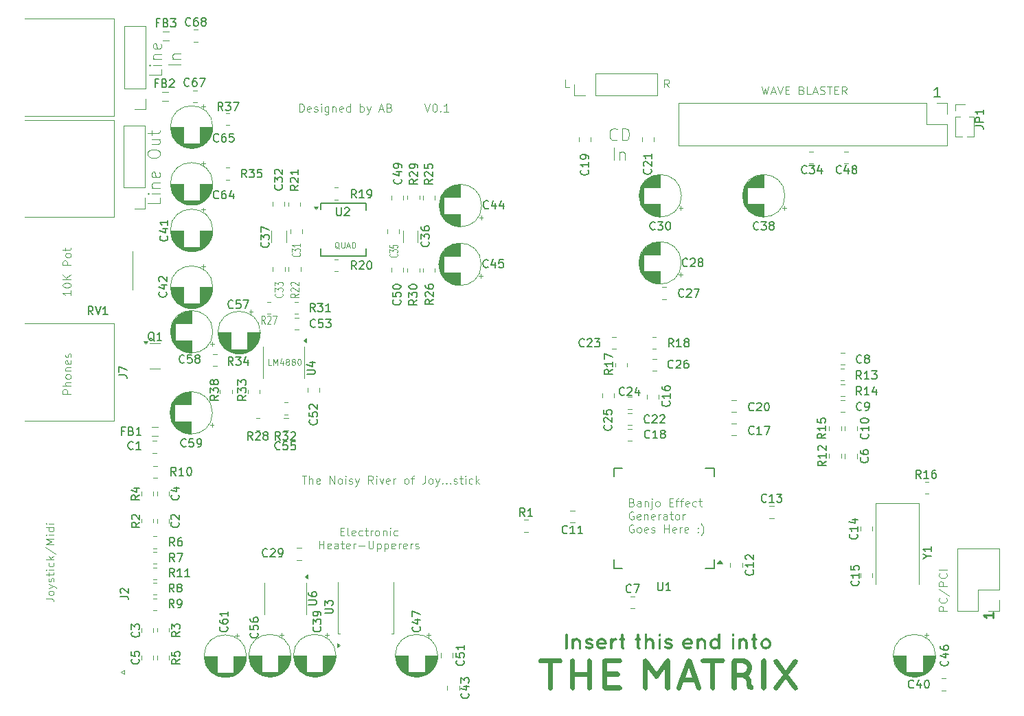
<source format=gbr>
%TF.GenerationSoftware,KiCad,Pcbnew,8.0.5-dirty*%
%TF.CreationDate,2024-11-21T15:48:24-08:00*%
%TF.ProjectId,sisyphus-pci,73697379-7068-4757-932d-7063692e6b69,rev?*%
%TF.SameCoordinates,Original*%
%TF.FileFunction,Legend,Top*%
%TF.FilePolarity,Positive*%
%FSLAX46Y46*%
G04 Gerber Fmt 4.6, Leading zero omitted, Abs format (unit mm)*
G04 Created by KiCad (PCBNEW 8.0.5-dirty) date 2024-11-21 15:48:24*
%MOMM*%
%LPD*%
G01*
G04 APERTURE LIST*
%ADD10C,0.100000*%
%ADD11C,0.200000*%
%ADD12C,0.240000*%
%ADD13C,0.080000*%
%ADD14C,0.150000*%
%ADD15C,0.120000*%
G04 APERTURE END LIST*
D10*
X119214285Y-83253455D02*
X119142857Y-83324884D01*
X119142857Y-83324884D02*
X118928571Y-83396312D01*
X118928571Y-83396312D02*
X118785714Y-83396312D01*
X118785714Y-83396312D02*
X118571428Y-83324884D01*
X118571428Y-83324884D02*
X118428571Y-83182026D01*
X118428571Y-83182026D02*
X118357142Y-83039169D01*
X118357142Y-83039169D02*
X118285714Y-82753455D01*
X118285714Y-82753455D02*
X118285714Y-82539169D01*
X118285714Y-82539169D02*
X118357142Y-82253455D01*
X118357142Y-82253455D02*
X118428571Y-82110598D01*
X118428571Y-82110598D02*
X118571428Y-81967741D01*
X118571428Y-81967741D02*
X118785714Y-81896312D01*
X118785714Y-81896312D02*
X118928571Y-81896312D01*
X118928571Y-81896312D02*
X119142857Y-81967741D01*
X119142857Y-81967741D02*
X119214285Y-82039169D01*
X119857142Y-83396312D02*
X119857142Y-81896312D01*
X119857142Y-81896312D02*
X120214285Y-81896312D01*
X120214285Y-81896312D02*
X120428571Y-81967741D01*
X120428571Y-81967741D02*
X120571428Y-82110598D01*
X120571428Y-82110598D02*
X120642857Y-82253455D01*
X120642857Y-82253455D02*
X120714285Y-82539169D01*
X120714285Y-82539169D02*
X120714285Y-82753455D01*
X120714285Y-82753455D02*
X120642857Y-83039169D01*
X120642857Y-83039169D02*
X120571428Y-83182026D01*
X120571428Y-83182026D02*
X120428571Y-83324884D01*
X120428571Y-83324884D02*
X120214285Y-83396312D01*
X120214285Y-83396312D02*
X119857142Y-83396312D01*
X118821428Y-85811228D02*
X118821428Y-84311228D01*
X119535714Y-84811228D02*
X119535714Y-85811228D01*
X119535714Y-84954085D02*
X119607143Y-84882657D01*
X119607143Y-84882657D02*
X119750000Y-84811228D01*
X119750000Y-84811228D02*
X119964286Y-84811228D01*
X119964286Y-84811228D02*
X120107143Y-84882657D01*
X120107143Y-84882657D02*
X120178572Y-85025514D01*
X120178572Y-85025514D02*
X120178572Y-85811228D01*
X85099999Y-131638665D02*
X85433332Y-131638665D01*
X85576189Y-132162475D02*
X85099999Y-132162475D01*
X85099999Y-132162475D02*
X85099999Y-131162475D01*
X85099999Y-131162475D02*
X85576189Y-131162475D01*
X86147618Y-132162475D02*
X86052380Y-132114856D01*
X86052380Y-132114856D02*
X86004761Y-132019617D01*
X86004761Y-132019617D02*
X86004761Y-131162475D01*
X86909523Y-132114856D02*
X86814285Y-132162475D01*
X86814285Y-132162475D02*
X86623809Y-132162475D01*
X86623809Y-132162475D02*
X86528571Y-132114856D01*
X86528571Y-132114856D02*
X86480952Y-132019617D01*
X86480952Y-132019617D02*
X86480952Y-131638665D01*
X86480952Y-131638665D02*
X86528571Y-131543427D01*
X86528571Y-131543427D02*
X86623809Y-131495808D01*
X86623809Y-131495808D02*
X86814285Y-131495808D01*
X86814285Y-131495808D02*
X86909523Y-131543427D01*
X86909523Y-131543427D02*
X86957142Y-131638665D01*
X86957142Y-131638665D02*
X86957142Y-131733903D01*
X86957142Y-131733903D02*
X86480952Y-131829141D01*
X87814285Y-132114856D02*
X87719047Y-132162475D01*
X87719047Y-132162475D02*
X87528571Y-132162475D01*
X87528571Y-132162475D02*
X87433333Y-132114856D01*
X87433333Y-132114856D02*
X87385714Y-132067236D01*
X87385714Y-132067236D02*
X87338095Y-131971998D01*
X87338095Y-131971998D02*
X87338095Y-131686284D01*
X87338095Y-131686284D02*
X87385714Y-131591046D01*
X87385714Y-131591046D02*
X87433333Y-131543427D01*
X87433333Y-131543427D02*
X87528571Y-131495808D01*
X87528571Y-131495808D02*
X87719047Y-131495808D01*
X87719047Y-131495808D02*
X87814285Y-131543427D01*
X88100000Y-131495808D02*
X88480952Y-131495808D01*
X88242857Y-131162475D02*
X88242857Y-132019617D01*
X88242857Y-132019617D02*
X88290476Y-132114856D01*
X88290476Y-132114856D02*
X88385714Y-132162475D01*
X88385714Y-132162475D02*
X88480952Y-132162475D01*
X88814286Y-132162475D02*
X88814286Y-131495808D01*
X88814286Y-131686284D02*
X88861905Y-131591046D01*
X88861905Y-131591046D02*
X88909524Y-131543427D01*
X88909524Y-131543427D02*
X89004762Y-131495808D01*
X89004762Y-131495808D02*
X89100000Y-131495808D01*
X89576191Y-132162475D02*
X89480953Y-132114856D01*
X89480953Y-132114856D02*
X89433334Y-132067236D01*
X89433334Y-132067236D02*
X89385715Y-131971998D01*
X89385715Y-131971998D02*
X89385715Y-131686284D01*
X89385715Y-131686284D02*
X89433334Y-131591046D01*
X89433334Y-131591046D02*
X89480953Y-131543427D01*
X89480953Y-131543427D02*
X89576191Y-131495808D01*
X89576191Y-131495808D02*
X89719048Y-131495808D01*
X89719048Y-131495808D02*
X89814286Y-131543427D01*
X89814286Y-131543427D02*
X89861905Y-131591046D01*
X89861905Y-131591046D02*
X89909524Y-131686284D01*
X89909524Y-131686284D02*
X89909524Y-131971998D01*
X89909524Y-131971998D02*
X89861905Y-132067236D01*
X89861905Y-132067236D02*
X89814286Y-132114856D01*
X89814286Y-132114856D02*
X89719048Y-132162475D01*
X89719048Y-132162475D02*
X89576191Y-132162475D01*
X90338096Y-131495808D02*
X90338096Y-132162475D01*
X90338096Y-131591046D02*
X90385715Y-131543427D01*
X90385715Y-131543427D02*
X90480953Y-131495808D01*
X90480953Y-131495808D02*
X90623810Y-131495808D01*
X90623810Y-131495808D02*
X90719048Y-131543427D01*
X90719048Y-131543427D02*
X90766667Y-131638665D01*
X90766667Y-131638665D02*
X90766667Y-132162475D01*
X91242858Y-132162475D02*
X91242858Y-131495808D01*
X91242858Y-131162475D02*
X91195239Y-131210094D01*
X91195239Y-131210094D02*
X91242858Y-131257713D01*
X91242858Y-131257713D02*
X91290477Y-131210094D01*
X91290477Y-131210094D02*
X91242858Y-131162475D01*
X91242858Y-131162475D02*
X91242858Y-131257713D01*
X92147619Y-132114856D02*
X92052381Y-132162475D01*
X92052381Y-132162475D02*
X91861905Y-132162475D01*
X91861905Y-132162475D02*
X91766667Y-132114856D01*
X91766667Y-132114856D02*
X91719048Y-132067236D01*
X91719048Y-132067236D02*
X91671429Y-131971998D01*
X91671429Y-131971998D02*
X91671429Y-131686284D01*
X91671429Y-131686284D02*
X91719048Y-131591046D01*
X91719048Y-131591046D02*
X91766667Y-131543427D01*
X91766667Y-131543427D02*
X91861905Y-131495808D01*
X91861905Y-131495808D02*
X92052381Y-131495808D01*
X92052381Y-131495808D02*
X92147619Y-131543427D01*
X82480951Y-133772419D02*
X82480951Y-132772419D01*
X82480951Y-133248609D02*
X83052379Y-133248609D01*
X83052379Y-133772419D02*
X83052379Y-132772419D01*
X83909522Y-133724800D02*
X83814284Y-133772419D01*
X83814284Y-133772419D02*
X83623808Y-133772419D01*
X83623808Y-133772419D02*
X83528570Y-133724800D01*
X83528570Y-133724800D02*
X83480951Y-133629561D01*
X83480951Y-133629561D02*
X83480951Y-133248609D01*
X83480951Y-133248609D02*
X83528570Y-133153371D01*
X83528570Y-133153371D02*
X83623808Y-133105752D01*
X83623808Y-133105752D02*
X83814284Y-133105752D01*
X83814284Y-133105752D02*
X83909522Y-133153371D01*
X83909522Y-133153371D02*
X83957141Y-133248609D01*
X83957141Y-133248609D02*
X83957141Y-133343847D01*
X83957141Y-133343847D02*
X83480951Y-133439085D01*
X84814284Y-133772419D02*
X84814284Y-133248609D01*
X84814284Y-133248609D02*
X84766665Y-133153371D01*
X84766665Y-133153371D02*
X84671427Y-133105752D01*
X84671427Y-133105752D02*
X84480951Y-133105752D01*
X84480951Y-133105752D02*
X84385713Y-133153371D01*
X84814284Y-133724800D02*
X84719046Y-133772419D01*
X84719046Y-133772419D02*
X84480951Y-133772419D01*
X84480951Y-133772419D02*
X84385713Y-133724800D01*
X84385713Y-133724800D02*
X84338094Y-133629561D01*
X84338094Y-133629561D02*
X84338094Y-133534323D01*
X84338094Y-133534323D02*
X84385713Y-133439085D01*
X84385713Y-133439085D02*
X84480951Y-133391466D01*
X84480951Y-133391466D02*
X84719046Y-133391466D01*
X84719046Y-133391466D02*
X84814284Y-133343847D01*
X85147618Y-133105752D02*
X85528570Y-133105752D01*
X85290475Y-132772419D02*
X85290475Y-133629561D01*
X85290475Y-133629561D02*
X85338094Y-133724800D01*
X85338094Y-133724800D02*
X85433332Y-133772419D01*
X85433332Y-133772419D02*
X85528570Y-133772419D01*
X86242856Y-133724800D02*
X86147618Y-133772419D01*
X86147618Y-133772419D02*
X85957142Y-133772419D01*
X85957142Y-133772419D02*
X85861904Y-133724800D01*
X85861904Y-133724800D02*
X85814285Y-133629561D01*
X85814285Y-133629561D02*
X85814285Y-133248609D01*
X85814285Y-133248609D02*
X85861904Y-133153371D01*
X85861904Y-133153371D02*
X85957142Y-133105752D01*
X85957142Y-133105752D02*
X86147618Y-133105752D01*
X86147618Y-133105752D02*
X86242856Y-133153371D01*
X86242856Y-133153371D02*
X86290475Y-133248609D01*
X86290475Y-133248609D02*
X86290475Y-133343847D01*
X86290475Y-133343847D02*
X85814285Y-133439085D01*
X86719047Y-133772419D02*
X86719047Y-133105752D01*
X86719047Y-133296228D02*
X86766666Y-133200990D01*
X86766666Y-133200990D02*
X86814285Y-133153371D01*
X86814285Y-133153371D02*
X86909523Y-133105752D01*
X86909523Y-133105752D02*
X87004761Y-133105752D01*
X87338095Y-133391466D02*
X88100000Y-133391466D01*
X88576190Y-132772419D02*
X88576190Y-133581942D01*
X88576190Y-133581942D02*
X88623809Y-133677180D01*
X88623809Y-133677180D02*
X88671428Y-133724800D01*
X88671428Y-133724800D02*
X88766666Y-133772419D01*
X88766666Y-133772419D02*
X88957142Y-133772419D01*
X88957142Y-133772419D02*
X89052380Y-133724800D01*
X89052380Y-133724800D02*
X89099999Y-133677180D01*
X89099999Y-133677180D02*
X89147618Y-133581942D01*
X89147618Y-133581942D02*
X89147618Y-132772419D01*
X89623809Y-133105752D02*
X89623809Y-134105752D01*
X89623809Y-133153371D02*
X89719047Y-133105752D01*
X89719047Y-133105752D02*
X89909523Y-133105752D01*
X89909523Y-133105752D02*
X90004761Y-133153371D01*
X90004761Y-133153371D02*
X90052380Y-133200990D01*
X90052380Y-133200990D02*
X90099999Y-133296228D01*
X90099999Y-133296228D02*
X90099999Y-133581942D01*
X90099999Y-133581942D02*
X90052380Y-133677180D01*
X90052380Y-133677180D02*
X90004761Y-133724800D01*
X90004761Y-133724800D02*
X89909523Y-133772419D01*
X89909523Y-133772419D02*
X89719047Y-133772419D01*
X89719047Y-133772419D02*
X89623809Y-133724800D01*
X90528571Y-133105752D02*
X90528571Y-134105752D01*
X90528571Y-133153371D02*
X90623809Y-133105752D01*
X90623809Y-133105752D02*
X90814285Y-133105752D01*
X90814285Y-133105752D02*
X90909523Y-133153371D01*
X90909523Y-133153371D02*
X90957142Y-133200990D01*
X90957142Y-133200990D02*
X91004761Y-133296228D01*
X91004761Y-133296228D02*
X91004761Y-133581942D01*
X91004761Y-133581942D02*
X90957142Y-133677180D01*
X90957142Y-133677180D02*
X90909523Y-133724800D01*
X90909523Y-133724800D02*
X90814285Y-133772419D01*
X90814285Y-133772419D02*
X90623809Y-133772419D01*
X90623809Y-133772419D02*
X90528571Y-133724800D01*
X91814285Y-133724800D02*
X91719047Y-133772419D01*
X91719047Y-133772419D02*
X91528571Y-133772419D01*
X91528571Y-133772419D02*
X91433333Y-133724800D01*
X91433333Y-133724800D02*
X91385714Y-133629561D01*
X91385714Y-133629561D02*
X91385714Y-133248609D01*
X91385714Y-133248609D02*
X91433333Y-133153371D01*
X91433333Y-133153371D02*
X91528571Y-133105752D01*
X91528571Y-133105752D02*
X91719047Y-133105752D01*
X91719047Y-133105752D02*
X91814285Y-133153371D01*
X91814285Y-133153371D02*
X91861904Y-133248609D01*
X91861904Y-133248609D02*
X91861904Y-133343847D01*
X91861904Y-133343847D02*
X91385714Y-133439085D01*
X92290476Y-133772419D02*
X92290476Y-133105752D01*
X92290476Y-133296228D02*
X92338095Y-133200990D01*
X92338095Y-133200990D02*
X92385714Y-133153371D01*
X92385714Y-133153371D02*
X92480952Y-133105752D01*
X92480952Y-133105752D02*
X92576190Y-133105752D01*
X93290476Y-133724800D02*
X93195238Y-133772419D01*
X93195238Y-133772419D02*
X93004762Y-133772419D01*
X93004762Y-133772419D02*
X92909524Y-133724800D01*
X92909524Y-133724800D02*
X92861905Y-133629561D01*
X92861905Y-133629561D02*
X92861905Y-133248609D01*
X92861905Y-133248609D02*
X92909524Y-133153371D01*
X92909524Y-133153371D02*
X93004762Y-133105752D01*
X93004762Y-133105752D02*
X93195238Y-133105752D01*
X93195238Y-133105752D02*
X93290476Y-133153371D01*
X93290476Y-133153371D02*
X93338095Y-133248609D01*
X93338095Y-133248609D02*
X93338095Y-133343847D01*
X93338095Y-133343847D02*
X92861905Y-133439085D01*
X93766667Y-133772419D02*
X93766667Y-133105752D01*
X93766667Y-133296228D02*
X93814286Y-133200990D01*
X93814286Y-133200990D02*
X93861905Y-133153371D01*
X93861905Y-133153371D02*
X93957143Y-133105752D01*
X93957143Y-133105752D02*
X94052381Y-133105752D01*
X94338096Y-133724800D02*
X94433334Y-133772419D01*
X94433334Y-133772419D02*
X94623810Y-133772419D01*
X94623810Y-133772419D02*
X94719048Y-133724800D01*
X94719048Y-133724800D02*
X94766667Y-133629561D01*
X94766667Y-133629561D02*
X94766667Y-133581942D01*
X94766667Y-133581942D02*
X94719048Y-133486704D01*
X94719048Y-133486704D02*
X94623810Y-133439085D01*
X94623810Y-133439085D02*
X94480953Y-133439085D01*
X94480953Y-133439085D02*
X94385715Y-133391466D01*
X94385715Y-133391466D02*
X94338096Y-133296228D01*
X94338096Y-133296228D02*
X94338096Y-133248609D01*
X94338096Y-133248609D02*
X94385715Y-133153371D01*
X94385715Y-133153371D02*
X94480953Y-133105752D01*
X94480953Y-133105752D02*
X94623810Y-133105752D01*
X94623810Y-133105752D02*
X94719048Y-133153371D01*
X80053884Y-79872419D02*
X80053884Y-78872419D01*
X80053884Y-78872419D02*
X80291979Y-78872419D01*
X80291979Y-78872419D02*
X80434836Y-78920038D01*
X80434836Y-78920038D02*
X80530074Y-79015276D01*
X80530074Y-79015276D02*
X80577693Y-79110514D01*
X80577693Y-79110514D02*
X80625312Y-79300990D01*
X80625312Y-79300990D02*
X80625312Y-79443847D01*
X80625312Y-79443847D02*
X80577693Y-79634323D01*
X80577693Y-79634323D02*
X80530074Y-79729561D01*
X80530074Y-79729561D02*
X80434836Y-79824800D01*
X80434836Y-79824800D02*
X80291979Y-79872419D01*
X80291979Y-79872419D02*
X80053884Y-79872419D01*
X81434836Y-79824800D02*
X81339598Y-79872419D01*
X81339598Y-79872419D02*
X81149122Y-79872419D01*
X81149122Y-79872419D02*
X81053884Y-79824800D01*
X81053884Y-79824800D02*
X81006265Y-79729561D01*
X81006265Y-79729561D02*
X81006265Y-79348609D01*
X81006265Y-79348609D02*
X81053884Y-79253371D01*
X81053884Y-79253371D02*
X81149122Y-79205752D01*
X81149122Y-79205752D02*
X81339598Y-79205752D01*
X81339598Y-79205752D02*
X81434836Y-79253371D01*
X81434836Y-79253371D02*
X81482455Y-79348609D01*
X81482455Y-79348609D02*
X81482455Y-79443847D01*
X81482455Y-79443847D02*
X81006265Y-79539085D01*
X81863408Y-79824800D02*
X81958646Y-79872419D01*
X81958646Y-79872419D02*
X82149122Y-79872419D01*
X82149122Y-79872419D02*
X82244360Y-79824800D01*
X82244360Y-79824800D02*
X82291979Y-79729561D01*
X82291979Y-79729561D02*
X82291979Y-79681942D01*
X82291979Y-79681942D02*
X82244360Y-79586704D01*
X82244360Y-79586704D02*
X82149122Y-79539085D01*
X82149122Y-79539085D02*
X82006265Y-79539085D01*
X82006265Y-79539085D02*
X81911027Y-79491466D01*
X81911027Y-79491466D02*
X81863408Y-79396228D01*
X81863408Y-79396228D02*
X81863408Y-79348609D01*
X81863408Y-79348609D02*
X81911027Y-79253371D01*
X81911027Y-79253371D02*
X82006265Y-79205752D01*
X82006265Y-79205752D02*
X82149122Y-79205752D01*
X82149122Y-79205752D02*
X82244360Y-79253371D01*
X82720551Y-79872419D02*
X82720551Y-79205752D01*
X82720551Y-78872419D02*
X82672932Y-78920038D01*
X82672932Y-78920038D02*
X82720551Y-78967657D01*
X82720551Y-78967657D02*
X82768170Y-78920038D01*
X82768170Y-78920038D02*
X82720551Y-78872419D01*
X82720551Y-78872419D02*
X82720551Y-78967657D01*
X83625312Y-79205752D02*
X83625312Y-80015276D01*
X83625312Y-80015276D02*
X83577693Y-80110514D01*
X83577693Y-80110514D02*
X83530074Y-80158133D01*
X83530074Y-80158133D02*
X83434836Y-80205752D01*
X83434836Y-80205752D02*
X83291979Y-80205752D01*
X83291979Y-80205752D02*
X83196741Y-80158133D01*
X83625312Y-79824800D02*
X83530074Y-79872419D01*
X83530074Y-79872419D02*
X83339598Y-79872419D01*
X83339598Y-79872419D02*
X83244360Y-79824800D01*
X83244360Y-79824800D02*
X83196741Y-79777180D01*
X83196741Y-79777180D02*
X83149122Y-79681942D01*
X83149122Y-79681942D02*
X83149122Y-79396228D01*
X83149122Y-79396228D02*
X83196741Y-79300990D01*
X83196741Y-79300990D02*
X83244360Y-79253371D01*
X83244360Y-79253371D02*
X83339598Y-79205752D01*
X83339598Y-79205752D02*
X83530074Y-79205752D01*
X83530074Y-79205752D02*
X83625312Y-79253371D01*
X84101503Y-79205752D02*
X84101503Y-79872419D01*
X84101503Y-79300990D02*
X84149122Y-79253371D01*
X84149122Y-79253371D02*
X84244360Y-79205752D01*
X84244360Y-79205752D02*
X84387217Y-79205752D01*
X84387217Y-79205752D02*
X84482455Y-79253371D01*
X84482455Y-79253371D02*
X84530074Y-79348609D01*
X84530074Y-79348609D02*
X84530074Y-79872419D01*
X85387217Y-79824800D02*
X85291979Y-79872419D01*
X85291979Y-79872419D02*
X85101503Y-79872419D01*
X85101503Y-79872419D02*
X85006265Y-79824800D01*
X85006265Y-79824800D02*
X84958646Y-79729561D01*
X84958646Y-79729561D02*
X84958646Y-79348609D01*
X84958646Y-79348609D02*
X85006265Y-79253371D01*
X85006265Y-79253371D02*
X85101503Y-79205752D01*
X85101503Y-79205752D02*
X85291979Y-79205752D01*
X85291979Y-79205752D02*
X85387217Y-79253371D01*
X85387217Y-79253371D02*
X85434836Y-79348609D01*
X85434836Y-79348609D02*
X85434836Y-79443847D01*
X85434836Y-79443847D02*
X84958646Y-79539085D01*
X86291979Y-79872419D02*
X86291979Y-78872419D01*
X86291979Y-79824800D02*
X86196741Y-79872419D01*
X86196741Y-79872419D02*
X86006265Y-79872419D01*
X86006265Y-79872419D02*
X85911027Y-79824800D01*
X85911027Y-79824800D02*
X85863408Y-79777180D01*
X85863408Y-79777180D02*
X85815789Y-79681942D01*
X85815789Y-79681942D02*
X85815789Y-79396228D01*
X85815789Y-79396228D02*
X85863408Y-79300990D01*
X85863408Y-79300990D02*
X85911027Y-79253371D01*
X85911027Y-79253371D02*
X86006265Y-79205752D01*
X86006265Y-79205752D02*
X86196741Y-79205752D01*
X86196741Y-79205752D02*
X86291979Y-79253371D01*
X87530075Y-79872419D02*
X87530075Y-78872419D01*
X87530075Y-79253371D02*
X87625313Y-79205752D01*
X87625313Y-79205752D02*
X87815789Y-79205752D01*
X87815789Y-79205752D02*
X87911027Y-79253371D01*
X87911027Y-79253371D02*
X87958646Y-79300990D01*
X87958646Y-79300990D02*
X88006265Y-79396228D01*
X88006265Y-79396228D02*
X88006265Y-79681942D01*
X88006265Y-79681942D02*
X87958646Y-79777180D01*
X87958646Y-79777180D02*
X87911027Y-79824800D01*
X87911027Y-79824800D02*
X87815789Y-79872419D01*
X87815789Y-79872419D02*
X87625313Y-79872419D01*
X87625313Y-79872419D02*
X87530075Y-79824800D01*
X88339599Y-79205752D02*
X88577694Y-79872419D01*
X88815789Y-79205752D02*
X88577694Y-79872419D01*
X88577694Y-79872419D02*
X88482456Y-80110514D01*
X88482456Y-80110514D02*
X88434837Y-80158133D01*
X88434837Y-80158133D02*
X88339599Y-80205752D01*
X89911028Y-79586704D02*
X90387218Y-79586704D01*
X89815790Y-79872419D02*
X90149123Y-78872419D01*
X90149123Y-78872419D02*
X90482456Y-79872419D01*
X91149123Y-79348609D02*
X91291980Y-79396228D01*
X91291980Y-79396228D02*
X91339599Y-79443847D01*
X91339599Y-79443847D02*
X91387218Y-79539085D01*
X91387218Y-79539085D02*
X91387218Y-79681942D01*
X91387218Y-79681942D02*
X91339599Y-79777180D01*
X91339599Y-79777180D02*
X91291980Y-79824800D01*
X91291980Y-79824800D02*
X91196742Y-79872419D01*
X91196742Y-79872419D02*
X90815790Y-79872419D01*
X90815790Y-79872419D02*
X90815790Y-78872419D01*
X90815790Y-78872419D02*
X91149123Y-78872419D01*
X91149123Y-78872419D02*
X91244361Y-78920038D01*
X91244361Y-78920038D02*
X91291980Y-78967657D01*
X91291980Y-78967657D02*
X91339599Y-79062895D01*
X91339599Y-79062895D02*
X91339599Y-79158133D01*
X91339599Y-79158133D02*
X91291980Y-79253371D01*
X91291980Y-79253371D02*
X91244361Y-79300990D01*
X91244361Y-79300990D02*
X91149123Y-79348609D01*
X91149123Y-79348609D02*
X90815790Y-79348609D01*
X95482458Y-78872419D02*
X95815791Y-79872419D01*
X95815791Y-79872419D02*
X96149124Y-78872419D01*
X96672934Y-78872419D02*
X96768172Y-78872419D01*
X96768172Y-78872419D02*
X96863410Y-78920038D01*
X96863410Y-78920038D02*
X96911029Y-78967657D01*
X96911029Y-78967657D02*
X96958648Y-79062895D01*
X96958648Y-79062895D02*
X97006267Y-79253371D01*
X97006267Y-79253371D02*
X97006267Y-79491466D01*
X97006267Y-79491466D02*
X96958648Y-79681942D01*
X96958648Y-79681942D02*
X96911029Y-79777180D01*
X96911029Y-79777180D02*
X96863410Y-79824800D01*
X96863410Y-79824800D02*
X96768172Y-79872419D01*
X96768172Y-79872419D02*
X96672934Y-79872419D01*
X96672934Y-79872419D02*
X96577696Y-79824800D01*
X96577696Y-79824800D02*
X96530077Y-79777180D01*
X96530077Y-79777180D02*
X96482458Y-79681942D01*
X96482458Y-79681942D02*
X96434839Y-79491466D01*
X96434839Y-79491466D02*
X96434839Y-79253371D01*
X96434839Y-79253371D02*
X96482458Y-79062895D01*
X96482458Y-79062895D02*
X96530077Y-78967657D01*
X96530077Y-78967657D02*
X96577696Y-78920038D01*
X96577696Y-78920038D02*
X96672934Y-78872419D01*
X97434839Y-79777180D02*
X97482458Y-79824800D01*
X97482458Y-79824800D02*
X97434839Y-79872419D01*
X97434839Y-79872419D02*
X97387220Y-79824800D01*
X97387220Y-79824800D02*
X97434839Y-79777180D01*
X97434839Y-79777180D02*
X97434839Y-79872419D01*
X98434838Y-79872419D02*
X97863410Y-79872419D01*
X98149124Y-79872419D02*
X98149124Y-78872419D01*
X98149124Y-78872419D02*
X98053886Y-79015276D01*
X98053886Y-79015276D02*
X97958648Y-79110514D01*
X97958648Y-79110514D02*
X97863410Y-79158133D01*
X121037217Y-128028721D02*
X121180074Y-128076340D01*
X121180074Y-128076340D02*
X121227693Y-128123959D01*
X121227693Y-128123959D02*
X121275312Y-128219197D01*
X121275312Y-128219197D02*
X121275312Y-128362054D01*
X121275312Y-128362054D02*
X121227693Y-128457292D01*
X121227693Y-128457292D02*
X121180074Y-128504912D01*
X121180074Y-128504912D02*
X121084836Y-128552531D01*
X121084836Y-128552531D02*
X120703884Y-128552531D01*
X120703884Y-128552531D02*
X120703884Y-127552531D01*
X120703884Y-127552531D02*
X121037217Y-127552531D01*
X121037217Y-127552531D02*
X121132455Y-127600150D01*
X121132455Y-127600150D02*
X121180074Y-127647769D01*
X121180074Y-127647769D02*
X121227693Y-127743007D01*
X121227693Y-127743007D02*
X121227693Y-127838245D01*
X121227693Y-127838245D02*
X121180074Y-127933483D01*
X121180074Y-127933483D02*
X121132455Y-127981102D01*
X121132455Y-127981102D02*
X121037217Y-128028721D01*
X121037217Y-128028721D02*
X120703884Y-128028721D01*
X122132455Y-128552531D02*
X122132455Y-128028721D01*
X122132455Y-128028721D02*
X122084836Y-127933483D01*
X122084836Y-127933483D02*
X121989598Y-127885864D01*
X121989598Y-127885864D02*
X121799122Y-127885864D01*
X121799122Y-127885864D02*
X121703884Y-127933483D01*
X122132455Y-128504912D02*
X122037217Y-128552531D01*
X122037217Y-128552531D02*
X121799122Y-128552531D01*
X121799122Y-128552531D02*
X121703884Y-128504912D01*
X121703884Y-128504912D02*
X121656265Y-128409673D01*
X121656265Y-128409673D02*
X121656265Y-128314435D01*
X121656265Y-128314435D02*
X121703884Y-128219197D01*
X121703884Y-128219197D02*
X121799122Y-128171578D01*
X121799122Y-128171578D02*
X122037217Y-128171578D01*
X122037217Y-128171578D02*
X122132455Y-128123959D01*
X122608646Y-127885864D02*
X122608646Y-128552531D01*
X122608646Y-127981102D02*
X122656265Y-127933483D01*
X122656265Y-127933483D02*
X122751503Y-127885864D01*
X122751503Y-127885864D02*
X122894360Y-127885864D01*
X122894360Y-127885864D02*
X122989598Y-127933483D01*
X122989598Y-127933483D02*
X123037217Y-128028721D01*
X123037217Y-128028721D02*
X123037217Y-128552531D01*
X123513408Y-127885864D02*
X123513408Y-128743007D01*
X123513408Y-128743007D02*
X123465789Y-128838245D01*
X123465789Y-128838245D02*
X123370551Y-128885864D01*
X123370551Y-128885864D02*
X123322932Y-128885864D01*
X123513408Y-127552531D02*
X123465789Y-127600150D01*
X123465789Y-127600150D02*
X123513408Y-127647769D01*
X123513408Y-127647769D02*
X123561027Y-127600150D01*
X123561027Y-127600150D02*
X123513408Y-127552531D01*
X123513408Y-127552531D02*
X123513408Y-127647769D01*
X124132455Y-128552531D02*
X124037217Y-128504912D01*
X124037217Y-128504912D02*
X123989598Y-128457292D01*
X123989598Y-128457292D02*
X123941979Y-128362054D01*
X123941979Y-128362054D02*
X123941979Y-128076340D01*
X123941979Y-128076340D02*
X123989598Y-127981102D01*
X123989598Y-127981102D02*
X124037217Y-127933483D01*
X124037217Y-127933483D02*
X124132455Y-127885864D01*
X124132455Y-127885864D02*
X124275312Y-127885864D01*
X124275312Y-127885864D02*
X124370550Y-127933483D01*
X124370550Y-127933483D02*
X124418169Y-127981102D01*
X124418169Y-127981102D02*
X124465788Y-128076340D01*
X124465788Y-128076340D02*
X124465788Y-128362054D01*
X124465788Y-128362054D02*
X124418169Y-128457292D01*
X124418169Y-128457292D02*
X124370550Y-128504912D01*
X124370550Y-128504912D02*
X124275312Y-128552531D01*
X124275312Y-128552531D02*
X124132455Y-128552531D01*
X125656265Y-128028721D02*
X125989598Y-128028721D01*
X126132455Y-128552531D02*
X125656265Y-128552531D01*
X125656265Y-128552531D02*
X125656265Y-127552531D01*
X125656265Y-127552531D02*
X126132455Y-127552531D01*
X126418170Y-127885864D02*
X126799122Y-127885864D01*
X126561027Y-128552531D02*
X126561027Y-127695388D01*
X126561027Y-127695388D02*
X126608646Y-127600150D01*
X126608646Y-127600150D02*
X126703884Y-127552531D01*
X126703884Y-127552531D02*
X126799122Y-127552531D01*
X126989599Y-127885864D02*
X127370551Y-127885864D01*
X127132456Y-128552531D02*
X127132456Y-127695388D01*
X127132456Y-127695388D02*
X127180075Y-127600150D01*
X127180075Y-127600150D02*
X127275313Y-127552531D01*
X127275313Y-127552531D02*
X127370551Y-127552531D01*
X128084837Y-128504912D02*
X127989599Y-128552531D01*
X127989599Y-128552531D02*
X127799123Y-128552531D01*
X127799123Y-128552531D02*
X127703885Y-128504912D01*
X127703885Y-128504912D02*
X127656266Y-128409673D01*
X127656266Y-128409673D02*
X127656266Y-128028721D01*
X127656266Y-128028721D02*
X127703885Y-127933483D01*
X127703885Y-127933483D02*
X127799123Y-127885864D01*
X127799123Y-127885864D02*
X127989599Y-127885864D01*
X127989599Y-127885864D02*
X128084837Y-127933483D01*
X128084837Y-127933483D02*
X128132456Y-128028721D01*
X128132456Y-128028721D02*
X128132456Y-128123959D01*
X128132456Y-128123959D02*
X127656266Y-128219197D01*
X128989599Y-128504912D02*
X128894361Y-128552531D01*
X128894361Y-128552531D02*
X128703885Y-128552531D01*
X128703885Y-128552531D02*
X128608647Y-128504912D01*
X128608647Y-128504912D02*
X128561028Y-128457292D01*
X128561028Y-128457292D02*
X128513409Y-128362054D01*
X128513409Y-128362054D02*
X128513409Y-128076340D01*
X128513409Y-128076340D02*
X128561028Y-127981102D01*
X128561028Y-127981102D02*
X128608647Y-127933483D01*
X128608647Y-127933483D02*
X128703885Y-127885864D01*
X128703885Y-127885864D02*
X128894361Y-127885864D01*
X128894361Y-127885864D02*
X128989599Y-127933483D01*
X129275314Y-127885864D02*
X129656266Y-127885864D01*
X129418171Y-127552531D02*
X129418171Y-128409673D01*
X129418171Y-128409673D02*
X129465790Y-128504912D01*
X129465790Y-128504912D02*
X129561028Y-128552531D01*
X129561028Y-128552531D02*
X129656266Y-128552531D01*
X121227693Y-129210094D02*
X121132455Y-129162475D01*
X121132455Y-129162475D02*
X120989598Y-129162475D01*
X120989598Y-129162475D02*
X120846741Y-129210094D01*
X120846741Y-129210094D02*
X120751503Y-129305332D01*
X120751503Y-129305332D02*
X120703884Y-129400570D01*
X120703884Y-129400570D02*
X120656265Y-129591046D01*
X120656265Y-129591046D02*
X120656265Y-129733903D01*
X120656265Y-129733903D02*
X120703884Y-129924379D01*
X120703884Y-129924379D02*
X120751503Y-130019617D01*
X120751503Y-130019617D02*
X120846741Y-130114856D01*
X120846741Y-130114856D02*
X120989598Y-130162475D01*
X120989598Y-130162475D02*
X121084836Y-130162475D01*
X121084836Y-130162475D02*
X121227693Y-130114856D01*
X121227693Y-130114856D02*
X121275312Y-130067236D01*
X121275312Y-130067236D02*
X121275312Y-129733903D01*
X121275312Y-129733903D02*
X121084836Y-129733903D01*
X122084836Y-130114856D02*
X121989598Y-130162475D01*
X121989598Y-130162475D02*
X121799122Y-130162475D01*
X121799122Y-130162475D02*
X121703884Y-130114856D01*
X121703884Y-130114856D02*
X121656265Y-130019617D01*
X121656265Y-130019617D02*
X121656265Y-129638665D01*
X121656265Y-129638665D02*
X121703884Y-129543427D01*
X121703884Y-129543427D02*
X121799122Y-129495808D01*
X121799122Y-129495808D02*
X121989598Y-129495808D01*
X121989598Y-129495808D02*
X122084836Y-129543427D01*
X122084836Y-129543427D02*
X122132455Y-129638665D01*
X122132455Y-129638665D02*
X122132455Y-129733903D01*
X122132455Y-129733903D02*
X121656265Y-129829141D01*
X122561027Y-129495808D02*
X122561027Y-130162475D01*
X122561027Y-129591046D02*
X122608646Y-129543427D01*
X122608646Y-129543427D02*
X122703884Y-129495808D01*
X122703884Y-129495808D02*
X122846741Y-129495808D01*
X122846741Y-129495808D02*
X122941979Y-129543427D01*
X122941979Y-129543427D02*
X122989598Y-129638665D01*
X122989598Y-129638665D02*
X122989598Y-130162475D01*
X123846741Y-130114856D02*
X123751503Y-130162475D01*
X123751503Y-130162475D02*
X123561027Y-130162475D01*
X123561027Y-130162475D02*
X123465789Y-130114856D01*
X123465789Y-130114856D02*
X123418170Y-130019617D01*
X123418170Y-130019617D02*
X123418170Y-129638665D01*
X123418170Y-129638665D02*
X123465789Y-129543427D01*
X123465789Y-129543427D02*
X123561027Y-129495808D01*
X123561027Y-129495808D02*
X123751503Y-129495808D01*
X123751503Y-129495808D02*
X123846741Y-129543427D01*
X123846741Y-129543427D02*
X123894360Y-129638665D01*
X123894360Y-129638665D02*
X123894360Y-129733903D01*
X123894360Y-129733903D02*
X123418170Y-129829141D01*
X124322932Y-130162475D02*
X124322932Y-129495808D01*
X124322932Y-129686284D02*
X124370551Y-129591046D01*
X124370551Y-129591046D02*
X124418170Y-129543427D01*
X124418170Y-129543427D02*
X124513408Y-129495808D01*
X124513408Y-129495808D02*
X124608646Y-129495808D01*
X125370551Y-130162475D02*
X125370551Y-129638665D01*
X125370551Y-129638665D02*
X125322932Y-129543427D01*
X125322932Y-129543427D02*
X125227694Y-129495808D01*
X125227694Y-129495808D02*
X125037218Y-129495808D01*
X125037218Y-129495808D02*
X124941980Y-129543427D01*
X125370551Y-130114856D02*
X125275313Y-130162475D01*
X125275313Y-130162475D02*
X125037218Y-130162475D01*
X125037218Y-130162475D02*
X124941980Y-130114856D01*
X124941980Y-130114856D02*
X124894361Y-130019617D01*
X124894361Y-130019617D02*
X124894361Y-129924379D01*
X124894361Y-129924379D02*
X124941980Y-129829141D01*
X124941980Y-129829141D02*
X125037218Y-129781522D01*
X125037218Y-129781522D02*
X125275313Y-129781522D01*
X125275313Y-129781522D02*
X125370551Y-129733903D01*
X125703885Y-129495808D02*
X126084837Y-129495808D01*
X125846742Y-129162475D02*
X125846742Y-130019617D01*
X125846742Y-130019617D02*
X125894361Y-130114856D01*
X125894361Y-130114856D02*
X125989599Y-130162475D01*
X125989599Y-130162475D02*
X126084837Y-130162475D01*
X126561028Y-130162475D02*
X126465790Y-130114856D01*
X126465790Y-130114856D02*
X126418171Y-130067236D01*
X126418171Y-130067236D02*
X126370552Y-129971998D01*
X126370552Y-129971998D02*
X126370552Y-129686284D01*
X126370552Y-129686284D02*
X126418171Y-129591046D01*
X126418171Y-129591046D02*
X126465790Y-129543427D01*
X126465790Y-129543427D02*
X126561028Y-129495808D01*
X126561028Y-129495808D02*
X126703885Y-129495808D01*
X126703885Y-129495808D02*
X126799123Y-129543427D01*
X126799123Y-129543427D02*
X126846742Y-129591046D01*
X126846742Y-129591046D02*
X126894361Y-129686284D01*
X126894361Y-129686284D02*
X126894361Y-129971998D01*
X126894361Y-129971998D02*
X126846742Y-130067236D01*
X126846742Y-130067236D02*
X126799123Y-130114856D01*
X126799123Y-130114856D02*
X126703885Y-130162475D01*
X126703885Y-130162475D02*
X126561028Y-130162475D01*
X127322933Y-130162475D02*
X127322933Y-129495808D01*
X127322933Y-129686284D02*
X127370552Y-129591046D01*
X127370552Y-129591046D02*
X127418171Y-129543427D01*
X127418171Y-129543427D02*
X127513409Y-129495808D01*
X127513409Y-129495808D02*
X127608647Y-129495808D01*
X121227693Y-130820038D02*
X121132455Y-130772419D01*
X121132455Y-130772419D02*
X120989598Y-130772419D01*
X120989598Y-130772419D02*
X120846741Y-130820038D01*
X120846741Y-130820038D02*
X120751503Y-130915276D01*
X120751503Y-130915276D02*
X120703884Y-131010514D01*
X120703884Y-131010514D02*
X120656265Y-131200990D01*
X120656265Y-131200990D02*
X120656265Y-131343847D01*
X120656265Y-131343847D02*
X120703884Y-131534323D01*
X120703884Y-131534323D02*
X120751503Y-131629561D01*
X120751503Y-131629561D02*
X120846741Y-131724800D01*
X120846741Y-131724800D02*
X120989598Y-131772419D01*
X120989598Y-131772419D02*
X121084836Y-131772419D01*
X121084836Y-131772419D02*
X121227693Y-131724800D01*
X121227693Y-131724800D02*
X121275312Y-131677180D01*
X121275312Y-131677180D02*
X121275312Y-131343847D01*
X121275312Y-131343847D02*
X121084836Y-131343847D01*
X121846741Y-131772419D02*
X121751503Y-131724800D01*
X121751503Y-131724800D02*
X121703884Y-131677180D01*
X121703884Y-131677180D02*
X121656265Y-131581942D01*
X121656265Y-131581942D02*
X121656265Y-131296228D01*
X121656265Y-131296228D02*
X121703884Y-131200990D01*
X121703884Y-131200990D02*
X121751503Y-131153371D01*
X121751503Y-131153371D02*
X121846741Y-131105752D01*
X121846741Y-131105752D02*
X121989598Y-131105752D01*
X121989598Y-131105752D02*
X122084836Y-131153371D01*
X122084836Y-131153371D02*
X122132455Y-131200990D01*
X122132455Y-131200990D02*
X122180074Y-131296228D01*
X122180074Y-131296228D02*
X122180074Y-131581942D01*
X122180074Y-131581942D02*
X122132455Y-131677180D01*
X122132455Y-131677180D02*
X122084836Y-131724800D01*
X122084836Y-131724800D02*
X121989598Y-131772419D01*
X121989598Y-131772419D02*
X121846741Y-131772419D01*
X122989598Y-131724800D02*
X122894360Y-131772419D01*
X122894360Y-131772419D02*
X122703884Y-131772419D01*
X122703884Y-131772419D02*
X122608646Y-131724800D01*
X122608646Y-131724800D02*
X122561027Y-131629561D01*
X122561027Y-131629561D02*
X122561027Y-131248609D01*
X122561027Y-131248609D02*
X122608646Y-131153371D01*
X122608646Y-131153371D02*
X122703884Y-131105752D01*
X122703884Y-131105752D02*
X122894360Y-131105752D01*
X122894360Y-131105752D02*
X122989598Y-131153371D01*
X122989598Y-131153371D02*
X123037217Y-131248609D01*
X123037217Y-131248609D02*
X123037217Y-131343847D01*
X123037217Y-131343847D02*
X122561027Y-131439085D01*
X123418170Y-131724800D02*
X123513408Y-131772419D01*
X123513408Y-131772419D02*
X123703884Y-131772419D01*
X123703884Y-131772419D02*
X123799122Y-131724800D01*
X123799122Y-131724800D02*
X123846741Y-131629561D01*
X123846741Y-131629561D02*
X123846741Y-131581942D01*
X123846741Y-131581942D02*
X123799122Y-131486704D01*
X123799122Y-131486704D02*
X123703884Y-131439085D01*
X123703884Y-131439085D02*
X123561027Y-131439085D01*
X123561027Y-131439085D02*
X123465789Y-131391466D01*
X123465789Y-131391466D02*
X123418170Y-131296228D01*
X123418170Y-131296228D02*
X123418170Y-131248609D01*
X123418170Y-131248609D02*
X123465789Y-131153371D01*
X123465789Y-131153371D02*
X123561027Y-131105752D01*
X123561027Y-131105752D02*
X123703884Y-131105752D01*
X123703884Y-131105752D02*
X123799122Y-131153371D01*
X125037218Y-131772419D02*
X125037218Y-130772419D01*
X125037218Y-131248609D02*
X125608646Y-131248609D01*
X125608646Y-131772419D02*
X125608646Y-130772419D01*
X126465789Y-131724800D02*
X126370551Y-131772419D01*
X126370551Y-131772419D02*
X126180075Y-131772419D01*
X126180075Y-131772419D02*
X126084837Y-131724800D01*
X126084837Y-131724800D02*
X126037218Y-131629561D01*
X126037218Y-131629561D02*
X126037218Y-131248609D01*
X126037218Y-131248609D02*
X126084837Y-131153371D01*
X126084837Y-131153371D02*
X126180075Y-131105752D01*
X126180075Y-131105752D02*
X126370551Y-131105752D01*
X126370551Y-131105752D02*
X126465789Y-131153371D01*
X126465789Y-131153371D02*
X126513408Y-131248609D01*
X126513408Y-131248609D02*
X126513408Y-131343847D01*
X126513408Y-131343847D02*
X126037218Y-131439085D01*
X126941980Y-131772419D02*
X126941980Y-131105752D01*
X126941980Y-131296228D02*
X126989599Y-131200990D01*
X126989599Y-131200990D02*
X127037218Y-131153371D01*
X127037218Y-131153371D02*
X127132456Y-131105752D01*
X127132456Y-131105752D02*
X127227694Y-131105752D01*
X127941980Y-131724800D02*
X127846742Y-131772419D01*
X127846742Y-131772419D02*
X127656266Y-131772419D01*
X127656266Y-131772419D02*
X127561028Y-131724800D01*
X127561028Y-131724800D02*
X127513409Y-131629561D01*
X127513409Y-131629561D02*
X127513409Y-131248609D01*
X127513409Y-131248609D02*
X127561028Y-131153371D01*
X127561028Y-131153371D02*
X127656266Y-131105752D01*
X127656266Y-131105752D02*
X127846742Y-131105752D01*
X127846742Y-131105752D02*
X127941980Y-131153371D01*
X127941980Y-131153371D02*
X127989599Y-131248609D01*
X127989599Y-131248609D02*
X127989599Y-131343847D01*
X127989599Y-131343847D02*
X127513409Y-131439085D01*
X129180076Y-131677180D02*
X129227695Y-131724800D01*
X129227695Y-131724800D02*
X129180076Y-131772419D01*
X129180076Y-131772419D02*
X129132457Y-131724800D01*
X129132457Y-131724800D02*
X129180076Y-131677180D01*
X129180076Y-131677180D02*
X129180076Y-131772419D01*
X129180076Y-131153371D02*
X129227695Y-131200990D01*
X129227695Y-131200990D02*
X129180076Y-131248609D01*
X129180076Y-131248609D02*
X129132457Y-131200990D01*
X129132457Y-131200990D02*
X129180076Y-131153371D01*
X129180076Y-131153371D02*
X129180076Y-131248609D01*
X129561028Y-132153371D02*
X129608647Y-132105752D01*
X129608647Y-132105752D02*
X129703885Y-131962895D01*
X129703885Y-131962895D02*
X129751504Y-131867657D01*
X129751504Y-131867657D02*
X129799123Y-131724800D01*
X129799123Y-131724800D02*
X129846742Y-131486704D01*
X129846742Y-131486704D02*
X129846742Y-131296228D01*
X129846742Y-131296228D02*
X129799123Y-131058133D01*
X129799123Y-131058133D02*
X129751504Y-130915276D01*
X129751504Y-130915276D02*
X129703885Y-130820038D01*
X129703885Y-130820038D02*
X129608647Y-130677180D01*
X129608647Y-130677180D02*
X129561028Y-130629561D01*
D11*
X159033958Y-78046623D02*
X158319673Y-78046623D01*
X158676816Y-78046623D02*
X158676816Y-76796623D01*
X158676816Y-76796623D02*
X158557768Y-76975195D01*
X158557768Y-76975195D02*
X158438720Y-77094242D01*
X158438720Y-77094242D02*
X158319673Y-77153766D01*
D10*
X51872419Y-101922306D02*
X51872419Y-102493734D01*
X51872419Y-102208020D02*
X50872419Y-102208020D01*
X50872419Y-102208020D02*
X51015276Y-102303258D01*
X51015276Y-102303258D02*
X51110514Y-102398496D01*
X51110514Y-102398496D02*
X51158133Y-102493734D01*
X50872419Y-101303258D02*
X50872419Y-101208020D01*
X50872419Y-101208020D02*
X50920038Y-101112782D01*
X50920038Y-101112782D02*
X50967657Y-101065163D01*
X50967657Y-101065163D02*
X51062895Y-101017544D01*
X51062895Y-101017544D02*
X51253371Y-100969925D01*
X51253371Y-100969925D02*
X51491466Y-100969925D01*
X51491466Y-100969925D02*
X51681942Y-101017544D01*
X51681942Y-101017544D02*
X51777180Y-101065163D01*
X51777180Y-101065163D02*
X51824800Y-101112782D01*
X51824800Y-101112782D02*
X51872419Y-101208020D01*
X51872419Y-101208020D02*
X51872419Y-101303258D01*
X51872419Y-101303258D02*
X51824800Y-101398496D01*
X51824800Y-101398496D02*
X51777180Y-101446115D01*
X51777180Y-101446115D02*
X51681942Y-101493734D01*
X51681942Y-101493734D02*
X51491466Y-101541353D01*
X51491466Y-101541353D02*
X51253371Y-101541353D01*
X51253371Y-101541353D02*
X51062895Y-101493734D01*
X51062895Y-101493734D02*
X50967657Y-101446115D01*
X50967657Y-101446115D02*
X50920038Y-101398496D01*
X50920038Y-101398496D02*
X50872419Y-101303258D01*
X51872419Y-100541353D02*
X50872419Y-100541353D01*
X51872419Y-99969925D02*
X51300990Y-100398496D01*
X50872419Y-99969925D02*
X51443847Y-100541353D01*
X51872419Y-98779448D02*
X50872419Y-98779448D01*
X50872419Y-98779448D02*
X50872419Y-98398496D01*
X50872419Y-98398496D02*
X50920038Y-98303258D01*
X50920038Y-98303258D02*
X50967657Y-98255639D01*
X50967657Y-98255639D02*
X51062895Y-98208020D01*
X51062895Y-98208020D02*
X51205752Y-98208020D01*
X51205752Y-98208020D02*
X51300990Y-98255639D01*
X51300990Y-98255639D02*
X51348609Y-98303258D01*
X51348609Y-98303258D02*
X51396228Y-98398496D01*
X51396228Y-98398496D02*
X51396228Y-98779448D01*
X51872419Y-97636591D02*
X51824800Y-97731829D01*
X51824800Y-97731829D02*
X51777180Y-97779448D01*
X51777180Y-97779448D02*
X51681942Y-97827067D01*
X51681942Y-97827067D02*
X51396228Y-97827067D01*
X51396228Y-97827067D02*
X51300990Y-97779448D01*
X51300990Y-97779448D02*
X51253371Y-97731829D01*
X51253371Y-97731829D02*
X51205752Y-97636591D01*
X51205752Y-97636591D02*
X51205752Y-97493734D01*
X51205752Y-97493734D02*
X51253371Y-97398496D01*
X51253371Y-97398496D02*
X51300990Y-97350877D01*
X51300990Y-97350877D02*
X51396228Y-97303258D01*
X51396228Y-97303258D02*
X51681942Y-97303258D01*
X51681942Y-97303258D02*
X51777180Y-97350877D01*
X51777180Y-97350877D02*
X51824800Y-97398496D01*
X51824800Y-97398496D02*
X51872419Y-97493734D01*
X51872419Y-97493734D02*
X51872419Y-97636591D01*
X51205752Y-97017543D02*
X51205752Y-96636591D01*
X50872419Y-96874686D02*
X51729561Y-96874686D01*
X51729561Y-96874686D02*
X51824800Y-96827067D01*
X51824800Y-96827067D02*
X51872419Y-96731829D01*
X51872419Y-96731829D02*
X51872419Y-96636591D01*
D12*
X165590662Y-141627820D02*
X165590662Y-142313534D01*
X165590662Y-141970677D02*
X164390662Y-141970677D01*
X164390662Y-141970677D02*
X164562091Y-142084963D01*
X164562091Y-142084963D02*
X164676377Y-142199248D01*
X164676377Y-142199248D02*
X164733520Y-142313534D01*
D10*
X51872419Y-114646115D02*
X50872419Y-114646115D01*
X50872419Y-114646115D02*
X50872419Y-114265163D01*
X50872419Y-114265163D02*
X50920038Y-114169925D01*
X50920038Y-114169925D02*
X50967657Y-114122306D01*
X50967657Y-114122306D02*
X51062895Y-114074687D01*
X51062895Y-114074687D02*
X51205752Y-114074687D01*
X51205752Y-114074687D02*
X51300990Y-114122306D01*
X51300990Y-114122306D02*
X51348609Y-114169925D01*
X51348609Y-114169925D02*
X51396228Y-114265163D01*
X51396228Y-114265163D02*
X51396228Y-114646115D01*
X51872419Y-113646115D02*
X50872419Y-113646115D01*
X51872419Y-113217544D02*
X51348609Y-113217544D01*
X51348609Y-113217544D02*
X51253371Y-113265163D01*
X51253371Y-113265163D02*
X51205752Y-113360401D01*
X51205752Y-113360401D02*
X51205752Y-113503258D01*
X51205752Y-113503258D02*
X51253371Y-113598496D01*
X51253371Y-113598496D02*
X51300990Y-113646115D01*
X51872419Y-112598496D02*
X51824800Y-112693734D01*
X51824800Y-112693734D02*
X51777180Y-112741353D01*
X51777180Y-112741353D02*
X51681942Y-112788972D01*
X51681942Y-112788972D02*
X51396228Y-112788972D01*
X51396228Y-112788972D02*
X51300990Y-112741353D01*
X51300990Y-112741353D02*
X51253371Y-112693734D01*
X51253371Y-112693734D02*
X51205752Y-112598496D01*
X51205752Y-112598496D02*
X51205752Y-112455639D01*
X51205752Y-112455639D02*
X51253371Y-112360401D01*
X51253371Y-112360401D02*
X51300990Y-112312782D01*
X51300990Y-112312782D02*
X51396228Y-112265163D01*
X51396228Y-112265163D02*
X51681942Y-112265163D01*
X51681942Y-112265163D02*
X51777180Y-112312782D01*
X51777180Y-112312782D02*
X51824800Y-112360401D01*
X51824800Y-112360401D02*
X51872419Y-112455639D01*
X51872419Y-112455639D02*
X51872419Y-112598496D01*
X51205752Y-111836591D02*
X51872419Y-111836591D01*
X51300990Y-111836591D02*
X51253371Y-111788972D01*
X51253371Y-111788972D02*
X51205752Y-111693734D01*
X51205752Y-111693734D02*
X51205752Y-111550877D01*
X51205752Y-111550877D02*
X51253371Y-111455639D01*
X51253371Y-111455639D02*
X51348609Y-111408020D01*
X51348609Y-111408020D02*
X51872419Y-111408020D01*
X51824800Y-110550877D02*
X51872419Y-110646115D01*
X51872419Y-110646115D02*
X51872419Y-110836591D01*
X51872419Y-110836591D02*
X51824800Y-110931829D01*
X51824800Y-110931829D02*
X51729561Y-110979448D01*
X51729561Y-110979448D02*
X51348609Y-110979448D01*
X51348609Y-110979448D02*
X51253371Y-110931829D01*
X51253371Y-110931829D02*
X51205752Y-110836591D01*
X51205752Y-110836591D02*
X51205752Y-110646115D01*
X51205752Y-110646115D02*
X51253371Y-110550877D01*
X51253371Y-110550877D02*
X51348609Y-110503258D01*
X51348609Y-110503258D02*
X51443847Y-110503258D01*
X51443847Y-110503258D02*
X51539085Y-110979448D01*
X51824800Y-110122305D02*
X51872419Y-110027067D01*
X51872419Y-110027067D02*
X51872419Y-109836591D01*
X51872419Y-109836591D02*
X51824800Y-109741353D01*
X51824800Y-109741353D02*
X51729561Y-109693734D01*
X51729561Y-109693734D02*
X51681942Y-109693734D01*
X51681942Y-109693734D02*
X51586704Y-109741353D01*
X51586704Y-109741353D02*
X51539085Y-109836591D01*
X51539085Y-109836591D02*
X51539085Y-109979448D01*
X51539085Y-109979448D02*
X51491466Y-110074686D01*
X51491466Y-110074686D02*
X51396228Y-110122305D01*
X51396228Y-110122305D02*
X51348609Y-110122305D01*
X51348609Y-110122305D02*
X51253371Y-110074686D01*
X51253371Y-110074686D02*
X51205752Y-109979448D01*
X51205752Y-109979448D02*
X51205752Y-109836591D01*
X51205752Y-109836591D02*
X51253371Y-109741353D01*
X62996312Y-74614285D02*
X62996312Y-75328571D01*
X62996312Y-75328571D02*
X61496312Y-75328571D01*
X62996312Y-74114285D02*
X61996312Y-74114285D01*
X61496312Y-74114285D02*
X61567741Y-74185713D01*
X61567741Y-74185713D02*
X61639169Y-74114285D01*
X61639169Y-74114285D02*
X61567741Y-74042856D01*
X61567741Y-74042856D02*
X61496312Y-74114285D01*
X61496312Y-74114285D02*
X61639169Y-74114285D01*
X61996312Y-73399999D02*
X62996312Y-73399999D01*
X62139169Y-73399999D02*
X62067741Y-73328570D01*
X62067741Y-73328570D02*
X61996312Y-73185713D01*
X61996312Y-73185713D02*
X61996312Y-72971427D01*
X61996312Y-72971427D02*
X62067741Y-72828570D01*
X62067741Y-72828570D02*
X62210598Y-72757142D01*
X62210598Y-72757142D02*
X62996312Y-72757142D01*
X62924884Y-71471427D02*
X62996312Y-71614284D01*
X62996312Y-71614284D02*
X62996312Y-71899999D01*
X62996312Y-71899999D02*
X62924884Y-72042856D01*
X62924884Y-72042856D02*
X62782026Y-72114284D01*
X62782026Y-72114284D02*
X62210598Y-72114284D01*
X62210598Y-72114284D02*
X62067741Y-72042856D01*
X62067741Y-72042856D02*
X61996312Y-71899999D01*
X61996312Y-71899999D02*
X61996312Y-71614284D01*
X61996312Y-71614284D02*
X62067741Y-71471427D01*
X62067741Y-71471427D02*
X62210598Y-71399999D01*
X62210598Y-71399999D02*
X62353455Y-71399999D01*
X62353455Y-71399999D02*
X62496312Y-72114284D01*
X65411228Y-74078571D02*
X63911228Y-74078571D01*
X64411228Y-73364285D02*
X65411228Y-73364285D01*
X64554085Y-73364285D02*
X64482657Y-73292856D01*
X64482657Y-73292856D02*
X64411228Y-73149999D01*
X64411228Y-73149999D02*
X64411228Y-72935713D01*
X64411228Y-72935713D02*
X64482657Y-72792856D01*
X64482657Y-72792856D02*
X64625514Y-72721428D01*
X64625514Y-72721428D02*
X65411228Y-72721428D01*
X80361027Y-124772419D02*
X80932455Y-124772419D01*
X80646741Y-125772419D02*
X80646741Y-124772419D01*
X81265789Y-125772419D02*
X81265789Y-124772419D01*
X81694360Y-125772419D02*
X81694360Y-125248609D01*
X81694360Y-125248609D02*
X81646741Y-125153371D01*
X81646741Y-125153371D02*
X81551503Y-125105752D01*
X81551503Y-125105752D02*
X81408646Y-125105752D01*
X81408646Y-125105752D02*
X81313408Y-125153371D01*
X81313408Y-125153371D02*
X81265789Y-125200990D01*
X82551503Y-125724800D02*
X82456265Y-125772419D01*
X82456265Y-125772419D02*
X82265789Y-125772419D01*
X82265789Y-125772419D02*
X82170551Y-125724800D01*
X82170551Y-125724800D02*
X82122932Y-125629561D01*
X82122932Y-125629561D02*
X82122932Y-125248609D01*
X82122932Y-125248609D02*
X82170551Y-125153371D01*
X82170551Y-125153371D02*
X82265789Y-125105752D01*
X82265789Y-125105752D02*
X82456265Y-125105752D01*
X82456265Y-125105752D02*
X82551503Y-125153371D01*
X82551503Y-125153371D02*
X82599122Y-125248609D01*
X82599122Y-125248609D02*
X82599122Y-125343847D01*
X82599122Y-125343847D02*
X82122932Y-125439085D01*
X83789599Y-125772419D02*
X83789599Y-124772419D01*
X83789599Y-124772419D02*
X84361027Y-125772419D01*
X84361027Y-125772419D02*
X84361027Y-124772419D01*
X84980075Y-125772419D02*
X84884837Y-125724800D01*
X84884837Y-125724800D02*
X84837218Y-125677180D01*
X84837218Y-125677180D02*
X84789599Y-125581942D01*
X84789599Y-125581942D02*
X84789599Y-125296228D01*
X84789599Y-125296228D02*
X84837218Y-125200990D01*
X84837218Y-125200990D02*
X84884837Y-125153371D01*
X84884837Y-125153371D02*
X84980075Y-125105752D01*
X84980075Y-125105752D02*
X85122932Y-125105752D01*
X85122932Y-125105752D02*
X85218170Y-125153371D01*
X85218170Y-125153371D02*
X85265789Y-125200990D01*
X85265789Y-125200990D02*
X85313408Y-125296228D01*
X85313408Y-125296228D02*
X85313408Y-125581942D01*
X85313408Y-125581942D02*
X85265789Y-125677180D01*
X85265789Y-125677180D02*
X85218170Y-125724800D01*
X85218170Y-125724800D02*
X85122932Y-125772419D01*
X85122932Y-125772419D02*
X84980075Y-125772419D01*
X85741980Y-125772419D02*
X85741980Y-125105752D01*
X85741980Y-124772419D02*
X85694361Y-124820038D01*
X85694361Y-124820038D02*
X85741980Y-124867657D01*
X85741980Y-124867657D02*
X85789599Y-124820038D01*
X85789599Y-124820038D02*
X85741980Y-124772419D01*
X85741980Y-124772419D02*
X85741980Y-124867657D01*
X86170551Y-125724800D02*
X86265789Y-125772419D01*
X86265789Y-125772419D02*
X86456265Y-125772419D01*
X86456265Y-125772419D02*
X86551503Y-125724800D01*
X86551503Y-125724800D02*
X86599122Y-125629561D01*
X86599122Y-125629561D02*
X86599122Y-125581942D01*
X86599122Y-125581942D02*
X86551503Y-125486704D01*
X86551503Y-125486704D02*
X86456265Y-125439085D01*
X86456265Y-125439085D02*
X86313408Y-125439085D01*
X86313408Y-125439085D02*
X86218170Y-125391466D01*
X86218170Y-125391466D02*
X86170551Y-125296228D01*
X86170551Y-125296228D02*
X86170551Y-125248609D01*
X86170551Y-125248609D02*
X86218170Y-125153371D01*
X86218170Y-125153371D02*
X86313408Y-125105752D01*
X86313408Y-125105752D02*
X86456265Y-125105752D01*
X86456265Y-125105752D02*
X86551503Y-125153371D01*
X86932456Y-125105752D02*
X87170551Y-125772419D01*
X87408646Y-125105752D02*
X87170551Y-125772419D01*
X87170551Y-125772419D02*
X87075313Y-126010514D01*
X87075313Y-126010514D02*
X87027694Y-126058133D01*
X87027694Y-126058133D02*
X86932456Y-126105752D01*
X89122932Y-125772419D02*
X88789599Y-125296228D01*
X88551504Y-125772419D02*
X88551504Y-124772419D01*
X88551504Y-124772419D02*
X88932456Y-124772419D01*
X88932456Y-124772419D02*
X89027694Y-124820038D01*
X89027694Y-124820038D02*
X89075313Y-124867657D01*
X89075313Y-124867657D02*
X89122932Y-124962895D01*
X89122932Y-124962895D02*
X89122932Y-125105752D01*
X89122932Y-125105752D02*
X89075313Y-125200990D01*
X89075313Y-125200990D02*
X89027694Y-125248609D01*
X89027694Y-125248609D02*
X88932456Y-125296228D01*
X88932456Y-125296228D02*
X88551504Y-125296228D01*
X89551504Y-125772419D02*
X89551504Y-125105752D01*
X89551504Y-124772419D02*
X89503885Y-124820038D01*
X89503885Y-124820038D02*
X89551504Y-124867657D01*
X89551504Y-124867657D02*
X89599123Y-124820038D01*
X89599123Y-124820038D02*
X89551504Y-124772419D01*
X89551504Y-124772419D02*
X89551504Y-124867657D01*
X89932456Y-125105752D02*
X90170551Y-125772419D01*
X90170551Y-125772419D02*
X90408646Y-125105752D01*
X91170551Y-125724800D02*
X91075313Y-125772419D01*
X91075313Y-125772419D02*
X90884837Y-125772419D01*
X90884837Y-125772419D02*
X90789599Y-125724800D01*
X90789599Y-125724800D02*
X90741980Y-125629561D01*
X90741980Y-125629561D02*
X90741980Y-125248609D01*
X90741980Y-125248609D02*
X90789599Y-125153371D01*
X90789599Y-125153371D02*
X90884837Y-125105752D01*
X90884837Y-125105752D02*
X91075313Y-125105752D01*
X91075313Y-125105752D02*
X91170551Y-125153371D01*
X91170551Y-125153371D02*
X91218170Y-125248609D01*
X91218170Y-125248609D02*
X91218170Y-125343847D01*
X91218170Y-125343847D02*
X90741980Y-125439085D01*
X91646742Y-125772419D02*
X91646742Y-125105752D01*
X91646742Y-125296228D02*
X91694361Y-125200990D01*
X91694361Y-125200990D02*
X91741980Y-125153371D01*
X91741980Y-125153371D02*
X91837218Y-125105752D01*
X91837218Y-125105752D02*
X91932456Y-125105752D01*
X93170552Y-125772419D02*
X93075314Y-125724800D01*
X93075314Y-125724800D02*
X93027695Y-125677180D01*
X93027695Y-125677180D02*
X92980076Y-125581942D01*
X92980076Y-125581942D02*
X92980076Y-125296228D01*
X92980076Y-125296228D02*
X93027695Y-125200990D01*
X93027695Y-125200990D02*
X93075314Y-125153371D01*
X93075314Y-125153371D02*
X93170552Y-125105752D01*
X93170552Y-125105752D02*
X93313409Y-125105752D01*
X93313409Y-125105752D02*
X93408647Y-125153371D01*
X93408647Y-125153371D02*
X93456266Y-125200990D01*
X93456266Y-125200990D02*
X93503885Y-125296228D01*
X93503885Y-125296228D02*
X93503885Y-125581942D01*
X93503885Y-125581942D02*
X93456266Y-125677180D01*
X93456266Y-125677180D02*
X93408647Y-125724800D01*
X93408647Y-125724800D02*
X93313409Y-125772419D01*
X93313409Y-125772419D02*
X93170552Y-125772419D01*
X93789600Y-125105752D02*
X94170552Y-125105752D01*
X93932457Y-125772419D02*
X93932457Y-124915276D01*
X93932457Y-124915276D02*
X93980076Y-124820038D01*
X93980076Y-124820038D02*
X94075314Y-124772419D01*
X94075314Y-124772419D02*
X94170552Y-124772419D01*
X95551505Y-124772419D02*
X95551505Y-125486704D01*
X95551505Y-125486704D02*
X95503886Y-125629561D01*
X95503886Y-125629561D02*
X95408648Y-125724800D01*
X95408648Y-125724800D02*
X95265791Y-125772419D01*
X95265791Y-125772419D02*
X95170553Y-125772419D01*
X96170553Y-125772419D02*
X96075315Y-125724800D01*
X96075315Y-125724800D02*
X96027696Y-125677180D01*
X96027696Y-125677180D02*
X95980077Y-125581942D01*
X95980077Y-125581942D02*
X95980077Y-125296228D01*
X95980077Y-125296228D02*
X96027696Y-125200990D01*
X96027696Y-125200990D02*
X96075315Y-125153371D01*
X96075315Y-125153371D02*
X96170553Y-125105752D01*
X96170553Y-125105752D02*
X96313410Y-125105752D01*
X96313410Y-125105752D02*
X96408648Y-125153371D01*
X96408648Y-125153371D02*
X96456267Y-125200990D01*
X96456267Y-125200990D02*
X96503886Y-125296228D01*
X96503886Y-125296228D02*
X96503886Y-125581942D01*
X96503886Y-125581942D02*
X96456267Y-125677180D01*
X96456267Y-125677180D02*
X96408648Y-125724800D01*
X96408648Y-125724800D02*
X96313410Y-125772419D01*
X96313410Y-125772419D02*
X96170553Y-125772419D01*
X96837220Y-125105752D02*
X97075315Y-125772419D01*
X97313410Y-125105752D02*
X97075315Y-125772419D01*
X97075315Y-125772419D02*
X96980077Y-126010514D01*
X96980077Y-126010514D02*
X96932458Y-126058133D01*
X96932458Y-126058133D02*
X96837220Y-126105752D01*
X97694363Y-125677180D02*
X97741982Y-125724800D01*
X97741982Y-125724800D02*
X97694363Y-125772419D01*
X97694363Y-125772419D02*
X97646744Y-125724800D01*
X97646744Y-125724800D02*
X97694363Y-125677180D01*
X97694363Y-125677180D02*
X97694363Y-125772419D01*
X98170553Y-125677180D02*
X98218172Y-125724800D01*
X98218172Y-125724800D02*
X98170553Y-125772419D01*
X98170553Y-125772419D02*
X98122934Y-125724800D01*
X98122934Y-125724800D02*
X98170553Y-125677180D01*
X98170553Y-125677180D02*
X98170553Y-125772419D01*
X98646743Y-125677180D02*
X98694362Y-125724800D01*
X98694362Y-125724800D02*
X98646743Y-125772419D01*
X98646743Y-125772419D02*
X98599124Y-125724800D01*
X98599124Y-125724800D02*
X98646743Y-125677180D01*
X98646743Y-125677180D02*
X98646743Y-125772419D01*
X99075314Y-125724800D02*
X99170552Y-125772419D01*
X99170552Y-125772419D02*
X99361028Y-125772419D01*
X99361028Y-125772419D02*
X99456266Y-125724800D01*
X99456266Y-125724800D02*
X99503885Y-125629561D01*
X99503885Y-125629561D02*
X99503885Y-125581942D01*
X99503885Y-125581942D02*
X99456266Y-125486704D01*
X99456266Y-125486704D02*
X99361028Y-125439085D01*
X99361028Y-125439085D02*
X99218171Y-125439085D01*
X99218171Y-125439085D02*
X99122933Y-125391466D01*
X99122933Y-125391466D02*
X99075314Y-125296228D01*
X99075314Y-125296228D02*
X99075314Y-125248609D01*
X99075314Y-125248609D02*
X99122933Y-125153371D01*
X99122933Y-125153371D02*
X99218171Y-125105752D01*
X99218171Y-125105752D02*
X99361028Y-125105752D01*
X99361028Y-125105752D02*
X99456266Y-125153371D01*
X99789600Y-125105752D02*
X100170552Y-125105752D01*
X99932457Y-124772419D02*
X99932457Y-125629561D01*
X99932457Y-125629561D02*
X99980076Y-125724800D01*
X99980076Y-125724800D02*
X100075314Y-125772419D01*
X100075314Y-125772419D02*
X100170552Y-125772419D01*
X100503886Y-125772419D02*
X100503886Y-125105752D01*
X100503886Y-124772419D02*
X100456267Y-124820038D01*
X100456267Y-124820038D02*
X100503886Y-124867657D01*
X100503886Y-124867657D02*
X100551505Y-124820038D01*
X100551505Y-124820038D02*
X100503886Y-124772419D01*
X100503886Y-124772419D02*
X100503886Y-124867657D01*
X101408647Y-125724800D02*
X101313409Y-125772419D01*
X101313409Y-125772419D02*
X101122933Y-125772419D01*
X101122933Y-125772419D02*
X101027695Y-125724800D01*
X101027695Y-125724800D02*
X100980076Y-125677180D01*
X100980076Y-125677180D02*
X100932457Y-125581942D01*
X100932457Y-125581942D02*
X100932457Y-125296228D01*
X100932457Y-125296228D02*
X100980076Y-125200990D01*
X100980076Y-125200990D02*
X101027695Y-125153371D01*
X101027695Y-125153371D02*
X101122933Y-125105752D01*
X101122933Y-125105752D02*
X101313409Y-125105752D01*
X101313409Y-125105752D02*
X101408647Y-125153371D01*
X101837219Y-125772419D02*
X101837219Y-124772419D01*
X101932457Y-125391466D02*
X102218171Y-125772419D01*
X102218171Y-125105752D02*
X101837219Y-125486704D01*
X159892419Y-141411115D02*
X158892419Y-141411115D01*
X158892419Y-141411115D02*
X158892419Y-141030163D01*
X158892419Y-141030163D02*
X158940038Y-140934925D01*
X158940038Y-140934925D02*
X158987657Y-140887306D01*
X158987657Y-140887306D02*
X159082895Y-140839687D01*
X159082895Y-140839687D02*
X159225752Y-140839687D01*
X159225752Y-140839687D02*
X159320990Y-140887306D01*
X159320990Y-140887306D02*
X159368609Y-140934925D01*
X159368609Y-140934925D02*
X159416228Y-141030163D01*
X159416228Y-141030163D02*
X159416228Y-141411115D01*
X159797180Y-139839687D02*
X159844800Y-139887306D01*
X159844800Y-139887306D02*
X159892419Y-140030163D01*
X159892419Y-140030163D02*
X159892419Y-140125401D01*
X159892419Y-140125401D02*
X159844800Y-140268258D01*
X159844800Y-140268258D02*
X159749561Y-140363496D01*
X159749561Y-140363496D02*
X159654323Y-140411115D01*
X159654323Y-140411115D02*
X159463847Y-140458734D01*
X159463847Y-140458734D02*
X159320990Y-140458734D01*
X159320990Y-140458734D02*
X159130514Y-140411115D01*
X159130514Y-140411115D02*
X159035276Y-140363496D01*
X159035276Y-140363496D02*
X158940038Y-140268258D01*
X158940038Y-140268258D02*
X158892419Y-140125401D01*
X158892419Y-140125401D02*
X158892419Y-140030163D01*
X158892419Y-140030163D02*
X158940038Y-139887306D01*
X158940038Y-139887306D02*
X158987657Y-139839687D01*
X158844800Y-138696830D02*
X160130514Y-139553972D01*
X159892419Y-138363496D02*
X158892419Y-138363496D01*
X158892419Y-138363496D02*
X158892419Y-137982544D01*
X158892419Y-137982544D02*
X158940038Y-137887306D01*
X158940038Y-137887306D02*
X158987657Y-137839687D01*
X158987657Y-137839687D02*
X159082895Y-137792068D01*
X159082895Y-137792068D02*
X159225752Y-137792068D01*
X159225752Y-137792068D02*
X159320990Y-137839687D01*
X159320990Y-137839687D02*
X159368609Y-137887306D01*
X159368609Y-137887306D02*
X159416228Y-137982544D01*
X159416228Y-137982544D02*
X159416228Y-138363496D01*
X159797180Y-136792068D02*
X159844800Y-136839687D01*
X159844800Y-136839687D02*
X159892419Y-136982544D01*
X159892419Y-136982544D02*
X159892419Y-137077782D01*
X159892419Y-137077782D02*
X159844800Y-137220639D01*
X159844800Y-137220639D02*
X159749561Y-137315877D01*
X159749561Y-137315877D02*
X159654323Y-137363496D01*
X159654323Y-137363496D02*
X159463847Y-137411115D01*
X159463847Y-137411115D02*
X159320990Y-137411115D01*
X159320990Y-137411115D02*
X159130514Y-137363496D01*
X159130514Y-137363496D02*
X159035276Y-137315877D01*
X159035276Y-137315877D02*
X158940038Y-137220639D01*
X158940038Y-137220639D02*
X158892419Y-137077782D01*
X158892419Y-137077782D02*
X158892419Y-136982544D01*
X158892419Y-136982544D02*
X158940038Y-136839687D01*
X158940038Y-136839687D02*
X158987657Y-136792068D01*
X159892419Y-136363496D02*
X158892419Y-136363496D01*
D13*
X76588345Y-111104054D02*
X76231202Y-111104054D01*
X76231202Y-111104054D02*
X76231202Y-110354054D01*
X76838345Y-111104054D02*
X76838345Y-110354054D01*
X76838345Y-110354054D02*
X77088345Y-110889768D01*
X77088345Y-110889768D02*
X77338345Y-110354054D01*
X77338345Y-110354054D02*
X77338345Y-111104054D01*
X78016917Y-110604054D02*
X78016917Y-111104054D01*
X77838345Y-110318340D02*
X77659774Y-110854054D01*
X77659774Y-110854054D02*
X78124059Y-110854054D01*
X78516917Y-110675482D02*
X78445488Y-110639768D01*
X78445488Y-110639768D02*
X78409774Y-110604054D01*
X78409774Y-110604054D02*
X78374060Y-110532625D01*
X78374060Y-110532625D02*
X78374060Y-110496911D01*
X78374060Y-110496911D02*
X78409774Y-110425482D01*
X78409774Y-110425482D02*
X78445488Y-110389768D01*
X78445488Y-110389768D02*
X78516917Y-110354054D01*
X78516917Y-110354054D02*
X78659774Y-110354054D01*
X78659774Y-110354054D02*
X78731203Y-110389768D01*
X78731203Y-110389768D02*
X78766917Y-110425482D01*
X78766917Y-110425482D02*
X78802631Y-110496911D01*
X78802631Y-110496911D02*
X78802631Y-110532625D01*
X78802631Y-110532625D02*
X78766917Y-110604054D01*
X78766917Y-110604054D02*
X78731203Y-110639768D01*
X78731203Y-110639768D02*
X78659774Y-110675482D01*
X78659774Y-110675482D02*
X78516917Y-110675482D01*
X78516917Y-110675482D02*
X78445488Y-110711197D01*
X78445488Y-110711197D02*
X78409774Y-110746911D01*
X78409774Y-110746911D02*
X78374060Y-110818340D01*
X78374060Y-110818340D02*
X78374060Y-110961197D01*
X78374060Y-110961197D02*
X78409774Y-111032625D01*
X78409774Y-111032625D02*
X78445488Y-111068340D01*
X78445488Y-111068340D02*
X78516917Y-111104054D01*
X78516917Y-111104054D02*
X78659774Y-111104054D01*
X78659774Y-111104054D02*
X78731203Y-111068340D01*
X78731203Y-111068340D02*
X78766917Y-111032625D01*
X78766917Y-111032625D02*
X78802631Y-110961197D01*
X78802631Y-110961197D02*
X78802631Y-110818340D01*
X78802631Y-110818340D02*
X78766917Y-110746911D01*
X78766917Y-110746911D02*
X78731203Y-110711197D01*
X78731203Y-110711197D02*
X78659774Y-110675482D01*
X79231203Y-110675482D02*
X79159774Y-110639768D01*
X79159774Y-110639768D02*
X79124060Y-110604054D01*
X79124060Y-110604054D02*
X79088346Y-110532625D01*
X79088346Y-110532625D02*
X79088346Y-110496911D01*
X79088346Y-110496911D02*
X79124060Y-110425482D01*
X79124060Y-110425482D02*
X79159774Y-110389768D01*
X79159774Y-110389768D02*
X79231203Y-110354054D01*
X79231203Y-110354054D02*
X79374060Y-110354054D01*
X79374060Y-110354054D02*
X79445489Y-110389768D01*
X79445489Y-110389768D02*
X79481203Y-110425482D01*
X79481203Y-110425482D02*
X79516917Y-110496911D01*
X79516917Y-110496911D02*
X79516917Y-110532625D01*
X79516917Y-110532625D02*
X79481203Y-110604054D01*
X79481203Y-110604054D02*
X79445489Y-110639768D01*
X79445489Y-110639768D02*
X79374060Y-110675482D01*
X79374060Y-110675482D02*
X79231203Y-110675482D01*
X79231203Y-110675482D02*
X79159774Y-110711197D01*
X79159774Y-110711197D02*
X79124060Y-110746911D01*
X79124060Y-110746911D02*
X79088346Y-110818340D01*
X79088346Y-110818340D02*
X79088346Y-110961197D01*
X79088346Y-110961197D02*
X79124060Y-111032625D01*
X79124060Y-111032625D02*
X79159774Y-111068340D01*
X79159774Y-111068340D02*
X79231203Y-111104054D01*
X79231203Y-111104054D02*
X79374060Y-111104054D01*
X79374060Y-111104054D02*
X79445489Y-111068340D01*
X79445489Y-111068340D02*
X79481203Y-111032625D01*
X79481203Y-111032625D02*
X79516917Y-110961197D01*
X79516917Y-110961197D02*
X79516917Y-110818340D01*
X79516917Y-110818340D02*
X79481203Y-110746911D01*
X79481203Y-110746911D02*
X79445489Y-110711197D01*
X79445489Y-110711197D02*
X79374060Y-110675482D01*
X79981203Y-110354054D02*
X80052632Y-110354054D01*
X80052632Y-110354054D02*
X80124060Y-110389768D01*
X80124060Y-110389768D02*
X80159775Y-110425482D01*
X80159775Y-110425482D02*
X80195489Y-110496911D01*
X80195489Y-110496911D02*
X80231203Y-110639768D01*
X80231203Y-110639768D02*
X80231203Y-110818340D01*
X80231203Y-110818340D02*
X80195489Y-110961197D01*
X80195489Y-110961197D02*
X80159775Y-111032625D01*
X80159775Y-111032625D02*
X80124060Y-111068340D01*
X80124060Y-111068340D02*
X80052632Y-111104054D01*
X80052632Y-111104054D02*
X79981203Y-111104054D01*
X79981203Y-111104054D02*
X79909775Y-111068340D01*
X79909775Y-111068340D02*
X79874060Y-111032625D01*
X79874060Y-111032625D02*
X79838346Y-110961197D01*
X79838346Y-110961197D02*
X79802632Y-110818340D01*
X79802632Y-110818340D02*
X79802632Y-110639768D01*
X79802632Y-110639768D02*
X79838346Y-110496911D01*
X79838346Y-110496911D02*
X79874060Y-110425482D01*
X79874060Y-110425482D02*
X79909775Y-110389768D01*
X79909775Y-110389768D02*
X79981203Y-110354054D01*
X84935964Y-96726840D02*
X84869297Y-96693506D01*
X84869297Y-96693506D02*
X84802631Y-96626840D01*
X84802631Y-96626840D02*
X84702631Y-96526840D01*
X84702631Y-96526840D02*
X84635964Y-96493506D01*
X84635964Y-96493506D02*
X84569297Y-96493506D01*
X84602631Y-96660173D02*
X84535964Y-96626840D01*
X84535964Y-96626840D02*
X84469297Y-96560173D01*
X84469297Y-96560173D02*
X84435964Y-96426840D01*
X84435964Y-96426840D02*
X84435964Y-96193506D01*
X84435964Y-96193506D02*
X84469297Y-96060173D01*
X84469297Y-96060173D02*
X84535964Y-95993506D01*
X84535964Y-95993506D02*
X84602631Y-95960173D01*
X84602631Y-95960173D02*
X84735964Y-95960173D01*
X84735964Y-95960173D02*
X84802631Y-95993506D01*
X84802631Y-95993506D02*
X84869297Y-96060173D01*
X84869297Y-96060173D02*
X84902631Y-96193506D01*
X84902631Y-96193506D02*
X84902631Y-96426840D01*
X84902631Y-96426840D02*
X84869297Y-96560173D01*
X84869297Y-96560173D02*
X84802631Y-96626840D01*
X84802631Y-96626840D02*
X84735964Y-96660173D01*
X84735964Y-96660173D02*
X84602631Y-96660173D01*
X85202630Y-95960173D02*
X85202630Y-96526840D01*
X85202630Y-96526840D02*
X85235964Y-96593506D01*
X85235964Y-96593506D02*
X85269297Y-96626840D01*
X85269297Y-96626840D02*
X85335964Y-96660173D01*
X85335964Y-96660173D02*
X85469297Y-96660173D01*
X85469297Y-96660173D02*
X85535964Y-96626840D01*
X85535964Y-96626840D02*
X85569297Y-96593506D01*
X85569297Y-96593506D02*
X85602630Y-96526840D01*
X85602630Y-96526840D02*
X85602630Y-95960173D01*
X85902630Y-96460173D02*
X86235963Y-96460173D01*
X85835963Y-96660173D02*
X86069297Y-95960173D01*
X86069297Y-95960173D02*
X86302630Y-96660173D01*
X86535963Y-96660173D02*
X86535963Y-95960173D01*
X86535963Y-95960173D02*
X86702630Y-95960173D01*
X86702630Y-95960173D02*
X86802630Y-95993506D01*
X86802630Y-95993506D02*
X86869297Y-96060173D01*
X86869297Y-96060173D02*
X86902630Y-96126840D01*
X86902630Y-96126840D02*
X86935963Y-96260173D01*
X86935963Y-96260173D02*
X86935963Y-96360173D01*
X86935963Y-96360173D02*
X86902630Y-96493506D01*
X86902630Y-96493506D02*
X86869297Y-96560173D01*
X86869297Y-96560173D02*
X86802630Y-96626840D01*
X86802630Y-96626840D02*
X86702630Y-96660173D01*
X86702630Y-96660173D02*
X86535963Y-96660173D01*
D10*
X48772419Y-139910401D02*
X49486704Y-139910401D01*
X49486704Y-139910401D02*
X49629561Y-139958020D01*
X49629561Y-139958020D02*
X49724800Y-140053258D01*
X49724800Y-140053258D02*
X49772419Y-140196115D01*
X49772419Y-140196115D02*
X49772419Y-140291353D01*
X49772419Y-139291353D02*
X49724800Y-139386591D01*
X49724800Y-139386591D02*
X49677180Y-139434210D01*
X49677180Y-139434210D02*
X49581942Y-139481829D01*
X49581942Y-139481829D02*
X49296228Y-139481829D01*
X49296228Y-139481829D02*
X49200990Y-139434210D01*
X49200990Y-139434210D02*
X49153371Y-139386591D01*
X49153371Y-139386591D02*
X49105752Y-139291353D01*
X49105752Y-139291353D02*
X49105752Y-139148496D01*
X49105752Y-139148496D02*
X49153371Y-139053258D01*
X49153371Y-139053258D02*
X49200990Y-139005639D01*
X49200990Y-139005639D02*
X49296228Y-138958020D01*
X49296228Y-138958020D02*
X49581942Y-138958020D01*
X49581942Y-138958020D02*
X49677180Y-139005639D01*
X49677180Y-139005639D02*
X49724800Y-139053258D01*
X49724800Y-139053258D02*
X49772419Y-139148496D01*
X49772419Y-139148496D02*
X49772419Y-139291353D01*
X49105752Y-138624686D02*
X49772419Y-138386591D01*
X49105752Y-138148496D02*
X49772419Y-138386591D01*
X49772419Y-138386591D02*
X50010514Y-138481829D01*
X50010514Y-138481829D02*
X50058133Y-138529448D01*
X50058133Y-138529448D02*
X50105752Y-138624686D01*
X49724800Y-137815162D02*
X49772419Y-137719924D01*
X49772419Y-137719924D02*
X49772419Y-137529448D01*
X49772419Y-137529448D02*
X49724800Y-137434210D01*
X49724800Y-137434210D02*
X49629561Y-137386591D01*
X49629561Y-137386591D02*
X49581942Y-137386591D01*
X49581942Y-137386591D02*
X49486704Y-137434210D01*
X49486704Y-137434210D02*
X49439085Y-137529448D01*
X49439085Y-137529448D02*
X49439085Y-137672305D01*
X49439085Y-137672305D02*
X49391466Y-137767543D01*
X49391466Y-137767543D02*
X49296228Y-137815162D01*
X49296228Y-137815162D02*
X49248609Y-137815162D01*
X49248609Y-137815162D02*
X49153371Y-137767543D01*
X49153371Y-137767543D02*
X49105752Y-137672305D01*
X49105752Y-137672305D02*
X49105752Y-137529448D01*
X49105752Y-137529448D02*
X49153371Y-137434210D01*
X49105752Y-137100876D02*
X49105752Y-136719924D01*
X48772419Y-136958019D02*
X49629561Y-136958019D01*
X49629561Y-136958019D02*
X49724800Y-136910400D01*
X49724800Y-136910400D02*
X49772419Y-136815162D01*
X49772419Y-136815162D02*
X49772419Y-136719924D01*
X49772419Y-136386590D02*
X49105752Y-136386590D01*
X48772419Y-136386590D02*
X48820038Y-136434209D01*
X48820038Y-136434209D02*
X48867657Y-136386590D01*
X48867657Y-136386590D02*
X48820038Y-136338971D01*
X48820038Y-136338971D02*
X48772419Y-136386590D01*
X48772419Y-136386590D02*
X48867657Y-136386590D01*
X49724800Y-135481829D02*
X49772419Y-135577067D01*
X49772419Y-135577067D02*
X49772419Y-135767543D01*
X49772419Y-135767543D02*
X49724800Y-135862781D01*
X49724800Y-135862781D02*
X49677180Y-135910400D01*
X49677180Y-135910400D02*
X49581942Y-135958019D01*
X49581942Y-135958019D02*
X49296228Y-135958019D01*
X49296228Y-135958019D02*
X49200990Y-135910400D01*
X49200990Y-135910400D02*
X49153371Y-135862781D01*
X49153371Y-135862781D02*
X49105752Y-135767543D01*
X49105752Y-135767543D02*
X49105752Y-135577067D01*
X49105752Y-135577067D02*
X49153371Y-135481829D01*
X49772419Y-135053257D02*
X48772419Y-135053257D01*
X49391466Y-134958019D02*
X49772419Y-134672305D01*
X49105752Y-134672305D02*
X49486704Y-135053257D01*
X48724800Y-133529448D02*
X50010514Y-134386590D01*
X49772419Y-133196114D02*
X48772419Y-133196114D01*
X48772419Y-133196114D02*
X49486704Y-132862781D01*
X49486704Y-132862781D02*
X48772419Y-132529448D01*
X48772419Y-132529448D02*
X49772419Y-132529448D01*
X49772419Y-132053257D02*
X49105752Y-132053257D01*
X48772419Y-132053257D02*
X48820038Y-132100876D01*
X48820038Y-132100876D02*
X48867657Y-132053257D01*
X48867657Y-132053257D02*
X48820038Y-132005638D01*
X48820038Y-132005638D02*
X48772419Y-132053257D01*
X48772419Y-132053257D02*
X48867657Y-132053257D01*
X49772419Y-131148496D02*
X48772419Y-131148496D01*
X49724800Y-131148496D02*
X49772419Y-131243734D01*
X49772419Y-131243734D02*
X49772419Y-131434210D01*
X49772419Y-131434210D02*
X49724800Y-131529448D01*
X49724800Y-131529448D02*
X49677180Y-131577067D01*
X49677180Y-131577067D02*
X49581942Y-131624686D01*
X49581942Y-131624686D02*
X49296228Y-131624686D01*
X49296228Y-131624686D02*
X49200990Y-131577067D01*
X49200990Y-131577067D02*
X49153371Y-131529448D01*
X49153371Y-131529448D02*
X49105752Y-131434210D01*
X49105752Y-131434210D02*
X49105752Y-131243734D01*
X49105752Y-131243734D02*
X49153371Y-131148496D01*
X49772419Y-130672305D02*
X49105752Y-130672305D01*
X48772419Y-130672305D02*
X48820038Y-130719924D01*
X48820038Y-130719924D02*
X48867657Y-130672305D01*
X48867657Y-130672305D02*
X48820038Y-130624686D01*
X48820038Y-130624686D02*
X48772419Y-130672305D01*
X48772419Y-130672305D02*
X48867657Y-130672305D01*
G36*
X112486531Y-147589574D02*
G01*
X112424827Y-147403400D01*
X112255054Y-147290360D01*
X112178785Y-147280851D01*
X109787159Y-147280851D01*
X109590175Y-147350251D01*
X109485544Y-147526380D01*
X109479413Y-147589574D01*
X109548731Y-147786914D01*
X109724288Y-147896599D01*
X109787159Y-147903182D01*
X110672295Y-147903182D01*
X110672295Y-150910300D01*
X110733999Y-151097246D01*
X110903773Y-151210486D01*
X110980041Y-151220000D01*
X111166215Y-151159601D01*
X111279255Y-150988978D01*
X111288764Y-150910300D01*
X111288764Y-147903182D01*
X112178785Y-147903182D01*
X112373741Y-147829902D01*
X112480200Y-147651295D01*
X112486531Y-147589574D01*
G37*
G36*
X113716538Y-151220000D02*
G01*
X113904476Y-151160503D01*
X114020316Y-150992565D01*
X114030146Y-150915184D01*
X114030146Y-149585526D01*
X115480949Y-149585526D01*
X115480949Y-150915184D01*
X115549951Y-151110571D01*
X115725543Y-151213954D01*
X115788695Y-151220000D01*
X115976632Y-151160503D01*
X116092472Y-150992565D01*
X116102302Y-150915184D01*
X116102302Y-147596413D01*
X116040205Y-147406091D01*
X115867304Y-147290568D01*
X115788695Y-147280851D01*
X115602873Y-147342504D01*
X115490394Y-147516371D01*
X115480949Y-147596413D01*
X115480949Y-148969057D01*
X114030146Y-148969057D01*
X114030146Y-147596413D01*
X113968049Y-147406091D01*
X113795147Y-147290568D01*
X113716538Y-147280851D01*
X113530717Y-147342504D01*
X113418238Y-147516371D01*
X113408792Y-147596413D01*
X113408792Y-150915184D01*
X113477795Y-151110571D01*
X113653386Y-151213954D01*
X113716538Y-151220000D01*
G37*
G36*
X117686950Y-151220000D02*
G01*
X117692812Y-151215115D01*
X117703558Y-151220000D01*
X119517794Y-151220000D01*
X119711119Y-151149104D01*
X119819944Y-150973723D01*
X119826517Y-150912254D01*
X119763025Y-150724736D01*
X119592497Y-150608536D01*
X119517794Y-150598646D01*
X118000558Y-150598646D01*
X118000558Y-149531793D01*
X119305792Y-149531793D01*
X119500747Y-149460406D01*
X119607206Y-149281589D01*
X119613538Y-149218185D01*
X119542642Y-149025664D01*
X119367261Y-148917011D01*
X119305792Y-148910439D01*
X118000558Y-148910439D01*
X118000558Y-147903182D01*
X119517794Y-147903182D01*
X119711119Y-147831479D01*
X119819944Y-147652697D01*
X119826517Y-147589574D01*
X119763025Y-147403400D01*
X119592497Y-147290360D01*
X119517794Y-147280851D01*
X117703558Y-147280851D01*
X117692812Y-147280851D01*
X117686950Y-147280851D01*
X117489560Y-147350251D01*
X117385295Y-147526380D01*
X117379204Y-147589574D01*
X117379204Y-150912254D01*
X117448206Y-151107209D01*
X117623798Y-151213668D01*
X117686950Y-151220000D01*
G37*
G36*
X125435310Y-147280851D02*
G01*
X125429448Y-147280851D01*
X125242856Y-147343421D01*
X125177390Y-147410788D01*
X124062665Y-148964173D01*
X122947941Y-147410788D01*
X122787457Y-147294065D01*
X122701744Y-147280851D01*
X122685136Y-147280851D01*
X122490180Y-147352541D01*
X122383721Y-147528998D01*
X122377390Y-147590551D01*
X122377390Y-150911277D01*
X122448285Y-151107036D01*
X122623667Y-151213666D01*
X122685136Y-151220000D01*
X122873073Y-151158230D01*
X122988913Y-150987935D01*
X122998743Y-150911277D01*
X122998743Y-148542121D01*
X123799860Y-149667592D01*
X123965017Y-149783565D01*
X124056803Y-149796552D01*
X124062665Y-149796552D01*
X124068527Y-149796552D01*
X124255120Y-149734733D01*
X124320586Y-149667592D01*
X125126587Y-148542121D01*
X125126587Y-150911277D01*
X125195987Y-151107036D01*
X125372116Y-151213666D01*
X125435310Y-151220000D01*
X125620729Y-151158230D01*
X125738726Y-150987935D01*
X125748918Y-150911277D01*
X125748918Y-147590551D01*
X125675638Y-147396694D01*
X125497031Y-147288949D01*
X125435310Y-147280851D01*
G37*
G36*
X128222558Y-147335544D02*
G01*
X128351570Y-147487969D01*
X129588415Y-150794040D01*
X129606398Y-150887770D01*
X129557188Y-151077279D01*
X129403768Y-151203391D01*
X129297278Y-151220000D01*
X129134877Y-151173913D01*
X129012002Y-151021674D01*
X128737473Y-150282107D01*
X127376552Y-150282107D01*
X127102023Y-151021674D01*
X127002675Y-151154273D01*
X126810886Y-151220000D01*
X126704396Y-151203391D01*
X126634719Y-151165870D01*
X126514808Y-150994384D01*
X126519748Y-150794040D01*
X126941866Y-149666615D01*
X127600279Y-149666615D01*
X128507885Y-149666615D01*
X128054570Y-148462009D01*
X127600279Y-149666615D01*
X126941866Y-149666615D01*
X127757571Y-147487969D01*
X127859709Y-147355399D01*
X128054570Y-147291598D01*
X128222558Y-147335544D01*
G37*
G36*
X132498813Y-147589574D02*
G01*
X132437109Y-147403400D01*
X132267336Y-147290360D01*
X132191067Y-147280851D01*
X129799441Y-147280851D01*
X129602457Y-147350251D01*
X129497826Y-147526380D01*
X129491695Y-147589574D01*
X129561013Y-147786914D01*
X129736570Y-147896599D01*
X129799441Y-147903182D01*
X130684577Y-147903182D01*
X130684577Y-150910300D01*
X130746281Y-151097246D01*
X130916055Y-151210486D01*
X130992323Y-151220000D01*
X131178497Y-151159601D01*
X131291537Y-150988978D01*
X131301046Y-150910300D01*
X131301046Y-147903182D01*
X132191067Y-147903182D01*
X132386023Y-147829902D01*
X132492482Y-147651295D01*
X132498813Y-147589574D01*
G37*
G36*
X134895843Y-147305262D02*
G01*
X135121432Y-147375205D01*
X135325130Y-147485746D01*
X135502267Y-147631950D01*
X135648172Y-147808883D01*
X135758173Y-148011610D01*
X135827599Y-148235197D01*
X135851779Y-148474710D01*
X135839725Y-148641720D01*
X135784391Y-148862655D01*
X135687964Y-149065569D01*
X135554617Y-149247147D01*
X135414096Y-149383293D01*
X135480893Y-149439084D01*
X135610467Y-149590411D01*
X135631056Y-149621753D01*
X135725402Y-149813256D01*
X135778676Y-150012407D01*
X135795115Y-150208834D01*
X135795564Y-150352477D01*
X135817585Y-150547843D01*
X135896071Y-150586471D01*
X136013956Y-150743237D01*
X136030410Y-150837480D01*
X135974531Y-151024780D01*
X135817585Y-151145750D01*
X135694487Y-151163335D01*
X135688625Y-151163335D01*
X135660577Y-151162368D01*
X135470760Y-151099832D01*
X135411827Y-151054677D01*
X135290997Y-150898576D01*
X135263520Y-150833957D01*
X135206848Y-150630539D01*
X135181088Y-150426653D01*
X135173761Y-150208834D01*
X135168712Y-150150833D01*
X135106350Y-149961660D01*
X135084284Y-149926687D01*
X134938311Y-149795575D01*
X134812367Y-149724381D01*
X134624703Y-149656845D01*
X133964270Y-149656845D01*
X133964270Y-150904438D01*
X133954380Y-150982523D01*
X133838180Y-151156623D01*
X133650662Y-151220000D01*
X133572374Y-151209921D01*
X133402273Y-151092241D01*
X133341939Y-150904438D01*
X133341939Y-149035491D01*
X133964270Y-149035491D01*
X134653035Y-149035491D01*
X134682796Y-149034756D01*
X134877876Y-148991146D01*
X135061043Y-148870505D01*
X135184309Y-148692162D01*
X135229448Y-148474710D01*
X135226485Y-148415805D01*
X135172800Y-148225688D01*
X135041049Y-148050658D01*
X134851676Y-147937543D01*
X134653035Y-147903182D01*
X133964270Y-147903182D01*
X133964270Y-149035491D01*
X133341939Y-149035491D01*
X133341939Y-147589574D01*
X133351449Y-147511285D01*
X133464489Y-147341184D01*
X133650662Y-147280851D01*
X133655547Y-147280851D01*
X134653035Y-147280851D01*
X134895843Y-147305262D01*
G37*
G36*
X136957711Y-150911277D02*
G01*
X137017691Y-151097450D01*
X137187232Y-151210490D01*
X137265457Y-151220000D01*
X137462797Y-151150600D01*
X137572481Y-150974471D01*
X137579064Y-150911277D01*
X137579064Y-147590551D01*
X137515244Y-147404024D01*
X137342110Y-147290424D01*
X137265457Y-147280851D01*
X137079635Y-147341537D01*
X136967156Y-147512198D01*
X136957711Y-147590551D01*
X136957711Y-150911277D01*
G37*
G36*
X141364829Y-147406880D02*
G01*
X141180211Y-147342382D01*
X140988243Y-147414384D01*
X140933007Y-147474291D01*
X139992184Y-148761939D01*
X139046475Y-147474291D01*
X138891192Y-147355684D01*
X138687539Y-147366710D01*
X138620516Y-147406880D01*
X138502086Y-147573967D01*
X138517453Y-147777377D01*
X138547243Y-147831863D01*
X139612142Y-149276803D01*
X138547243Y-150733468D01*
X138492566Y-150931299D01*
X138573369Y-151118471D01*
X138620516Y-151158450D01*
X138799302Y-151220000D01*
X138988320Y-151150760D01*
X139046475Y-151092016D01*
X139992184Y-149797529D01*
X140933007Y-151092016D01*
X141094412Y-151206058D01*
X141185066Y-151220000D01*
X141364829Y-151158450D01*
X141480874Y-150989471D01*
X141462281Y-150786270D01*
X141432240Y-150733468D01*
X140367341Y-149276803D01*
X141432240Y-147831863D01*
X141489301Y-147631597D01*
X141411723Y-147446619D01*
X141364829Y-147406880D01*
G37*
X137008646Y-76712419D02*
X137246741Y-77712419D01*
X137246741Y-77712419D02*
X137437217Y-76998133D01*
X137437217Y-76998133D02*
X137627693Y-77712419D01*
X137627693Y-77712419D02*
X137865789Y-76712419D01*
X138199122Y-77426704D02*
X138675312Y-77426704D01*
X138103884Y-77712419D02*
X138437217Y-76712419D01*
X138437217Y-76712419D02*
X138770550Y-77712419D01*
X138961027Y-76712419D02*
X139294360Y-77712419D01*
X139294360Y-77712419D02*
X139627693Y-76712419D01*
X139961027Y-77188609D02*
X140294360Y-77188609D01*
X140437217Y-77712419D02*
X139961027Y-77712419D01*
X139961027Y-77712419D02*
X139961027Y-76712419D01*
X139961027Y-76712419D02*
X140437217Y-76712419D01*
X141961027Y-77188609D02*
X142103884Y-77236228D01*
X142103884Y-77236228D02*
X142151503Y-77283847D01*
X142151503Y-77283847D02*
X142199122Y-77379085D01*
X142199122Y-77379085D02*
X142199122Y-77521942D01*
X142199122Y-77521942D02*
X142151503Y-77617180D01*
X142151503Y-77617180D02*
X142103884Y-77664800D01*
X142103884Y-77664800D02*
X142008646Y-77712419D01*
X142008646Y-77712419D02*
X141627694Y-77712419D01*
X141627694Y-77712419D02*
X141627694Y-76712419D01*
X141627694Y-76712419D02*
X141961027Y-76712419D01*
X141961027Y-76712419D02*
X142056265Y-76760038D01*
X142056265Y-76760038D02*
X142103884Y-76807657D01*
X142103884Y-76807657D02*
X142151503Y-76902895D01*
X142151503Y-76902895D02*
X142151503Y-76998133D01*
X142151503Y-76998133D02*
X142103884Y-77093371D01*
X142103884Y-77093371D02*
X142056265Y-77140990D01*
X142056265Y-77140990D02*
X141961027Y-77188609D01*
X141961027Y-77188609D02*
X141627694Y-77188609D01*
X143103884Y-77712419D02*
X142627694Y-77712419D01*
X142627694Y-77712419D02*
X142627694Y-76712419D01*
X143389599Y-77426704D02*
X143865789Y-77426704D01*
X143294361Y-77712419D02*
X143627694Y-76712419D01*
X143627694Y-76712419D02*
X143961027Y-77712419D01*
X144246742Y-77664800D02*
X144389599Y-77712419D01*
X144389599Y-77712419D02*
X144627694Y-77712419D01*
X144627694Y-77712419D02*
X144722932Y-77664800D01*
X144722932Y-77664800D02*
X144770551Y-77617180D01*
X144770551Y-77617180D02*
X144818170Y-77521942D01*
X144818170Y-77521942D02*
X144818170Y-77426704D01*
X144818170Y-77426704D02*
X144770551Y-77331466D01*
X144770551Y-77331466D02*
X144722932Y-77283847D01*
X144722932Y-77283847D02*
X144627694Y-77236228D01*
X144627694Y-77236228D02*
X144437218Y-77188609D01*
X144437218Y-77188609D02*
X144341980Y-77140990D01*
X144341980Y-77140990D02*
X144294361Y-77093371D01*
X144294361Y-77093371D02*
X144246742Y-76998133D01*
X144246742Y-76998133D02*
X144246742Y-76902895D01*
X144246742Y-76902895D02*
X144294361Y-76807657D01*
X144294361Y-76807657D02*
X144341980Y-76760038D01*
X144341980Y-76760038D02*
X144437218Y-76712419D01*
X144437218Y-76712419D02*
X144675313Y-76712419D01*
X144675313Y-76712419D02*
X144818170Y-76760038D01*
X145103885Y-76712419D02*
X145675313Y-76712419D01*
X145389599Y-77712419D02*
X145389599Y-76712419D01*
X146008647Y-77188609D02*
X146341980Y-77188609D01*
X146484837Y-77712419D02*
X146008647Y-77712419D01*
X146008647Y-77712419D02*
X146008647Y-76712419D01*
X146008647Y-76712419D02*
X146484837Y-76712419D01*
X147484837Y-77712419D02*
X147151504Y-77236228D01*
X146913409Y-77712419D02*
X146913409Y-76712419D01*
X146913409Y-76712419D02*
X147294361Y-76712419D01*
X147294361Y-76712419D02*
X147389599Y-76760038D01*
X147389599Y-76760038D02*
X147437218Y-76807657D01*
X147437218Y-76807657D02*
X147484837Y-76902895D01*
X147484837Y-76902895D02*
X147484837Y-77045752D01*
X147484837Y-77045752D02*
X147437218Y-77140990D01*
X147437218Y-77140990D02*
X147389599Y-77188609D01*
X147389599Y-77188609D02*
X147294361Y-77236228D01*
X147294361Y-77236228D02*
X146913409Y-77236228D01*
G36*
X112810676Y-146005638D02*
G01*
X112840667Y-146098725D01*
X112925437Y-146155245D01*
X112964549Y-146160000D01*
X113063219Y-146125300D01*
X113118062Y-146037235D01*
X113121353Y-146005638D01*
X113121353Y-144345275D01*
X113089443Y-144252012D01*
X113002876Y-144195212D01*
X112964549Y-144190425D01*
X112871639Y-144220768D01*
X112815399Y-144306099D01*
X112810676Y-144345275D01*
X112810676Y-146005638D01*
G37*
G36*
X114196510Y-144766350D02*
G01*
X114096063Y-144775792D01*
X114001555Y-144802390D01*
X113907445Y-144848366D01*
X113899511Y-144853300D01*
X113829874Y-144782088D01*
X113762247Y-144766350D01*
X113667153Y-144800559D01*
X113617149Y-144885187D01*
X113614235Y-144914849D01*
X113614235Y-145347159D01*
X113614235Y-146012477D01*
X113647299Y-146106155D01*
X113731764Y-146156987D01*
X113762247Y-146160000D01*
X113858661Y-146125256D01*
X113910746Y-146040321D01*
X113916608Y-146012477D01*
X113916608Y-145347159D01*
X113933344Y-145250243D01*
X113988545Y-145157803D01*
X114074194Y-145093464D01*
X114181911Y-145066156D01*
X114196510Y-145065792D01*
X114296190Y-145082816D01*
X114391845Y-145138735D01*
X114458758Y-145224987D01*
X114487266Y-145332642D01*
X114487648Y-145347159D01*
X114487648Y-146012477D01*
X114522646Y-146106155D01*
X114607187Y-146156987D01*
X114636147Y-146160000D01*
X114729031Y-146126188D01*
X114778787Y-146042097D01*
X114781716Y-146012477D01*
X114781716Y-145347159D01*
X114769894Y-145231882D01*
X114735959Y-145123692D01*
X114682205Y-145025142D01*
X114610929Y-144938785D01*
X114524426Y-144867174D01*
X114424992Y-144812863D01*
X114314921Y-144778404D01*
X114196510Y-144766350D01*
G37*
G36*
X115281926Y-145967048D02*
G01*
X115363344Y-146026239D01*
X115460553Y-146081863D01*
X115556188Y-146121445D01*
X115662965Y-146148946D01*
X115760302Y-146159485D01*
X115780669Y-146160000D01*
X115881015Y-146152413D01*
X115987433Y-146126749D01*
X116085179Y-146084580D01*
X116144591Y-146048136D01*
X116222454Y-145977168D01*
X116281712Y-145888740D01*
X116315583Y-145785329D01*
X116320935Y-145722316D01*
X116305197Y-145620018D01*
X116267690Y-145535715D01*
X116203925Y-145457465D01*
X116125220Y-145398534D01*
X116068876Y-145369141D01*
X115975204Y-145330321D01*
X115876741Y-145301753D01*
X115808513Y-145287564D01*
X115805582Y-145287564D01*
X115802651Y-145284633D01*
X115705716Y-145262334D01*
X115613709Y-145226243D01*
X115598464Y-145216734D01*
X115567690Y-145188401D01*
X115561828Y-145165931D01*
X115606769Y-145100963D01*
X115700602Y-145058764D01*
X115774808Y-145050160D01*
X115872189Y-145067651D01*
X115966943Y-145113427D01*
X116032240Y-145154696D01*
X116131377Y-145180414D01*
X116220908Y-145138287D01*
X116239846Y-145115129D01*
X116260786Y-145015991D01*
X116217914Y-144926461D01*
X116194905Y-144907522D01*
X116107722Y-144850932D01*
X116010487Y-144801561D01*
X115909416Y-144768624D01*
X115810416Y-144754218D01*
X115774808Y-144753161D01*
X115668942Y-144761724D01*
X115569620Y-144786893D01*
X115477817Y-144827886D01*
X115430425Y-144857208D01*
X115358348Y-144925019D01*
X115302652Y-145008963D01*
X115270445Y-145106630D01*
X115265317Y-145165931D01*
X115279013Y-145265748D01*
X115312700Y-145343740D01*
X115376053Y-145419371D01*
X115457736Y-145481422D01*
X115506140Y-145507871D01*
X115599820Y-145543780D01*
X115701087Y-145570922D01*
X115749406Y-145581144D01*
X115752337Y-145581144D01*
X115849422Y-145604855D01*
X115944747Y-145641418D01*
X115976552Y-145660279D01*
X116012700Y-145693984D01*
X116021493Y-145722316D01*
X115970690Y-145806824D01*
X115881074Y-145846128D01*
X115780669Y-145860558D01*
X115675353Y-145845575D01*
X115582820Y-145808793D01*
X115494252Y-145753949D01*
X115472435Y-145736482D01*
X115377691Y-145701376D01*
X115283333Y-145736289D01*
X115262386Y-145758953D01*
X115229559Y-145853105D01*
X115261351Y-145946205D01*
X115281926Y-145967048D01*
G37*
G36*
X117392733Y-144760208D02*
G01*
X117518498Y-144790604D01*
X117633268Y-144843343D01*
X117734816Y-144916616D01*
X117820915Y-145008613D01*
X117889339Y-145117526D01*
X117927718Y-145209224D01*
X117953961Y-145308656D01*
X117967131Y-145415059D01*
X117967131Y-145429225D01*
X117964200Y-145454138D01*
X117912907Y-145538913D01*
X117818632Y-145566001D01*
X116928122Y-145566001D01*
X116930974Y-145578088D01*
X116965201Y-145669965D01*
X117023377Y-145749183D01*
X117100334Y-145811144D01*
X117189129Y-145851945D01*
X117292533Y-145874235D01*
X117302023Y-145874917D01*
X117400528Y-145871242D01*
X117496502Y-145849187D01*
X117583670Y-145804870D01*
X117601527Y-145789499D01*
X117696938Y-145761151D01*
X117793719Y-145796566D01*
X117831969Y-145885744D01*
X117793719Y-145976817D01*
X117767654Y-145999483D01*
X117685458Y-146058196D01*
X117597080Y-146103257D01*
X117502288Y-146135012D01*
X117400849Y-146153811D01*
X117292533Y-146160000D01*
X117221617Y-146155955D01*
X117119747Y-146137003D01*
X117024186Y-146103671D01*
X116935954Y-146057175D01*
X116856070Y-145998733D01*
X116785553Y-145929562D01*
X116725422Y-145850880D01*
X116676696Y-145763902D01*
X116640394Y-145669847D01*
X116617537Y-145569932D01*
X116609141Y-145465373D01*
X116613081Y-145392974D01*
X116624321Y-145328108D01*
X116914445Y-145328108D01*
X117706769Y-145328108D01*
X117695910Y-145294113D01*
X117647353Y-145209121D01*
X117580434Y-145137843D01*
X117490795Y-145076663D01*
X117399171Y-145039303D01*
X117292533Y-145019385D01*
X117189564Y-145036188D01*
X117088576Y-145081224D01*
X117011228Y-145145000D01*
X116949478Y-145231236D01*
X116914445Y-145328108D01*
X116624321Y-145328108D01*
X116631231Y-145288233D01*
X116663165Y-145189226D01*
X116707862Y-145097200D01*
X116764305Y-145013401D01*
X116831473Y-144939075D01*
X116908348Y-144875469D01*
X116993911Y-144823828D01*
X117087142Y-144785399D01*
X117187022Y-144761428D01*
X117292533Y-144753161D01*
X117392733Y-144760208D01*
G37*
G36*
X119066224Y-144772212D02*
G01*
X118965161Y-144779340D01*
X118861088Y-144806323D01*
X118768397Y-144847984D01*
X118713538Y-144881144D01*
X118654919Y-144937320D01*
X118654919Y-144917780D01*
X118619273Y-144824694D01*
X118531313Y-144775121D01*
X118500558Y-144772212D01*
X118406681Y-144805071D01*
X118354268Y-144895339D01*
X118352547Y-144917780D01*
X118352547Y-146012965D01*
X118386557Y-146106242D01*
X118470917Y-146156987D01*
X118500558Y-146160000D01*
X118598234Y-146126229D01*
X118651733Y-146042424D01*
X118654919Y-146012965D01*
X118654919Y-145485401D01*
X118692166Y-145387337D01*
X118740531Y-145294478D01*
X118769713Y-145251905D01*
X118830829Y-145173886D01*
X118898185Y-145118548D01*
X118986764Y-145075732D01*
X119066224Y-145065792D01*
X119161517Y-145030835D01*
X119211789Y-144946580D01*
X119214724Y-144917780D01*
X119181462Y-144824694D01*
X119096728Y-144775121D01*
X119066224Y-144772212D01*
G37*
G36*
X120054431Y-144753161D02*
G01*
X119984577Y-144753161D01*
X119984577Y-144345275D01*
X119954587Y-144252012D01*
X119869817Y-144195212D01*
X119830704Y-144190425D01*
X119736736Y-144220768D01*
X119678815Y-144306099D01*
X119673900Y-144345275D01*
X119673900Y-144753161D01*
X119592812Y-144753161D01*
X119499725Y-144783327D01*
X119443205Y-144868378D01*
X119438450Y-144907522D01*
X119473150Y-145005000D01*
X119561215Y-145058230D01*
X119592812Y-145061395D01*
X119673900Y-145061395D01*
X119673900Y-145849323D01*
X119692821Y-145955899D01*
X119745042Y-146046688D01*
X119823752Y-146114879D01*
X119922141Y-146153663D01*
X119984577Y-146160000D01*
X120083272Y-146125498D01*
X120135405Y-146037703D01*
X120138450Y-146006127D01*
X120108460Y-145912368D01*
X120023690Y-145854268D01*
X119984577Y-145849323D01*
X119984577Y-145061395D01*
X120054431Y-145061395D01*
X120147140Y-145030543D01*
X120206139Y-144945656D01*
X120211235Y-144907522D01*
X120179325Y-144814435D01*
X120092757Y-144757915D01*
X120054431Y-144753161D01*
G37*
G36*
X122014235Y-144753161D02*
G01*
X121944382Y-144753161D01*
X121944382Y-144345275D01*
X121914392Y-144252012D01*
X121829621Y-144195212D01*
X121790509Y-144190425D01*
X121696540Y-144220768D01*
X121638620Y-144306099D01*
X121633705Y-144345275D01*
X121633705Y-144753161D01*
X121552616Y-144753161D01*
X121459529Y-144783327D01*
X121403010Y-144868378D01*
X121398255Y-144907522D01*
X121432955Y-145005000D01*
X121521019Y-145058230D01*
X121552616Y-145061395D01*
X121633705Y-145061395D01*
X121633705Y-145849323D01*
X121652625Y-145955899D01*
X121704846Y-146046688D01*
X121783556Y-146114879D01*
X121881945Y-146153663D01*
X121944382Y-146160000D01*
X122043077Y-146125498D01*
X122095210Y-146037703D01*
X122098255Y-146006127D01*
X122068265Y-145912368D01*
X121983494Y-145854268D01*
X121944382Y-145849323D01*
X121944382Y-145061395D01*
X122014235Y-145061395D01*
X122106945Y-145030543D01*
X122165943Y-144945656D01*
X122171039Y-144907522D01*
X122139129Y-144814435D01*
X122052562Y-144757915D01*
X122014235Y-144753161D01*
G37*
G36*
X122915003Y-145368653D02*
G01*
X122934377Y-145265141D01*
X122984685Y-145176846D01*
X123059975Y-145110149D01*
X123154294Y-145071432D01*
X123214445Y-145064326D01*
X123318828Y-145084190D01*
X123407215Y-145135679D01*
X123473285Y-145212414D01*
X123510717Y-145308012D01*
X123516817Y-145368653D01*
X123516817Y-146005150D01*
X123546984Y-146098623D01*
X123632035Y-146155243D01*
X123671179Y-146160000D01*
X123769671Y-146125259D01*
X123821986Y-146036908D01*
X123825052Y-146005150D01*
X123825052Y-145368653D01*
X123812719Y-145245154D01*
X123777318Y-145129875D01*
X123721239Y-145025358D01*
X123646877Y-144934145D01*
X123556623Y-144858777D01*
X123452872Y-144801796D01*
X123338014Y-144765743D01*
X123214445Y-144753161D01*
X123114730Y-144762439D01*
X123020310Y-144787889D01*
X122923418Y-144830292D01*
X122915003Y-144834738D01*
X122915003Y-144345275D01*
X122883955Y-144252012D01*
X122797504Y-144195212D01*
X122758199Y-144190425D01*
X122660721Y-144225324D01*
X122607492Y-144313657D01*
X122604326Y-144345275D01*
X122604326Y-146005150D01*
X122609699Y-146044717D01*
X122665081Y-146126721D01*
X122758199Y-146160000D01*
X122852168Y-146129800D01*
X122910088Y-146044489D01*
X122915003Y-146005150D01*
X122915003Y-145368653D01*
G37*
G36*
X124473761Y-144754626D02*
G01*
X124377276Y-144788578D01*
X124325391Y-144877017D01*
X124322330Y-144909476D01*
X124322330Y-146008080D01*
X124356785Y-146104967D01*
X124443131Y-146156938D01*
X124473761Y-146160000D01*
X124571264Y-146125504D01*
X124621783Y-146038871D01*
X124624703Y-146008080D01*
X124624703Y-144909476D01*
X124595771Y-144814954D01*
X124512681Y-144759232D01*
X124473761Y-144754626D01*
G37*
G36*
X124624703Y-144341856D02*
G01*
X124591394Y-144245371D01*
X124505211Y-144193486D01*
X124473761Y-144190425D01*
X124377276Y-144224880D01*
X124325391Y-144311226D01*
X124322330Y-144341856D01*
X124322330Y-144400474D01*
X124356785Y-144498151D01*
X124443131Y-144551649D01*
X124473761Y-144554836D01*
X124571264Y-144519189D01*
X124621783Y-144431230D01*
X124624703Y-144400474D01*
X124624703Y-144341856D01*
G37*
G36*
X125057501Y-145967048D02*
G01*
X125138920Y-146026239D01*
X125236129Y-146081863D01*
X125331764Y-146121445D01*
X125438540Y-146148946D01*
X125535878Y-146159485D01*
X125556245Y-146160000D01*
X125656591Y-146152413D01*
X125763009Y-146126749D01*
X125860755Y-146084580D01*
X125920167Y-146048136D01*
X125998030Y-145977168D01*
X126057287Y-145888740D01*
X126091159Y-145785329D01*
X126096510Y-145722316D01*
X126080772Y-145620018D01*
X126043265Y-145535715D01*
X125979501Y-145457465D01*
X125900795Y-145398534D01*
X125844452Y-145369141D01*
X125750780Y-145330321D01*
X125652317Y-145301753D01*
X125584089Y-145287564D01*
X125581158Y-145287564D01*
X125578227Y-145284633D01*
X125481292Y-145262334D01*
X125389285Y-145226243D01*
X125374040Y-145216734D01*
X125343265Y-145188401D01*
X125337404Y-145165931D01*
X125382344Y-145100963D01*
X125476177Y-145058764D01*
X125550383Y-145050160D01*
X125647765Y-145067651D01*
X125742518Y-145113427D01*
X125807815Y-145154696D01*
X125906953Y-145180414D01*
X125996483Y-145138287D01*
X126015422Y-145115129D01*
X126036362Y-145015991D01*
X125993489Y-144926461D01*
X125970481Y-144907522D01*
X125883298Y-144850932D01*
X125786063Y-144801561D01*
X125684992Y-144768624D01*
X125585992Y-144754218D01*
X125550383Y-144753161D01*
X125444518Y-144761724D01*
X125345195Y-144786893D01*
X125253393Y-144827886D01*
X125206001Y-144857208D01*
X125133924Y-144925019D01*
X125078228Y-145008963D01*
X125046021Y-145106630D01*
X125040893Y-145165931D01*
X125054589Y-145265748D01*
X125088276Y-145343740D01*
X125151628Y-145419371D01*
X125233312Y-145481422D01*
X125281716Y-145507871D01*
X125375395Y-145543780D01*
X125476663Y-145570922D01*
X125524982Y-145581144D01*
X125527913Y-145581144D01*
X125624998Y-145604855D01*
X125720322Y-145641418D01*
X125752128Y-145660279D01*
X125788276Y-145693984D01*
X125797069Y-145722316D01*
X125746266Y-145806824D01*
X125656649Y-145846128D01*
X125556245Y-145860558D01*
X125450929Y-145845575D01*
X125358396Y-145808793D01*
X125269828Y-145753949D01*
X125248011Y-145736482D01*
X125153267Y-145701376D01*
X125058909Y-145736289D01*
X125037962Y-145758953D01*
X125005134Y-145853105D01*
X125036927Y-145946205D01*
X125057501Y-145967048D01*
G37*
G36*
X128008504Y-144760208D02*
G01*
X128134269Y-144790604D01*
X128249039Y-144843343D01*
X128350587Y-144916616D01*
X128436687Y-145008613D01*
X128505110Y-145117526D01*
X128543489Y-145209224D01*
X128569733Y-145308656D01*
X128582903Y-145415059D01*
X128582903Y-145429225D01*
X128579972Y-145454138D01*
X128528678Y-145538913D01*
X128434403Y-145566001D01*
X127543893Y-145566001D01*
X127546745Y-145578088D01*
X127580972Y-145669965D01*
X127639148Y-145749183D01*
X127716105Y-145811144D01*
X127804900Y-145851945D01*
X127908304Y-145874235D01*
X127917794Y-145874917D01*
X128016299Y-145871242D01*
X128112273Y-145849187D01*
X128199441Y-145804870D01*
X128217298Y-145789499D01*
X128312709Y-145761151D01*
X128409490Y-145796566D01*
X128447740Y-145885744D01*
X128409490Y-145976817D01*
X128383425Y-145999483D01*
X128301229Y-146058196D01*
X128212851Y-146103257D01*
X128118059Y-146135012D01*
X128016620Y-146153811D01*
X127908304Y-146160000D01*
X127837388Y-146155955D01*
X127735518Y-146137003D01*
X127639957Y-146103671D01*
X127551725Y-146057175D01*
X127471841Y-145998733D01*
X127401324Y-145929562D01*
X127341193Y-145850880D01*
X127292467Y-145763902D01*
X127256166Y-145669847D01*
X127233308Y-145569932D01*
X127224912Y-145465373D01*
X127228852Y-145392974D01*
X127240092Y-145328108D01*
X127530216Y-145328108D01*
X128322540Y-145328108D01*
X128311681Y-145294113D01*
X128263124Y-145209121D01*
X128196205Y-145137843D01*
X128106566Y-145076663D01*
X128014942Y-145039303D01*
X127908304Y-145019385D01*
X127805335Y-145036188D01*
X127704347Y-145081224D01*
X127627000Y-145145000D01*
X127565249Y-145231236D01*
X127530216Y-145328108D01*
X127240092Y-145328108D01*
X127247002Y-145288233D01*
X127278936Y-145189226D01*
X127323633Y-145097200D01*
X127380076Y-145013401D01*
X127447244Y-144939075D01*
X127524119Y-144875469D01*
X127609682Y-144823828D01*
X127702913Y-144785399D01*
X127802793Y-144761428D01*
X127908304Y-144753161D01*
X128008504Y-144760208D01*
G37*
G36*
X129609211Y-144766350D02*
G01*
X129508764Y-144775792D01*
X129414256Y-144802390D01*
X129320145Y-144848366D01*
X129312212Y-144853300D01*
X129242575Y-144782088D01*
X129174947Y-144766350D01*
X129079853Y-144800559D01*
X129029850Y-144885187D01*
X129026936Y-144914849D01*
X129026936Y-145347159D01*
X129026936Y-146012477D01*
X129060000Y-146106155D01*
X129144465Y-146156987D01*
X129174947Y-146160000D01*
X129271362Y-146125256D01*
X129323447Y-146040321D01*
X129329309Y-146012477D01*
X129329309Y-145347159D01*
X129346044Y-145250243D01*
X129401245Y-145157803D01*
X129486895Y-145093464D01*
X129594612Y-145066156D01*
X129609211Y-145065792D01*
X129708891Y-145082816D01*
X129804546Y-145138735D01*
X129871459Y-145224987D01*
X129899967Y-145332642D01*
X129900348Y-145347159D01*
X129900348Y-146012477D01*
X129935346Y-146106155D01*
X130019887Y-146156987D01*
X130048848Y-146160000D01*
X130141731Y-146126188D01*
X130191488Y-146042097D01*
X130194417Y-146012477D01*
X130194417Y-145347159D01*
X130182595Y-145231882D01*
X130148659Y-145123692D01*
X130094906Y-145025142D01*
X130023630Y-144938785D01*
X129937127Y-144867174D01*
X129837692Y-144812863D01*
X129727622Y-144778404D01*
X129609211Y-144766350D01*
G37*
G36*
X131833609Y-144193628D02*
G01*
X131919687Y-144246965D01*
X131953942Y-144342833D01*
X131953942Y-145457069D01*
X131953942Y-145459511D01*
X131953942Y-146009057D01*
X131950903Y-146038825D01*
X131899286Y-146124797D01*
X131803000Y-146160000D01*
X131705669Y-146125195D01*
X131654501Y-146039832D01*
X131569756Y-146089314D01*
X131476631Y-146127210D01*
X131377186Y-146151459D01*
X131273482Y-146160000D01*
X131203613Y-146156324D01*
X131102826Y-146137615D01*
X131007860Y-146104198D01*
X130919843Y-146057340D01*
X130839902Y-145998310D01*
X130769165Y-145928376D01*
X130708761Y-145848805D01*
X130659816Y-145760865D01*
X130623460Y-145665824D01*
X130600819Y-145564950D01*
X130593021Y-145459511D01*
X130898325Y-145459511D01*
X130910215Y-145557784D01*
X130948735Y-145656472D01*
X131010676Y-145739413D01*
X131082315Y-145798733D01*
X131173228Y-145840595D01*
X131273482Y-145855184D01*
X131366584Y-145843092D01*
X131458011Y-145803590D01*
X131536775Y-145739413D01*
X131598717Y-145656472D01*
X131637237Y-145557784D01*
X131649127Y-145459511D01*
X131637237Y-145357611D01*
X131598717Y-145257395D01*
X131536775Y-145174235D01*
X131465713Y-145114916D01*
X131375387Y-145073053D01*
X131273482Y-145058464D01*
X131182008Y-145070557D01*
X131090103Y-145110058D01*
X131010676Y-145174235D01*
X131004165Y-145180965D01*
X130944216Y-145265872D01*
X130910215Y-145357611D01*
X130898325Y-145459511D01*
X130593021Y-145459511D01*
X130596515Y-145387822D01*
X130614333Y-145284060D01*
X130646243Y-145185928D01*
X130691117Y-145094675D01*
X130747827Y-145011546D01*
X130815244Y-144937787D01*
X130892242Y-144874645D01*
X130977693Y-144823365D01*
X131070468Y-144785193D01*
X131169440Y-144761377D01*
X131273482Y-144753161D01*
X131362854Y-144759433D01*
X131461760Y-144781024D01*
X131554759Y-144816462D01*
X131649127Y-144870886D01*
X131649127Y-144342833D01*
X131653850Y-144305610D01*
X131710090Y-144221466D01*
X131803000Y-144190425D01*
X131833609Y-144193628D01*
G37*
G36*
X133526378Y-144754626D02*
G01*
X133429893Y-144788578D01*
X133378008Y-144877017D01*
X133374947Y-144909476D01*
X133374947Y-146008080D01*
X133409402Y-146104967D01*
X133495748Y-146156938D01*
X133526378Y-146160000D01*
X133623881Y-146125504D01*
X133674400Y-146038871D01*
X133677320Y-146008080D01*
X133677320Y-144909476D01*
X133648388Y-144814954D01*
X133565298Y-144759232D01*
X133526378Y-144754626D01*
G37*
G36*
X133677320Y-144341856D02*
G01*
X133644011Y-144245371D01*
X133557828Y-144193486D01*
X133526378Y-144190425D01*
X133429893Y-144224880D01*
X133378008Y-144311226D01*
X133374947Y-144341856D01*
X133374947Y-144400474D01*
X133409402Y-144498151D01*
X133495748Y-144551649D01*
X133526378Y-144554836D01*
X133623881Y-144519189D01*
X133674400Y-144431230D01*
X133677320Y-144400474D01*
X133677320Y-144341856D01*
G37*
G36*
X134740265Y-144766350D02*
G01*
X134639817Y-144775792D01*
X134545309Y-144802390D01*
X134451199Y-144848366D01*
X134443265Y-144853300D01*
X134373628Y-144782088D01*
X134306001Y-144766350D01*
X134210907Y-144800559D01*
X134160903Y-144885187D01*
X134157990Y-144914849D01*
X134157990Y-145347159D01*
X134157990Y-146012477D01*
X134191053Y-146106155D01*
X134275518Y-146156987D01*
X134306001Y-146160000D01*
X134402416Y-146125256D01*
X134454501Y-146040321D01*
X134460362Y-146012477D01*
X134460362Y-145347159D01*
X134477098Y-145250243D01*
X134532299Y-145157803D01*
X134617949Y-145093464D01*
X134725666Y-145066156D01*
X134740265Y-145065792D01*
X134839945Y-145082816D01*
X134935600Y-145138735D01*
X135002513Y-145224987D01*
X135031020Y-145332642D01*
X135031402Y-145347159D01*
X135031402Y-146012477D01*
X135066400Y-146106155D01*
X135150941Y-146156987D01*
X135179902Y-146160000D01*
X135272785Y-146126188D01*
X135322542Y-146042097D01*
X135325471Y-146012477D01*
X135325471Y-145347159D01*
X135313649Y-145231882D01*
X135279713Y-145123692D01*
X135225960Y-145025142D01*
X135154684Y-144938785D01*
X135068181Y-144867174D01*
X134968746Y-144812863D01*
X134858676Y-144778404D01*
X134740265Y-144766350D01*
G37*
G36*
X136346406Y-144753161D02*
G01*
X136276552Y-144753161D01*
X136276552Y-144345275D01*
X136246562Y-144252012D01*
X136161791Y-144195212D01*
X136122679Y-144190425D01*
X136028711Y-144220768D01*
X135970790Y-144306099D01*
X135965875Y-144345275D01*
X135965875Y-144753161D01*
X135884787Y-144753161D01*
X135791700Y-144783327D01*
X135735180Y-144868378D01*
X135730425Y-144907522D01*
X135765125Y-145005000D01*
X135853190Y-145058230D01*
X135884787Y-145061395D01*
X135965875Y-145061395D01*
X135965875Y-145849323D01*
X135984796Y-145955899D01*
X136037017Y-146046688D01*
X136115727Y-146114879D01*
X136214116Y-146153663D01*
X136276552Y-146160000D01*
X136375247Y-146125498D01*
X136427380Y-146037703D01*
X136430425Y-146006127D01*
X136400435Y-145912368D01*
X136315664Y-145854268D01*
X136276552Y-145849323D01*
X136276552Y-145061395D01*
X136346406Y-145061395D01*
X136439115Y-145030543D01*
X136498113Y-144945656D01*
X136503210Y-144907522D01*
X136471299Y-144814435D01*
X136384732Y-144757915D01*
X136346406Y-144753161D01*
G37*
G36*
X137594796Y-144761919D02*
G01*
X137695374Y-144775700D01*
X137790439Y-144804962D01*
X137878562Y-144848489D01*
X137958313Y-144905063D01*
X138028262Y-144973468D01*
X138051231Y-144998992D01*
X138112037Y-145079561D01*
X138160273Y-145166003D01*
X138195397Y-145258163D01*
X138216867Y-145355888D01*
X138224145Y-145459023D01*
X138223329Y-145495115D01*
X138211261Y-145599851D01*
X138185179Y-145698483D01*
X138145624Y-145789986D01*
X138093138Y-145873336D01*
X138028262Y-145947508D01*
X138006123Y-145971549D01*
X137932748Y-146036145D01*
X137850047Y-146088506D01*
X137759452Y-146127413D01*
X137662390Y-146151650D01*
X137560293Y-146160000D01*
X137524471Y-146159057D01*
X137421357Y-146145276D01*
X137324966Y-146116014D01*
X137235550Y-146072487D01*
X137153359Y-146015913D01*
X137078646Y-145947508D01*
X137067520Y-145935827D01*
X136997801Y-145846521D01*
X136950261Y-145760340D01*
X136915060Y-145666347D01*
X136893203Y-145565567D01*
X136885694Y-145459023D01*
X137190997Y-145459023D01*
X137201349Y-145564285D01*
X137235491Y-145665614D01*
X137291625Y-145752602D01*
X137363443Y-145805833D01*
X137455834Y-145842608D01*
X137560293Y-145855184D01*
X137632123Y-145848498D01*
X137731582Y-145814255D01*
X137818213Y-145752602D01*
X137824671Y-145745265D01*
X137883377Y-145657007D01*
X137915950Y-145564285D01*
X137927145Y-145459023D01*
X137915950Y-145357127D01*
X137879003Y-145256753D01*
X137818213Y-145171304D01*
X137754569Y-145124345D01*
X137658013Y-145080419D01*
X137560293Y-145065792D01*
X137473988Y-145075721D01*
X137379252Y-145111086D01*
X137291625Y-145171304D01*
X137235491Y-145256753D01*
X137201349Y-145357127D01*
X137190997Y-145459023D01*
X136885694Y-145459023D01*
X136886541Y-145424053D01*
X136898944Y-145322704D01*
X136925361Y-145226817D01*
X136964787Y-145136546D01*
X137016216Y-145052044D01*
X137078646Y-144973468D01*
X137102704Y-144949427D01*
X137179938Y-144884830D01*
X137264565Y-144832470D01*
X137356334Y-144793563D01*
X137454993Y-144769326D01*
X137560293Y-144760976D01*
X137594796Y-144761919D01*
G37*
X113280074Y-76872419D02*
X112803884Y-76872419D01*
X112803884Y-76872419D02*
X112803884Y-75872419D01*
X125613411Y-76872419D02*
X125280078Y-76396228D01*
X125041983Y-76872419D02*
X125041983Y-75872419D01*
X125041983Y-75872419D02*
X125422935Y-75872419D01*
X125422935Y-75872419D02*
X125518173Y-75920038D01*
X125518173Y-75920038D02*
X125565792Y-75967657D01*
X125565792Y-75967657D02*
X125613411Y-76062895D01*
X125613411Y-76062895D02*
X125613411Y-76205752D01*
X125613411Y-76205752D02*
X125565792Y-76300990D01*
X125565792Y-76300990D02*
X125518173Y-76348609D01*
X125518173Y-76348609D02*
X125422935Y-76396228D01*
X125422935Y-76396228D02*
X125041983Y-76396228D01*
X62841228Y-90462782D02*
X62841228Y-91177068D01*
X62841228Y-91177068D02*
X61341228Y-91177068D01*
X62841228Y-89962782D02*
X61841228Y-89962782D01*
X61341228Y-89962782D02*
X61412657Y-90034210D01*
X61412657Y-90034210D02*
X61484085Y-89962782D01*
X61484085Y-89962782D02*
X61412657Y-89891353D01*
X61412657Y-89891353D02*
X61341228Y-89962782D01*
X61341228Y-89962782D02*
X61484085Y-89962782D01*
X61841228Y-89248496D02*
X62841228Y-89248496D01*
X61984085Y-89248496D02*
X61912657Y-89177067D01*
X61912657Y-89177067D02*
X61841228Y-89034210D01*
X61841228Y-89034210D02*
X61841228Y-88819924D01*
X61841228Y-88819924D02*
X61912657Y-88677067D01*
X61912657Y-88677067D02*
X62055514Y-88605639D01*
X62055514Y-88605639D02*
X62841228Y-88605639D01*
X62769800Y-87319924D02*
X62841228Y-87462781D01*
X62841228Y-87462781D02*
X62841228Y-87748496D01*
X62841228Y-87748496D02*
X62769800Y-87891353D01*
X62769800Y-87891353D02*
X62626942Y-87962781D01*
X62626942Y-87962781D02*
X62055514Y-87962781D01*
X62055514Y-87962781D02*
X61912657Y-87891353D01*
X61912657Y-87891353D02*
X61841228Y-87748496D01*
X61841228Y-87748496D02*
X61841228Y-87462781D01*
X61841228Y-87462781D02*
X61912657Y-87319924D01*
X61912657Y-87319924D02*
X62055514Y-87248496D01*
X62055514Y-87248496D02*
X62198371Y-87248496D01*
X62198371Y-87248496D02*
X62341228Y-87962781D01*
X61341228Y-85177067D02*
X61341228Y-84891353D01*
X61341228Y-84891353D02*
X61412657Y-84748496D01*
X61412657Y-84748496D02*
X61555514Y-84605639D01*
X61555514Y-84605639D02*
X61841228Y-84534210D01*
X61841228Y-84534210D02*
X62341228Y-84534210D01*
X62341228Y-84534210D02*
X62626942Y-84605639D01*
X62626942Y-84605639D02*
X62769800Y-84748496D01*
X62769800Y-84748496D02*
X62841228Y-84891353D01*
X62841228Y-84891353D02*
X62841228Y-85177067D01*
X62841228Y-85177067D02*
X62769800Y-85319925D01*
X62769800Y-85319925D02*
X62626942Y-85462782D01*
X62626942Y-85462782D02*
X62341228Y-85534210D01*
X62341228Y-85534210D02*
X61841228Y-85534210D01*
X61841228Y-85534210D02*
X61555514Y-85462782D01*
X61555514Y-85462782D02*
X61412657Y-85319925D01*
X61412657Y-85319925D02*
X61341228Y-85177067D01*
X61841228Y-83248496D02*
X62841228Y-83248496D01*
X61841228Y-83891353D02*
X62626942Y-83891353D01*
X62626942Y-83891353D02*
X62769800Y-83819924D01*
X62769800Y-83819924D02*
X62841228Y-83677067D01*
X62841228Y-83677067D02*
X62841228Y-83462781D01*
X62841228Y-83462781D02*
X62769800Y-83319924D01*
X62769800Y-83319924D02*
X62698371Y-83248496D01*
X61841228Y-82748495D02*
X61841228Y-82177067D01*
X61341228Y-82534210D02*
X62626942Y-82534210D01*
X62626942Y-82534210D02*
X62769800Y-82462781D01*
X62769800Y-82462781D02*
X62841228Y-82319924D01*
X62841228Y-82319924D02*
X62841228Y-82177067D01*
D14*
X54587129Y-104883057D02*
X54253796Y-104406866D01*
X54015701Y-104883057D02*
X54015701Y-103883057D01*
X54015701Y-103883057D02*
X54396653Y-103883057D01*
X54396653Y-103883057D02*
X54491891Y-103930676D01*
X54491891Y-103930676D02*
X54539510Y-103978295D01*
X54539510Y-103978295D02*
X54587129Y-104073533D01*
X54587129Y-104073533D02*
X54587129Y-104216390D01*
X54587129Y-104216390D02*
X54539510Y-104311628D01*
X54539510Y-104311628D02*
X54491891Y-104359247D01*
X54491891Y-104359247D02*
X54396653Y-104406866D01*
X54396653Y-104406866D02*
X54015701Y-104406866D01*
X54872844Y-103883057D02*
X55206177Y-104883057D01*
X55206177Y-104883057D02*
X55539510Y-103883057D01*
X56396653Y-104883057D02*
X55825225Y-104883057D01*
X56110939Y-104883057D02*
X56110939Y-103883057D01*
X56110939Y-103883057D02*
X56015701Y-104025914D01*
X56015701Y-104025914D02*
X55920463Y-104121152D01*
X55920463Y-104121152D02*
X55825225Y-104168771D01*
X63734580Y-95167857D02*
X63782200Y-95215476D01*
X63782200Y-95215476D02*
X63829819Y-95358333D01*
X63829819Y-95358333D02*
X63829819Y-95453571D01*
X63829819Y-95453571D02*
X63782200Y-95596428D01*
X63782200Y-95596428D02*
X63686961Y-95691666D01*
X63686961Y-95691666D02*
X63591723Y-95739285D01*
X63591723Y-95739285D02*
X63401247Y-95786904D01*
X63401247Y-95786904D02*
X63258390Y-95786904D01*
X63258390Y-95786904D02*
X63067914Y-95739285D01*
X63067914Y-95739285D02*
X62972676Y-95691666D01*
X62972676Y-95691666D02*
X62877438Y-95596428D01*
X62877438Y-95596428D02*
X62829819Y-95453571D01*
X62829819Y-95453571D02*
X62829819Y-95358333D01*
X62829819Y-95358333D02*
X62877438Y-95215476D01*
X62877438Y-95215476D02*
X62925057Y-95167857D01*
X63163152Y-94310714D02*
X63829819Y-94310714D01*
X62782200Y-94548809D02*
X63496485Y-94786904D01*
X63496485Y-94786904D02*
X63496485Y-94167857D01*
X63829819Y-93263095D02*
X63829819Y-93834523D01*
X63829819Y-93548809D02*
X62829819Y-93548809D01*
X62829819Y-93548809D02*
X62972676Y-93644047D01*
X62972676Y-93644047D02*
X63067914Y-93739285D01*
X63067914Y-93739285D02*
X63115533Y-93834523D01*
X118459580Y-118517857D02*
X118507200Y-118565476D01*
X118507200Y-118565476D02*
X118554819Y-118708333D01*
X118554819Y-118708333D02*
X118554819Y-118803571D01*
X118554819Y-118803571D02*
X118507200Y-118946428D01*
X118507200Y-118946428D02*
X118411961Y-119041666D01*
X118411961Y-119041666D02*
X118316723Y-119089285D01*
X118316723Y-119089285D02*
X118126247Y-119136904D01*
X118126247Y-119136904D02*
X117983390Y-119136904D01*
X117983390Y-119136904D02*
X117792914Y-119089285D01*
X117792914Y-119089285D02*
X117697676Y-119041666D01*
X117697676Y-119041666D02*
X117602438Y-118946428D01*
X117602438Y-118946428D02*
X117554819Y-118803571D01*
X117554819Y-118803571D02*
X117554819Y-118708333D01*
X117554819Y-118708333D02*
X117602438Y-118565476D01*
X117602438Y-118565476D02*
X117650057Y-118517857D01*
X117650057Y-118136904D02*
X117602438Y-118089285D01*
X117602438Y-118089285D02*
X117554819Y-117994047D01*
X117554819Y-117994047D02*
X117554819Y-117755952D01*
X117554819Y-117755952D02*
X117602438Y-117660714D01*
X117602438Y-117660714D02*
X117650057Y-117613095D01*
X117650057Y-117613095D02*
X117745295Y-117565476D01*
X117745295Y-117565476D02*
X117840533Y-117565476D01*
X117840533Y-117565476D02*
X117983390Y-117613095D01*
X117983390Y-117613095D02*
X118554819Y-118184523D01*
X118554819Y-118184523D02*
X118554819Y-117565476D01*
X117554819Y-116660714D02*
X117554819Y-117136904D01*
X117554819Y-117136904D02*
X118031009Y-117184523D01*
X118031009Y-117184523D02*
X117983390Y-117136904D01*
X117983390Y-117136904D02*
X117935771Y-117041666D01*
X117935771Y-117041666D02*
X117935771Y-116803571D01*
X117935771Y-116803571D02*
X117983390Y-116708333D01*
X117983390Y-116708333D02*
X118031009Y-116660714D01*
X118031009Y-116660714D02*
X118126247Y-116613095D01*
X118126247Y-116613095D02*
X118364342Y-116613095D01*
X118364342Y-116613095D02*
X118459580Y-116660714D01*
X118459580Y-116660714D02*
X118507200Y-116708333D01*
X118507200Y-116708333D02*
X118554819Y-116803571D01*
X118554819Y-116803571D02*
X118554819Y-117041666D01*
X118554819Y-117041666D02*
X118507200Y-117136904D01*
X118507200Y-117136904D02*
X118459580Y-117184523D01*
D10*
X92049680Y-97416964D02*
X92097300Y-97445536D01*
X92097300Y-97445536D02*
X92144919Y-97531250D01*
X92144919Y-97531250D02*
X92144919Y-97588393D01*
X92144919Y-97588393D02*
X92097300Y-97674107D01*
X92097300Y-97674107D02*
X92002061Y-97731250D01*
X92002061Y-97731250D02*
X91906823Y-97759821D01*
X91906823Y-97759821D02*
X91716347Y-97788393D01*
X91716347Y-97788393D02*
X91573490Y-97788393D01*
X91573490Y-97788393D02*
X91383014Y-97759821D01*
X91383014Y-97759821D02*
X91287776Y-97731250D01*
X91287776Y-97731250D02*
X91192538Y-97674107D01*
X91192538Y-97674107D02*
X91144919Y-97588393D01*
X91144919Y-97588393D02*
X91144919Y-97531250D01*
X91144919Y-97531250D02*
X91192538Y-97445536D01*
X91192538Y-97445536D02*
X91240157Y-97416964D01*
X91144919Y-97216964D02*
X91144919Y-96845536D01*
X91144919Y-96845536D02*
X91525871Y-97045536D01*
X91525871Y-97045536D02*
X91525871Y-96959821D01*
X91525871Y-96959821D02*
X91573490Y-96902679D01*
X91573490Y-96902679D02*
X91621109Y-96874107D01*
X91621109Y-96874107D02*
X91716347Y-96845536D01*
X91716347Y-96845536D02*
X91954442Y-96845536D01*
X91954442Y-96845536D02*
X92049680Y-96874107D01*
X92049680Y-96874107D02*
X92097300Y-96902679D01*
X92097300Y-96902679D02*
X92144919Y-96959821D01*
X92144919Y-96959821D02*
X92144919Y-97131250D01*
X92144919Y-97131250D02*
X92097300Y-97188393D01*
X92097300Y-97188393D02*
X92049680Y-97216964D01*
X91144919Y-96302678D02*
X91144919Y-96588392D01*
X91144919Y-96588392D02*
X91621109Y-96616964D01*
X91621109Y-96616964D02*
X91573490Y-96588392D01*
X91573490Y-96588392D02*
X91525871Y-96531250D01*
X91525871Y-96531250D02*
X91525871Y-96388392D01*
X91525871Y-96388392D02*
X91573490Y-96331250D01*
X91573490Y-96331250D02*
X91621109Y-96302678D01*
X91621109Y-96302678D02*
X91716347Y-96274107D01*
X91716347Y-96274107D02*
X91954442Y-96274107D01*
X91954442Y-96274107D02*
X92049680Y-96302678D01*
X92049680Y-96302678D02*
X92097300Y-96331250D01*
X92097300Y-96331250D02*
X92144919Y-96388392D01*
X92144919Y-96388392D02*
X92144919Y-96531250D01*
X92144919Y-96531250D02*
X92097300Y-96588392D01*
X92097300Y-96588392D02*
X92049680Y-96616964D01*
D14*
X84625595Y-91686069D02*
X84625595Y-92495592D01*
X84625595Y-92495592D02*
X84673214Y-92590830D01*
X84673214Y-92590830D02*
X84720833Y-92638450D01*
X84720833Y-92638450D02*
X84816071Y-92686069D01*
X84816071Y-92686069D02*
X85006547Y-92686069D01*
X85006547Y-92686069D02*
X85101785Y-92638450D01*
X85101785Y-92638450D02*
X85149404Y-92590830D01*
X85149404Y-92590830D02*
X85197023Y-92495592D01*
X85197023Y-92495592D02*
X85197023Y-91686069D01*
X85625595Y-91781307D02*
X85673214Y-91733688D01*
X85673214Y-91733688D02*
X85768452Y-91686069D01*
X85768452Y-91686069D02*
X86006547Y-91686069D01*
X86006547Y-91686069D02*
X86101785Y-91733688D01*
X86101785Y-91733688D02*
X86149404Y-91781307D01*
X86149404Y-91781307D02*
X86197023Y-91876545D01*
X86197023Y-91876545D02*
X86197023Y-91971783D01*
X86197023Y-91971783D02*
X86149404Y-92114640D01*
X86149404Y-92114640D02*
X85577976Y-92686069D01*
X85577976Y-92686069D02*
X86197023Y-92686069D01*
X83154819Y-141711904D02*
X83964342Y-141711904D01*
X83964342Y-141711904D02*
X84059580Y-141664285D01*
X84059580Y-141664285D02*
X84107200Y-141616666D01*
X84107200Y-141616666D02*
X84154819Y-141521428D01*
X84154819Y-141521428D02*
X84154819Y-141330952D01*
X84154819Y-141330952D02*
X84107200Y-141235714D01*
X84107200Y-141235714D02*
X84059580Y-141188095D01*
X84059580Y-141188095D02*
X83964342Y-141140476D01*
X83964342Y-141140476D02*
X83154819Y-141140476D01*
X83154819Y-140759523D02*
X83154819Y-140140476D01*
X83154819Y-140140476D02*
X83535771Y-140473809D01*
X83535771Y-140473809D02*
X83535771Y-140330952D01*
X83535771Y-140330952D02*
X83583390Y-140235714D01*
X83583390Y-140235714D02*
X83631009Y-140188095D01*
X83631009Y-140188095D02*
X83726247Y-140140476D01*
X83726247Y-140140476D02*
X83964342Y-140140476D01*
X83964342Y-140140476D02*
X84059580Y-140188095D01*
X84059580Y-140188095D02*
X84107200Y-140235714D01*
X84107200Y-140235714D02*
X84154819Y-140330952D01*
X84154819Y-140330952D02*
X84154819Y-140616666D01*
X84154819Y-140616666D02*
X84107200Y-140711904D01*
X84107200Y-140711904D02*
X84059580Y-140759523D01*
X95947080Y-95874107D02*
X95994700Y-95921726D01*
X95994700Y-95921726D02*
X96042319Y-96064583D01*
X96042319Y-96064583D02*
X96042319Y-96159821D01*
X96042319Y-96159821D02*
X95994700Y-96302678D01*
X95994700Y-96302678D02*
X95899461Y-96397916D01*
X95899461Y-96397916D02*
X95804223Y-96445535D01*
X95804223Y-96445535D02*
X95613747Y-96493154D01*
X95613747Y-96493154D02*
X95470890Y-96493154D01*
X95470890Y-96493154D02*
X95280414Y-96445535D01*
X95280414Y-96445535D02*
X95185176Y-96397916D01*
X95185176Y-96397916D02*
X95089938Y-96302678D01*
X95089938Y-96302678D02*
X95042319Y-96159821D01*
X95042319Y-96159821D02*
X95042319Y-96064583D01*
X95042319Y-96064583D02*
X95089938Y-95921726D01*
X95089938Y-95921726D02*
X95137557Y-95874107D01*
X95042319Y-95540773D02*
X95042319Y-94921726D01*
X95042319Y-94921726D02*
X95423271Y-95255059D01*
X95423271Y-95255059D02*
X95423271Y-95112202D01*
X95423271Y-95112202D02*
X95470890Y-95016964D01*
X95470890Y-95016964D02*
X95518509Y-94969345D01*
X95518509Y-94969345D02*
X95613747Y-94921726D01*
X95613747Y-94921726D02*
X95851842Y-94921726D01*
X95851842Y-94921726D02*
X95947080Y-94969345D01*
X95947080Y-94969345D02*
X95994700Y-95016964D01*
X95994700Y-95016964D02*
X96042319Y-95112202D01*
X96042319Y-95112202D02*
X96042319Y-95397916D01*
X96042319Y-95397916D02*
X95994700Y-95493154D01*
X95994700Y-95493154D02*
X95947080Y-95540773D01*
X95042319Y-94064583D02*
X95042319Y-94255059D01*
X95042319Y-94255059D02*
X95089938Y-94350297D01*
X95089938Y-94350297D02*
X95137557Y-94397916D01*
X95137557Y-94397916D02*
X95280414Y-94493154D01*
X95280414Y-94493154D02*
X95470890Y-94540773D01*
X95470890Y-94540773D02*
X95851842Y-94540773D01*
X95851842Y-94540773D02*
X95947080Y-94493154D01*
X95947080Y-94493154D02*
X95994700Y-94445535D01*
X95994700Y-94445535D02*
X96042319Y-94350297D01*
X96042319Y-94350297D02*
X96042319Y-94159821D01*
X96042319Y-94159821D02*
X95994700Y-94064583D01*
X95994700Y-94064583D02*
X95947080Y-94016964D01*
X95947080Y-94016964D02*
X95851842Y-93969345D01*
X95851842Y-93969345D02*
X95613747Y-93969345D01*
X95613747Y-93969345D02*
X95518509Y-94016964D01*
X95518509Y-94016964D02*
X95470890Y-94064583D01*
X95470890Y-94064583D02*
X95423271Y-94159821D01*
X95423271Y-94159821D02*
X95423271Y-94350297D01*
X95423271Y-94350297D02*
X95470890Y-94445535D01*
X95470890Y-94445535D02*
X95518509Y-94493154D01*
X95518509Y-94493154D02*
X95613747Y-94540773D01*
X136057142Y-119559580D02*
X136009523Y-119607200D01*
X136009523Y-119607200D02*
X135866666Y-119654819D01*
X135866666Y-119654819D02*
X135771428Y-119654819D01*
X135771428Y-119654819D02*
X135628571Y-119607200D01*
X135628571Y-119607200D02*
X135533333Y-119511961D01*
X135533333Y-119511961D02*
X135485714Y-119416723D01*
X135485714Y-119416723D02*
X135438095Y-119226247D01*
X135438095Y-119226247D02*
X135438095Y-119083390D01*
X135438095Y-119083390D02*
X135485714Y-118892914D01*
X135485714Y-118892914D02*
X135533333Y-118797676D01*
X135533333Y-118797676D02*
X135628571Y-118702438D01*
X135628571Y-118702438D02*
X135771428Y-118654819D01*
X135771428Y-118654819D02*
X135866666Y-118654819D01*
X135866666Y-118654819D02*
X136009523Y-118702438D01*
X136009523Y-118702438D02*
X136057142Y-118750057D01*
X137009523Y-119654819D02*
X136438095Y-119654819D01*
X136723809Y-119654819D02*
X136723809Y-118654819D01*
X136723809Y-118654819D02*
X136628571Y-118797676D01*
X136628571Y-118797676D02*
X136533333Y-118892914D01*
X136533333Y-118892914D02*
X136438095Y-118940533D01*
X137342857Y-118654819D02*
X138009523Y-118654819D01*
X138009523Y-118654819D02*
X137580952Y-119654819D01*
X71109580Y-143392857D02*
X71157200Y-143440476D01*
X71157200Y-143440476D02*
X71204819Y-143583333D01*
X71204819Y-143583333D02*
X71204819Y-143678571D01*
X71204819Y-143678571D02*
X71157200Y-143821428D01*
X71157200Y-143821428D02*
X71061961Y-143916666D01*
X71061961Y-143916666D02*
X70966723Y-143964285D01*
X70966723Y-143964285D02*
X70776247Y-144011904D01*
X70776247Y-144011904D02*
X70633390Y-144011904D01*
X70633390Y-144011904D02*
X70442914Y-143964285D01*
X70442914Y-143964285D02*
X70347676Y-143916666D01*
X70347676Y-143916666D02*
X70252438Y-143821428D01*
X70252438Y-143821428D02*
X70204819Y-143678571D01*
X70204819Y-143678571D02*
X70204819Y-143583333D01*
X70204819Y-143583333D02*
X70252438Y-143440476D01*
X70252438Y-143440476D02*
X70300057Y-143392857D01*
X70204819Y-142535714D02*
X70204819Y-142726190D01*
X70204819Y-142726190D02*
X70252438Y-142821428D01*
X70252438Y-142821428D02*
X70300057Y-142869047D01*
X70300057Y-142869047D02*
X70442914Y-142964285D01*
X70442914Y-142964285D02*
X70633390Y-143011904D01*
X70633390Y-143011904D02*
X71014342Y-143011904D01*
X71014342Y-143011904D02*
X71109580Y-142964285D01*
X71109580Y-142964285D02*
X71157200Y-142916666D01*
X71157200Y-142916666D02*
X71204819Y-142821428D01*
X71204819Y-142821428D02*
X71204819Y-142630952D01*
X71204819Y-142630952D02*
X71157200Y-142535714D01*
X71157200Y-142535714D02*
X71109580Y-142488095D01*
X71109580Y-142488095D02*
X71014342Y-142440476D01*
X71014342Y-142440476D02*
X70776247Y-142440476D01*
X70776247Y-142440476D02*
X70681009Y-142488095D01*
X70681009Y-142488095D02*
X70633390Y-142535714D01*
X70633390Y-142535714D02*
X70585771Y-142630952D01*
X70585771Y-142630952D02*
X70585771Y-142821428D01*
X70585771Y-142821428D02*
X70633390Y-142916666D01*
X70633390Y-142916666D02*
X70681009Y-142964285D01*
X70681009Y-142964285D02*
X70776247Y-143011904D01*
X71204819Y-141488095D02*
X71204819Y-142059523D01*
X71204819Y-141773809D02*
X70204819Y-141773809D01*
X70204819Y-141773809D02*
X70347676Y-141869047D01*
X70347676Y-141869047D02*
X70442914Y-141964285D01*
X70442914Y-141964285D02*
X70490533Y-142059523D01*
X149333333Y-116609580D02*
X149285714Y-116657200D01*
X149285714Y-116657200D02*
X149142857Y-116704819D01*
X149142857Y-116704819D02*
X149047619Y-116704819D01*
X149047619Y-116704819D02*
X148904762Y-116657200D01*
X148904762Y-116657200D02*
X148809524Y-116561961D01*
X148809524Y-116561961D02*
X148761905Y-116466723D01*
X148761905Y-116466723D02*
X148714286Y-116276247D01*
X148714286Y-116276247D02*
X148714286Y-116133390D01*
X148714286Y-116133390D02*
X148761905Y-115942914D01*
X148761905Y-115942914D02*
X148809524Y-115847676D01*
X148809524Y-115847676D02*
X148904762Y-115752438D01*
X148904762Y-115752438D02*
X149047619Y-115704819D01*
X149047619Y-115704819D02*
X149142857Y-115704819D01*
X149142857Y-115704819D02*
X149285714Y-115752438D01*
X149285714Y-115752438D02*
X149333333Y-115800057D01*
X149809524Y-116704819D02*
X150000000Y-116704819D01*
X150000000Y-116704819D02*
X150095238Y-116657200D01*
X150095238Y-116657200D02*
X150142857Y-116609580D01*
X150142857Y-116609580D02*
X150238095Y-116466723D01*
X150238095Y-116466723D02*
X150285714Y-116276247D01*
X150285714Y-116276247D02*
X150285714Y-115895295D01*
X150285714Y-115895295D02*
X150238095Y-115800057D01*
X150238095Y-115800057D02*
X150190476Y-115752438D01*
X150190476Y-115752438D02*
X150095238Y-115704819D01*
X150095238Y-115704819D02*
X149904762Y-115704819D01*
X149904762Y-115704819D02*
X149809524Y-115752438D01*
X149809524Y-115752438D02*
X149761905Y-115800057D01*
X149761905Y-115800057D02*
X149714286Y-115895295D01*
X149714286Y-115895295D02*
X149714286Y-116133390D01*
X149714286Y-116133390D02*
X149761905Y-116228628D01*
X149761905Y-116228628D02*
X149809524Y-116276247D01*
X149809524Y-116276247D02*
X149904762Y-116323866D01*
X149904762Y-116323866D02*
X150095238Y-116323866D01*
X150095238Y-116323866D02*
X150190476Y-116276247D01*
X150190476Y-116276247D02*
X150238095Y-116228628D01*
X150238095Y-116228628D02*
X150285714Y-116133390D01*
X148939580Y-137717857D02*
X148987200Y-137765476D01*
X148987200Y-137765476D02*
X149034819Y-137908333D01*
X149034819Y-137908333D02*
X149034819Y-138003571D01*
X149034819Y-138003571D02*
X148987200Y-138146428D01*
X148987200Y-138146428D02*
X148891961Y-138241666D01*
X148891961Y-138241666D02*
X148796723Y-138289285D01*
X148796723Y-138289285D02*
X148606247Y-138336904D01*
X148606247Y-138336904D02*
X148463390Y-138336904D01*
X148463390Y-138336904D02*
X148272914Y-138289285D01*
X148272914Y-138289285D02*
X148177676Y-138241666D01*
X148177676Y-138241666D02*
X148082438Y-138146428D01*
X148082438Y-138146428D02*
X148034819Y-138003571D01*
X148034819Y-138003571D02*
X148034819Y-137908333D01*
X148034819Y-137908333D02*
X148082438Y-137765476D01*
X148082438Y-137765476D02*
X148130057Y-137717857D01*
X149034819Y-136765476D02*
X149034819Y-137336904D01*
X149034819Y-137051190D02*
X148034819Y-137051190D01*
X148034819Y-137051190D02*
X148177676Y-137146428D01*
X148177676Y-137146428D02*
X148272914Y-137241666D01*
X148272914Y-137241666D02*
X148320533Y-137336904D01*
X148034819Y-135860714D02*
X148034819Y-136336904D01*
X148034819Y-136336904D02*
X148511009Y-136384523D01*
X148511009Y-136384523D02*
X148463390Y-136336904D01*
X148463390Y-136336904D02*
X148415771Y-136241666D01*
X148415771Y-136241666D02*
X148415771Y-136003571D01*
X148415771Y-136003571D02*
X148463390Y-135908333D01*
X148463390Y-135908333D02*
X148511009Y-135860714D01*
X148511009Y-135860714D02*
X148606247Y-135813095D01*
X148606247Y-135813095D02*
X148844342Y-135813095D01*
X148844342Y-135813095D02*
X148939580Y-135860714D01*
X148939580Y-135860714D02*
X148987200Y-135908333D01*
X148987200Y-135908333D02*
X149034819Y-136003571D01*
X149034819Y-136003571D02*
X149034819Y-136241666D01*
X149034819Y-136241666D02*
X148987200Y-136336904D01*
X148987200Y-136336904D02*
X148939580Y-136384523D01*
X74859580Y-144142857D02*
X74907200Y-144190476D01*
X74907200Y-144190476D02*
X74954819Y-144333333D01*
X74954819Y-144333333D02*
X74954819Y-144428571D01*
X74954819Y-144428571D02*
X74907200Y-144571428D01*
X74907200Y-144571428D02*
X74811961Y-144666666D01*
X74811961Y-144666666D02*
X74716723Y-144714285D01*
X74716723Y-144714285D02*
X74526247Y-144761904D01*
X74526247Y-144761904D02*
X74383390Y-144761904D01*
X74383390Y-144761904D02*
X74192914Y-144714285D01*
X74192914Y-144714285D02*
X74097676Y-144666666D01*
X74097676Y-144666666D02*
X74002438Y-144571428D01*
X74002438Y-144571428D02*
X73954819Y-144428571D01*
X73954819Y-144428571D02*
X73954819Y-144333333D01*
X73954819Y-144333333D02*
X74002438Y-144190476D01*
X74002438Y-144190476D02*
X74050057Y-144142857D01*
X73954819Y-143238095D02*
X73954819Y-143714285D01*
X73954819Y-143714285D02*
X74431009Y-143761904D01*
X74431009Y-143761904D02*
X74383390Y-143714285D01*
X74383390Y-143714285D02*
X74335771Y-143619047D01*
X74335771Y-143619047D02*
X74335771Y-143380952D01*
X74335771Y-143380952D02*
X74383390Y-143285714D01*
X74383390Y-143285714D02*
X74431009Y-143238095D01*
X74431009Y-143238095D02*
X74526247Y-143190476D01*
X74526247Y-143190476D02*
X74764342Y-143190476D01*
X74764342Y-143190476D02*
X74859580Y-143238095D01*
X74859580Y-143238095D02*
X74907200Y-143285714D01*
X74907200Y-143285714D02*
X74954819Y-143380952D01*
X74954819Y-143380952D02*
X74954819Y-143619047D01*
X74954819Y-143619047D02*
X74907200Y-143714285D01*
X74907200Y-143714285D02*
X74859580Y-143761904D01*
X73954819Y-142333333D02*
X73954819Y-142523809D01*
X73954819Y-142523809D02*
X74002438Y-142619047D01*
X74002438Y-142619047D02*
X74050057Y-142666666D01*
X74050057Y-142666666D02*
X74192914Y-142761904D01*
X74192914Y-142761904D02*
X74383390Y-142809523D01*
X74383390Y-142809523D02*
X74764342Y-142809523D01*
X74764342Y-142809523D02*
X74859580Y-142761904D01*
X74859580Y-142761904D02*
X74907200Y-142714285D01*
X74907200Y-142714285D02*
X74954819Y-142619047D01*
X74954819Y-142619047D02*
X74954819Y-142428571D01*
X74954819Y-142428571D02*
X74907200Y-142333333D01*
X74907200Y-142333333D02*
X74859580Y-142285714D01*
X74859580Y-142285714D02*
X74764342Y-142238095D01*
X74764342Y-142238095D02*
X74526247Y-142238095D01*
X74526247Y-142238095D02*
X74431009Y-142285714D01*
X74431009Y-142285714D02*
X74383390Y-142333333D01*
X74383390Y-142333333D02*
X74335771Y-142428571D01*
X74335771Y-142428571D02*
X74335771Y-142619047D01*
X74335771Y-142619047D02*
X74383390Y-142714285D01*
X74383390Y-142714285D02*
X74431009Y-142761904D01*
X74431009Y-142761904D02*
X74526247Y-142809523D01*
X60324819Y-127166666D02*
X59848628Y-127499999D01*
X60324819Y-127738094D02*
X59324819Y-127738094D01*
X59324819Y-127738094D02*
X59324819Y-127357142D01*
X59324819Y-127357142D02*
X59372438Y-127261904D01*
X59372438Y-127261904D02*
X59420057Y-127214285D01*
X59420057Y-127214285D02*
X59515295Y-127166666D01*
X59515295Y-127166666D02*
X59658152Y-127166666D01*
X59658152Y-127166666D02*
X59753390Y-127214285D01*
X59753390Y-127214285D02*
X59801009Y-127261904D01*
X59801009Y-127261904D02*
X59848628Y-127357142D01*
X59848628Y-127357142D02*
X59848628Y-127738094D01*
X59658152Y-126309523D02*
X60324819Y-126309523D01*
X59277200Y-126547618D02*
X59991485Y-126785713D01*
X59991485Y-126785713D02*
X59991485Y-126166666D01*
X60229580Y-147366666D02*
X60277200Y-147414285D01*
X60277200Y-147414285D02*
X60324819Y-147557142D01*
X60324819Y-147557142D02*
X60324819Y-147652380D01*
X60324819Y-147652380D02*
X60277200Y-147795237D01*
X60277200Y-147795237D02*
X60181961Y-147890475D01*
X60181961Y-147890475D02*
X60086723Y-147938094D01*
X60086723Y-147938094D02*
X59896247Y-147985713D01*
X59896247Y-147985713D02*
X59753390Y-147985713D01*
X59753390Y-147985713D02*
X59562914Y-147938094D01*
X59562914Y-147938094D02*
X59467676Y-147890475D01*
X59467676Y-147890475D02*
X59372438Y-147795237D01*
X59372438Y-147795237D02*
X59324819Y-147652380D01*
X59324819Y-147652380D02*
X59324819Y-147557142D01*
X59324819Y-147557142D02*
X59372438Y-147414285D01*
X59372438Y-147414285D02*
X59420057Y-147366666D01*
X59324819Y-146461904D02*
X59324819Y-146938094D01*
X59324819Y-146938094D02*
X59801009Y-146985713D01*
X59801009Y-146985713D02*
X59753390Y-146938094D01*
X59753390Y-146938094D02*
X59705771Y-146842856D01*
X59705771Y-146842856D02*
X59705771Y-146604761D01*
X59705771Y-146604761D02*
X59753390Y-146509523D01*
X59753390Y-146509523D02*
X59801009Y-146461904D01*
X59801009Y-146461904D02*
X59896247Y-146414285D01*
X59896247Y-146414285D02*
X60134342Y-146414285D01*
X60134342Y-146414285D02*
X60229580Y-146461904D01*
X60229580Y-146461904D02*
X60277200Y-146509523D01*
X60277200Y-146509523D02*
X60324819Y-146604761D01*
X60324819Y-146604761D02*
X60324819Y-146842856D01*
X60324819Y-146842856D02*
X60277200Y-146938094D01*
X60277200Y-146938094D02*
X60229580Y-146985713D01*
X127407142Y-102609580D02*
X127359523Y-102657200D01*
X127359523Y-102657200D02*
X127216666Y-102704819D01*
X127216666Y-102704819D02*
X127121428Y-102704819D01*
X127121428Y-102704819D02*
X126978571Y-102657200D01*
X126978571Y-102657200D02*
X126883333Y-102561961D01*
X126883333Y-102561961D02*
X126835714Y-102466723D01*
X126835714Y-102466723D02*
X126788095Y-102276247D01*
X126788095Y-102276247D02*
X126788095Y-102133390D01*
X126788095Y-102133390D02*
X126835714Y-101942914D01*
X126835714Y-101942914D02*
X126883333Y-101847676D01*
X126883333Y-101847676D02*
X126978571Y-101752438D01*
X126978571Y-101752438D02*
X127121428Y-101704819D01*
X127121428Y-101704819D02*
X127216666Y-101704819D01*
X127216666Y-101704819D02*
X127359523Y-101752438D01*
X127359523Y-101752438D02*
X127407142Y-101800057D01*
X127788095Y-101800057D02*
X127835714Y-101752438D01*
X127835714Y-101752438D02*
X127930952Y-101704819D01*
X127930952Y-101704819D02*
X128169047Y-101704819D01*
X128169047Y-101704819D02*
X128264285Y-101752438D01*
X128264285Y-101752438D02*
X128311904Y-101800057D01*
X128311904Y-101800057D02*
X128359523Y-101895295D01*
X128359523Y-101895295D02*
X128359523Y-101990533D01*
X128359523Y-101990533D02*
X128311904Y-102133390D01*
X128311904Y-102133390D02*
X127740476Y-102704819D01*
X127740476Y-102704819D02*
X128359523Y-102704819D01*
X128692857Y-101704819D02*
X129359523Y-101704819D01*
X129359523Y-101704819D02*
X128930952Y-102704819D01*
X136057142Y-116659580D02*
X136009523Y-116707200D01*
X136009523Y-116707200D02*
X135866666Y-116754819D01*
X135866666Y-116754819D02*
X135771428Y-116754819D01*
X135771428Y-116754819D02*
X135628571Y-116707200D01*
X135628571Y-116707200D02*
X135533333Y-116611961D01*
X135533333Y-116611961D02*
X135485714Y-116516723D01*
X135485714Y-116516723D02*
X135438095Y-116326247D01*
X135438095Y-116326247D02*
X135438095Y-116183390D01*
X135438095Y-116183390D02*
X135485714Y-115992914D01*
X135485714Y-115992914D02*
X135533333Y-115897676D01*
X135533333Y-115897676D02*
X135628571Y-115802438D01*
X135628571Y-115802438D02*
X135771428Y-115754819D01*
X135771428Y-115754819D02*
X135866666Y-115754819D01*
X135866666Y-115754819D02*
X136009523Y-115802438D01*
X136009523Y-115802438D02*
X136057142Y-115850057D01*
X136438095Y-115850057D02*
X136485714Y-115802438D01*
X136485714Y-115802438D02*
X136580952Y-115754819D01*
X136580952Y-115754819D02*
X136819047Y-115754819D01*
X136819047Y-115754819D02*
X136914285Y-115802438D01*
X136914285Y-115802438D02*
X136961904Y-115850057D01*
X136961904Y-115850057D02*
X137009523Y-115945295D01*
X137009523Y-115945295D02*
X137009523Y-116040533D01*
X137009523Y-116040533D02*
X136961904Y-116183390D01*
X136961904Y-116183390D02*
X136390476Y-116754819D01*
X136390476Y-116754819D02*
X137009523Y-116754819D01*
X137628571Y-115754819D02*
X137723809Y-115754819D01*
X137723809Y-115754819D02*
X137819047Y-115802438D01*
X137819047Y-115802438D02*
X137866666Y-115850057D01*
X137866666Y-115850057D02*
X137914285Y-115945295D01*
X137914285Y-115945295D02*
X137961904Y-116135771D01*
X137961904Y-116135771D02*
X137961904Y-116373866D01*
X137961904Y-116373866D02*
X137914285Y-116564342D01*
X137914285Y-116564342D02*
X137866666Y-116659580D01*
X137866666Y-116659580D02*
X137819047Y-116707200D01*
X137819047Y-116707200D02*
X137723809Y-116754819D01*
X137723809Y-116754819D02*
X137628571Y-116754819D01*
X137628571Y-116754819D02*
X137533333Y-116707200D01*
X137533333Y-116707200D02*
X137485714Y-116659580D01*
X137485714Y-116659580D02*
X137438095Y-116564342D01*
X137438095Y-116564342D02*
X137390476Y-116373866D01*
X137390476Y-116373866D02*
X137390476Y-116135771D01*
X137390476Y-116135771D02*
X137438095Y-115945295D01*
X137438095Y-115945295D02*
X137485714Y-115850057D01*
X137485714Y-115850057D02*
X137533333Y-115802438D01*
X137533333Y-115802438D02*
X137628571Y-115754819D01*
X77872080Y-88874107D02*
X77919700Y-88921726D01*
X77919700Y-88921726D02*
X77967319Y-89064583D01*
X77967319Y-89064583D02*
X77967319Y-89159821D01*
X77967319Y-89159821D02*
X77919700Y-89302678D01*
X77919700Y-89302678D02*
X77824461Y-89397916D01*
X77824461Y-89397916D02*
X77729223Y-89445535D01*
X77729223Y-89445535D02*
X77538747Y-89493154D01*
X77538747Y-89493154D02*
X77395890Y-89493154D01*
X77395890Y-89493154D02*
X77205414Y-89445535D01*
X77205414Y-89445535D02*
X77110176Y-89397916D01*
X77110176Y-89397916D02*
X77014938Y-89302678D01*
X77014938Y-89302678D02*
X76967319Y-89159821D01*
X76967319Y-89159821D02*
X76967319Y-89064583D01*
X76967319Y-89064583D02*
X77014938Y-88921726D01*
X77014938Y-88921726D02*
X77062557Y-88874107D01*
X76967319Y-88540773D02*
X76967319Y-87921726D01*
X76967319Y-87921726D02*
X77348271Y-88255059D01*
X77348271Y-88255059D02*
X77348271Y-88112202D01*
X77348271Y-88112202D02*
X77395890Y-88016964D01*
X77395890Y-88016964D02*
X77443509Y-87969345D01*
X77443509Y-87969345D02*
X77538747Y-87921726D01*
X77538747Y-87921726D02*
X77776842Y-87921726D01*
X77776842Y-87921726D02*
X77872080Y-87969345D01*
X77872080Y-87969345D02*
X77919700Y-88016964D01*
X77919700Y-88016964D02*
X77967319Y-88112202D01*
X77967319Y-88112202D02*
X77967319Y-88397916D01*
X77967319Y-88397916D02*
X77919700Y-88493154D01*
X77919700Y-88493154D02*
X77872080Y-88540773D01*
X77062557Y-87540773D02*
X77014938Y-87493154D01*
X77014938Y-87493154D02*
X76967319Y-87397916D01*
X76967319Y-87397916D02*
X76967319Y-87159821D01*
X76967319Y-87159821D02*
X77014938Y-87064583D01*
X77014938Y-87064583D02*
X77062557Y-87016964D01*
X77062557Y-87016964D02*
X77157795Y-86969345D01*
X77157795Y-86969345D02*
X77253033Y-86969345D01*
X77253033Y-86969345D02*
X77395890Y-87016964D01*
X77395890Y-87016964D02*
X77967319Y-87588392D01*
X77967319Y-87588392D02*
X77967319Y-86969345D01*
X62154761Y-108150057D02*
X62059523Y-108102438D01*
X62059523Y-108102438D02*
X61964285Y-108007200D01*
X61964285Y-108007200D02*
X61821428Y-107864342D01*
X61821428Y-107864342D02*
X61726190Y-107816723D01*
X61726190Y-107816723D02*
X61630952Y-107816723D01*
X61678571Y-108054819D02*
X61583333Y-108007200D01*
X61583333Y-108007200D02*
X61488095Y-107911961D01*
X61488095Y-107911961D02*
X61440476Y-107721485D01*
X61440476Y-107721485D02*
X61440476Y-107388152D01*
X61440476Y-107388152D02*
X61488095Y-107197676D01*
X61488095Y-107197676D02*
X61583333Y-107102438D01*
X61583333Y-107102438D02*
X61678571Y-107054819D01*
X61678571Y-107054819D02*
X61869047Y-107054819D01*
X61869047Y-107054819D02*
X61964285Y-107102438D01*
X61964285Y-107102438D02*
X62059523Y-107197676D01*
X62059523Y-107197676D02*
X62107142Y-107388152D01*
X62107142Y-107388152D02*
X62107142Y-107721485D01*
X62107142Y-107721485D02*
X62059523Y-107911961D01*
X62059523Y-107911961D02*
X61964285Y-108007200D01*
X61964285Y-108007200D02*
X61869047Y-108054819D01*
X61869047Y-108054819D02*
X61678571Y-108054819D01*
X63059523Y-108054819D02*
X62488095Y-108054819D01*
X62773809Y-108054819D02*
X62773809Y-107054819D01*
X62773809Y-107054819D02*
X62678571Y-107197676D01*
X62678571Y-107197676D02*
X62583333Y-107292914D01*
X62583333Y-107292914D02*
X62488095Y-107340533D01*
X62566666Y-76331009D02*
X62233333Y-76331009D01*
X62233333Y-76854819D02*
X62233333Y-75854819D01*
X62233333Y-75854819D02*
X62709523Y-75854819D01*
X63423809Y-76331009D02*
X63566666Y-76378628D01*
X63566666Y-76378628D02*
X63614285Y-76426247D01*
X63614285Y-76426247D02*
X63661904Y-76521485D01*
X63661904Y-76521485D02*
X63661904Y-76664342D01*
X63661904Y-76664342D02*
X63614285Y-76759580D01*
X63614285Y-76759580D02*
X63566666Y-76807200D01*
X63566666Y-76807200D02*
X63471428Y-76854819D01*
X63471428Y-76854819D02*
X63090476Y-76854819D01*
X63090476Y-76854819D02*
X63090476Y-75854819D01*
X63090476Y-75854819D02*
X63423809Y-75854819D01*
X63423809Y-75854819D02*
X63519047Y-75902438D01*
X63519047Y-75902438D02*
X63566666Y-75950057D01*
X63566666Y-75950057D02*
X63614285Y-76045295D01*
X63614285Y-76045295D02*
X63614285Y-76140533D01*
X63614285Y-76140533D02*
X63566666Y-76235771D01*
X63566666Y-76235771D02*
X63519047Y-76283390D01*
X63519047Y-76283390D02*
X63423809Y-76331009D01*
X63423809Y-76331009D02*
X63090476Y-76331009D01*
X64042857Y-75950057D02*
X64090476Y-75902438D01*
X64090476Y-75902438D02*
X64185714Y-75854819D01*
X64185714Y-75854819D02*
X64423809Y-75854819D01*
X64423809Y-75854819D02*
X64519047Y-75902438D01*
X64519047Y-75902438D02*
X64566666Y-75950057D01*
X64566666Y-75950057D02*
X64614285Y-76045295D01*
X64614285Y-76045295D02*
X64614285Y-76140533D01*
X64614285Y-76140533D02*
X64566666Y-76283390D01*
X64566666Y-76283390D02*
X63995238Y-76854819D01*
X63995238Y-76854819D02*
X64614285Y-76854819D01*
X62729166Y-68881008D02*
X62395833Y-68881008D01*
X62395833Y-69404818D02*
X62395833Y-68404818D01*
X62395833Y-68404818D02*
X62872023Y-68404818D01*
X63586309Y-68881008D02*
X63729166Y-68928627D01*
X63729166Y-68928627D02*
X63776785Y-68976246D01*
X63776785Y-68976246D02*
X63824404Y-69071484D01*
X63824404Y-69071484D02*
X63824404Y-69214341D01*
X63824404Y-69214341D02*
X63776785Y-69309579D01*
X63776785Y-69309579D02*
X63729166Y-69357199D01*
X63729166Y-69357199D02*
X63633928Y-69404818D01*
X63633928Y-69404818D02*
X63252976Y-69404818D01*
X63252976Y-69404818D02*
X63252976Y-68404818D01*
X63252976Y-68404818D02*
X63586309Y-68404818D01*
X63586309Y-68404818D02*
X63681547Y-68452437D01*
X63681547Y-68452437D02*
X63729166Y-68500056D01*
X63729166Y-68500056D02*
X63776785Y-68595294D01*
X63776785Y-68595294D02*
X63776785Y-68690532D01*
X63776785Y-68690532D02*
X63729166Y-68785770D01*
X63729166Y-68785770D02*
X63681547Y-68833389D01*
X63681547Y-68833389D02*
X63586309Y-68881008D01*
X63586309Y-68881008D02*
X63252976Y-68881008D01*
X64157738Y-68404818D02*
X64776785Y-68404818D01*
X64776785Y-68404818D02*
X64443452Y-68785770D01*
X64443452Y-68785770D02*
X64586309Y-68785770D01*
X64586309Y-68785770D02*
X64681547Y-68833389D01*
X64681547Y-68833389D02*
X64729166Y-68881008D01*
X64729166Y-68881008D02*
X64776785Y-68976246D01*
X64776785Y-68976246D02*
X64776785Y-69214341D01*
X64776785Y-69214341D02*
X64729166Y-69309579D01*
X64729166Y-69309579D02*
X64681547Y-69357199D01*
X64681547Y-69357199D02*
X64586309Y-69404818D01*
X64586309Y-69404818D02*
X64300595Y-69404818D01*
X64300595Y-69404818D02*
X64205357Y-69357199D01*
X64205357Y-69357199D02*
X64157738Y-69309579D01*
X144954819Y-122942857D02*
X144478628Y-123276190D01*
X144954819Y-123514285D02*
X143954819Y-123514285D01*
X143954819Y-123514285D02*
X143954819Y-123133333D01*
X143954819Y-123133333D02*
X144002438Y-123038095D01*
X144002438Y-123038095D02*
X144050057Y-122990476D01*
X144050057Y-122990476D02*
X144145295Y-122942857D01*
X144145295Y-122942857D02*
X144288152Y-122942857D01*
X144288152Y-122942857D02*
X144383390Y-122990476D01*
X144383390Y-122990476D02*
X144431009Y-123038095D01*
X144431009Y-123038095D02*
X144478628Y-123133333D01*
X144478628Y-123133333D02*
X144478628Y-123514285D01*
X144954819Y-121990476D02*
X144954819Y-122561904D01*
X144954819Y-122276190D02*
X143954819Y-122276190D01*
X143954819Y-122276190D02*
X144097676Y-122371428D01*
X144097676Y-122371428D02*
X144192914Y-122466666D01*
X144192914Y-122466666D02*
X144240533Y-122561904D01*
X144050057Y-121609523D02*
X144002438Y-121561904D01*
X144002438Y-121561904D02*
X143954819Y-121466666D01*
X143954819Y-121466666D02*
X143954819Y-121228571D01*
X143954819Y-121228571D02*
X144002438Y-121133333D01*
X144002438Y-121133333D02*
X144050057Y-121085714D01*
X144050057Y-121085714D02*
X144145295Y-121038095D01*
X144145295Y-121038095D02*
X144240533Y-121038095D01*
X144240533Y-121038095D02*
X144383390Y-121085714D01*
X144383390Y-121085714D02*
X144954819Y-121657142D01*
X144954819Y-121657142D02*
X144954819Y-121038095D01*
X146847142Y-87389580D02*
X146799523Y-87437200D01*
X146799523Y-87437200D02*
X146656666Y-87484819D01*
X146656666Y-87484819D02*
X146561428Y-87484819D01*
X146561428Y-87484819D02*
X146418571Y-87437200D01*
X146418571Y-87437200D02*
X146323333Y-87341961D01*
X146323333Y-87341961D02*
X146275714Y-87246723D01*
X146275714Y-87246723D02*
X146228095Y-87056247D01*
X146228095Y-87056247D02*
X146228095Y-86913390D01*
X146228095Y-86913390D02*
X146275714Y-86722914D01*
X146275714Y-86722914D02*
X146323333Y-86627676D01*
X146323333Y-86627676D02*
X146418571Y-86532438D01*
X146418571Y-86532438D02*
X146561428Y-86484819D01*
X146561428Y-86484819D02*
X146656666Y-86484819D01*
X146656666Y-86484819D02*
X146799523Y-86532438D01*
X146799523Y-86532438D02*
X146847142Y-86580057D01*
X147704285Y-86818152D02*
X147704285Y-87484819D01*
X147466190Y-86437200D02*
X147228095Y-87151485D01*
X147228095Y-87151485D02*
X147847142Y-87151485D01*
X148370952Y-86913390D02*
X148275714Y-86865771D01*
X148275714Y-86865771D02*
X148228095Y-86818152D01*
X148228095Y-86818152D02*
X148180476Y-86722914D01*
X148180476Y-86722914D02*
X148180476Y-86675295D01*
X148180476Y-86675295D02*
X148228095Y-86580057D01*
X148228095Y-86580057D02*
X148275714Y-86532438D01*
X148275714Y-86532438D02*
X148370952Y-86484819D01*
X148370952Y-86484819D02*
X148561428Y-86484819D01*
X148561428Y-86484819D02*
X148656666Y-86532438D01*
X148656666Y-86532438D02*
X148704285Y-86580057D01*
X148704285Y-86580057D02*
X148751904Y-86675295D01*
X148751904Y-86675295D02*
X148751904Y-86722914D01*
X148751904Y-86722914D02*
X148704285Y-86818152D01*
X148704285Y-86818152D02*
X148656666Y-86865771D01*
X148656666Y-86865771D02*
X148561428Y-86913390D01*
X148561428Y-86913390D02*
X148370952Y-86913390D01*
X148370952Y-86913390D02*
X148275714Y-86961009D01*
X148275714Y-86961009D02*
X148228095Y-87008628D01*
X148228095Y-87008628D02*
X148180476Y-87103866D01*
X148180476Y-87103866D02*
X148180476Y-87294342D01*
X148180476Y-87294342D02*
X148228095Y-87389580D01*
X148228095Y-87389580D02*
X148275714Y-87437200D01*
X148275714Y-87437200D02*
X148370952Y-87484819D01*
X148370952Y-87484819D02*
X148561428Y-87484819D01*
X148561428Y-87484819D02*
X148656666Y-87437200D01*
X148656666Y-87437200D02*
X148704285Y-87389580D01*
X148704285Y-87389580D02*
X148751904Y-87294342D01*
X148751904Y-87294342D02*
X148751904Y-87103866D01*
X148751904Y-87103866D02*
X148704285Y-87008628D01*
X148704285Y-87008628D02*
X148656666Y-86961009D01*
X148656666Y-86961009D02*
X148561428Y-86913390D01*
X66619642Y-69179580D02*
X66572023Y-69227200D01*
X66572023Y-69227200D02*
X66429166Y-69274819D01*
X66429166Y-69274819D02*
X66333928Y-69274819D01*
X66333928Y-69274819D02*
X66191071Y-69227200D01*
X66191071Y-69227200D02*
X66095833Y-69131961D01*
X66095833Y-69131961D02*
X66048214Y-69036723D01*
X66048214Y-69036723D02*
X66000595Y-68846247D01*
X66000595Y-68846247D02*
X66000595Y-68703390D01*
X66000595Y-68703390D02*
X66048214Y-68512914D01*
X66048214Y-68512914D02*
X66095833Y-68417676D01*
X66095833Y-68417676D02*
X66191071Y-68322438D01*
X66191071Y-68322438D02*
X66333928Y-68274819D01*
X66333928Y-68274819D02*
X66429166Y-68274819D01*
X66429166Y-68274819D02*
X66572023Y-68322438D01*
X66572023Y-68322438D02*
X66619642Y-68370057D01*
X67476785Y-68274819D02*
X67286309Y-68274819D01*
X67286309Y-68274819D02*
X67191071Y-68322438D01*
X67191071Y-68322438D02*
X67143452Y-68370057D01*
X67143452Y-68370057D02*
X67048214Y-68512914D01*
X67048214Y-68512914D02*
X67000595Y-68703390D01*
X67000595Y-68703390D02*
X67000595Y-69084342D01*
X67000595Y-69084342D02*
X67048214Y-69179580D01*
X67048214Y-69179580D02*
X67095833Y-69227200D01*
X67095833Y-69227200D02*
X67191071Y-69274819D01*
X67191071Y-69274819D02*
X67381547Y-69274819D01*
X67381547Y-69274819D02*
X67476785Y-69227200D01*
X67476785Y-69227200D02*
X67524404Y-69179580D01*
X67524404Y-69179580D02*
X67572023Y-69084342D01*
X67572023Y-69084342D02*
X67572023Y-68846247D01*
X67572023Y-68846247D02*
X67524404Y-68751009D01*
X67524404Y-68751009D02*
X67476785Y-68703390D01*
X67476785Y-68703390D02*
X67381547Y-68655771D01*
X67381547Y-68655771D02*
X67191071Y-68655771D01*
X67191071Y-68655771D02*
X67095833Y-68703390D01*
X67095833Y-68703390D02*
X67048214Y-68751009D01*
X67048214Y-68751009D02*
X67000595Y-68846247D01*
X68143452Y-68703390D02*
X68048214Y-68655771D01*
X68048214Y-68655771D02*
X68000595Y-68608152D01*
X68000595Y-68608152D02*
X67952976Y-68512914D01*
X67952976Y-68512914D02*
X67952976Y-68465295D01*
X67952976Y-68465295D02*
X68000595Y-68370057D01*
X68000595Y-68370057D02*
X68048214Y-68322438D01*
X68048214Y-68322438D02*
X68143452Y-68274819D01*
X68143452Y-68274819D02*
X68333928Y-68274819D01*
X68333928Y-68274819D02*
X68429166Y-68322438D01*
X68429166Y-68322438D02*
X68476785Y-68370057D01*
X68476785Y-68370057D02*
X68524404Y-68465295D01*
X68524404Y-68465295D02*
X68524404Y-68512914D01*
X68524404Y-68512914D02*
X68476785Y-68608152D01*
X68476785Y-68608152D02*
X68429166Y-68655771D01*
X68429166Y-68655771D02*
X68333928Y-68703390D01*
X68333928Y-68703390D02*
X68143452Y-68703390D01*
X68143452Y-68703390D02*
X68048214Y-68751009D01*
X68048214Y-68751009D02*
X68000595Y-68798628D01*
X68000595Y-68798628D02*
X67952976Y-68893866D01*
X67952976Y-68893866D02*
X67952976Y-69084342D01*
X67952976Y-69084342D02*
X68000595Y-69179580D01*
X68000595Y-69179580D02*
X68048214Y-69227200D01*
X68048214Y-69227200D02*
X68143452Y-69274819D01*
X68143452Y-69274819D02*
X68333928Y-69274819D01*
X68333928Y-69274819D02*
X68429166Y-69227200D01*
X68429166Y-69227200D02*
X68476785Y-69179580D01*
X68476785Y-69179580D02*
X68524404Y-69084342D01*
X68524404Y-69084342D02*
X68524404Y-68893866D01*
X68524404Y-68893866D02*
X68476785Y-68798628D01*
X68476785Y-68798628D02*
X68429166Y-68751009D01*
X68429166Y-68751009D02*
X68333928Y-68703390D01*
X92447080Y-103074107D02*
X92494700Y-103121726D01*
X92494700Y-103121726D02*
X92542319Y-103264583D01*
X92542319Y-103264583D02*
X92542319Y-103359821D01*
X92542319Y-103359821D02*
X92494700Y-103502678D01*
X92494700Y-103502678D02*
X92399461Y-103597916D01*
X92399461Y-103597916D02*
X92304223Y-103645535D01*
X92304223Y-103645535D02*
X92113747Y-103693154D01*
X92113747Y-103693154D02*
X91970890Y-103693154D01*
X91970890Y-103693154D02*
X91780414Y-103645535D01*
X91780414Y-103645535D02*
X91685176Y-103597916D01*
X91685176Y-103597916D02*
X91589938Y-103502678D01*
X91589938Y-103502678D02*
X91542319Y-103359821D01*
X91542319Y-103359821D02*
X91542319Y-103264583D01*
X91542319Y-103264583D02*
X91589938Y-103121726D01*
X91589938Y-103121726D02*
X91637557Y-103074107D01*
X91542319Y-102169345D02*
X91542319Y-102645535D01*
X91542319Y-102645535D02*
X92018509Y-102693154D01*
X92018509Y-102693154D02*
X91970890Y-102645535D01*
X91970890Y-102645535D02*
X91923271Y-102550297D01*
X91923271Y-102550297D02*
X91923271Y-102312202D01*
X91923271Y-102312202D02*
X91970890Y-102216964D01*
X91970890Y-102216964D02*
X92018509Y-102169345D01*
X92018509Y-102169345D02*
X92113747Y-102121726D01*
X92113747Y-102121726D02*
X92351842Y-102121726D01*
X92351842Y-102121726D02*
X92447080Y-102169345D01*
X92447080Y-102169345D02*
X92494700Y-102216964D01*
X92494700Y-102216964D02*
X92542319Y-102312202D01*
X92542319Y-102312202D02*
X92542319Y-102550297D01*
X92542319Y-102550297D02*
X92494700Y-102645535D01*
X92494700Y-102645535D02*
X92447080Y-102693154D01*
X91542319Y-101502678D02*
X91542319Y-101407440D01*
X91542319Y-101407440D02*
X91589938Y-101312202D01*
X91589938Y-101312202D02*
X91637557Y-101264583D01*
X91637557Y-101264583D02*
X91732795Y-101216964D01*
X91732795Y-101216964D02*
X91923271Y-101169345D01*
X91923271Y-101169345D02*
X92161366Y-101169345D01*
X92161366Y-101169345D02*
X92351842Y-101216964D01*
X92351842Y-101216964D02*
X92447080Y-101264583D01*
X92447080Y-101264583D02*
X92494700Y-101312202D01*
X92494700Y-101312202D02*
X92542319Y-101407440D01*
X92542319Y-101407440D02*
X92542319Y-101502678D01*
X92542319Y-101502678D02*
X92494700Y-101597916D01*
X92494700Y-101597916D02*
X92447080Y-101645535D01*
X92447080Y-101645535D02*
X92351842Y-101693154D01*
X92351842Y-101693154D02*
X92161366Y-101740773D01*
X92161366Y-101740773D02*
X91923271Y-101740773D01*
X91923271Y-101740773D02*
X91732795Y-101693154D01*
X91732795Y-101693154D02*
X91637557Y-101645535D01*
X91637557Y-101645535D02*
X91589938Y-101597916D01*
X91589938Y-101597916D02*
X91542319Y-101502678D01*
X118654819Y-111642857D02*
X118178628Y-111976190D01*
X118654819Y-112214285D02*
X117654819Y-112214285D01*
X117654819Y-112214285D02*
X117654819Y-111833333D01*
X117654819Y-111833333D02*
X117702438Y-111738095D01*
X117702438Y-111738095D02*
X117750057Y-111690476D01*
X117750057Y-111690476D02*
X117845295Y-111642857D01*
X117845295Y-111642857D02*
X117988152Y-111642857D01*
X117988152Y-111642857D02*
X118083390Y-111690476D01*
X118083390Y-111690476D02*
X118131009Y-111738095D01*
X118131009Y-111738095D02*
X118178628Y-111833333D01*
X118178628Y-111833333D02*
X118178628Y-112214285D01*
X118654819Y-110690476D02*
X118654819Y-111261904D01*
X118654819Y-110976190D02*
X117654819Y-110976190D01*
X117654819Y-110976190D02*
X117797676Y-111071428D01*
X117797676Y-111071428D02*
X117892914Y-111166666D01*
X117892914Y-111166666D02*
X117940533Y-111261904D01*
X117654819Y-110357142D02*
X117654819Y-109690476D01*
X117654819Y-109690476D02*
X118654819Y-110119047D01*
X142577142Y-87389580D02*
X142529523Y-87437200D01*
X142529523Y-87437200D02*
X142386666Y-87484819D01*
X142386666Y-87484819D02*
X142291428Y-87484819D01*
X142291428Y-87484819D02*
X142148571Y-87437200D01*
X142148571Y-87437200D02*
X142053333Y-87341961D01*
X142053333Y-87341961D02*
X142005714Y-87246723D01*
X142005714Y-87246723D02*
X141958095Y-87056247D01*
X141958095Y-87056247D02*
X141958095Y-86913390D01*
X141958095Y-86913390D02*
X142005714Y-86722914D01*
X142005714Y-86722914D02*
X142053333Y-86627676D01*
X142053333Y-86627676D02*
X142148571Y-86532438D01*
X142148571Y-86532438D02*
X142291428Y-86484819D01*
X142291428Y-86484819D02*
X142386666Y-86484819D01*
X142386666Y-86484819D02*
X142529523Y-86532438D01*
X142529523Y-86532438D02*
X142577142Y-86580057D01*
X142910476Y-86484819D02*
X143529523Y-86484819D01*
X143529523Y-86484819D02*
X143196190Y-86865771D01*
X143196190Y-86865771D02*
X143339047Y-86865771D01*
X143339047Y-86865771D02*
X143434285Y-86913390D01*
X143434285Y-86913390D02*
X143481904Y-86961009D01*
X143481904Y-86961009D02*
X143529523Y-87056247D01*
X143529523Y-87056247D02*
X143529523Y-87294342D01*
X143529523Y-87294342D02*
X143481904Y-87389580D01*
X143481904Y-87389580D02*
X143434285Y-87437200D01*
X143434285Y-87437200D02*
X143339047Y-87484819D01*
X143339047Y-87484819D02*
X143053333Y-87484819D01*
X143053333Y-87484819D02*
X142958095Y-87437200D01*
X142958095Y-87437200D02*
X142910476Y-87389580D01*
X144386666Y-86818152D02*
X144386666Y-87484819D01*
X144148571Y-86437200D02*
X143910476Y-87151485D01*
X143910476Y-87151485D02*
X144529523Y-87151485D01*
X120933333Y-139079580D02*
X120885714Y-139127200D01*
X120885714Y-139127200D02*
X120742857Y-139174819D01*
X120742857Y-139174819D02*
X120647619Y-139174819D01*
X120647619Y-139174819D02*
X120504762Y-139127200D01*
X120504762Y-139127200D02*
X120409524Y-139031961D01*
X120409524Y-139031961D02*
X120361905Y-138936723D01*
X120361905Y-138936723D02*
X120314286Y-138746247D01*
X120314286Y-138746247D02*
X120314286Y-138603390D01*
X120314286Y-138603390D02*
X120361905Y-138412914D01*
X120361905Y-138412914D02*
X120409524Y-138317676D01*
X120409524Y-138317676D02*
X120504762Y-138222438D01*
X120504762Y-138222438D02*
X120647619Y-138174819D01*
X120647619Y-138174819D02*
X120742857Y-138174819D01*
X120742857Y-138174819D02*
X120885714Y-138222438D01*
X120885714Y-138222438D02*
X120933333Y-138270057D01*
X121266667Y-138174819D02*
X121933333Y-138174819D01*
X121933333Y-138174819D02*
X121504762Y-139174819D01*
X66457142Y-76629581D02*
X66409523Y-76677201D01*
X66409523Y-76677201D02*
X66266666Y-76724820D01*
X66266666Y-76724820D02*
X66171428Y-76724820D01*
X66171428Y-76724820D02*
X66028571Y-76677201D01*
X66028571Y-76677201D02*
X65933333Y-76581962D01*
X65933333Y-76581962D02*
X65885714Y-76486724D01*
X65885714Y-76486724D02*
X65838095Y-76296248D01*
X65838095Y-76296248D02*
X65838095Y-76153391D01*
X65838095Y-76153391D02*
X65885714Y-75962915D01*
X65885714Y-75962915D02*
X65933333Y-75867677D01*
X65933333Y-75867677D02*
X66028571Y-75772439D01*
X66028571Y-75772439D02*
X66171428Y-75724820D01*
X66171428Y-75724820D02*
X66266666Y-75724820D01*
X66266666Y-75724820D02*
X66409523Y-75772439D01*
X66409523Y-75772439D02*
X66457142Y-75820058D01*
X67314285Y-75724820D02*
X67123809Y-75724820D01*
X67123809Y-75724820D02*
X67028571Y-75772439D01*
X67028571Y-75772439D02*
X66980952Y-75820058D01*
X66980952Y-75820058D02*
X66885714Y-75962915D01*
X66885714Y-75962915D02*
X66838095Y-76153391D01*
X66838095Y-76153391D02*
X66838095Y-76534343D01*
X66838095Y-76534343D02*
X66885714Y-76629581D01*
X66885714Y-76629581D02*
X66933333Y-76677201D01*
X66933333Y-76677201D02*
X67028571Y-76724820D01*
X67028571Y-76724820D02*
X67219047Y-76724820D01*
X67219047Y-76724820D02*
X67314285Y-76677201D01*
X67314285Y-76677201D02*
X67361904Y-76629581D01*
X67361904Y-76629581D02*
X67409523Y-76534343D01*
X67409523Y-76534343D02*
X67409523Y-76296248D01*
X67409523Y-76296248D02*
X67361904Y-76201010D01*
X67361904Y-76201010D02*
X67314285Y-76153391D01*
X67314285Y-76153391D02*
X67219047Y-76105772D01*
X67219047Y-76105772D02*
X67028571Y-76105772D01*
X67028571Y-76105772D02*
X66933333Y-76153391D01*
X66933333Y-76153391D02*
X66885714Y-76201010D01*
X66885714Y-76201010D02*
X66838095Y-76296248D01*
X67742857Y-75724820D02*
X68409523Y-75724820D01*
X68409523Y-75724820D02*
X67980952Y-76724820D01*
X81154819Y-140661904D02*
X81964342Y-140661904D01*
X81964342Y-140661904D02*
X82059580Y-140614285D01*
X82059580Y-140614285D02*
X82107200Y-140566666D01*
X82107200Y-140566666D02*
X82154819Y-140471428D01*
X82154819Y-140471428D02*
X82154819Y-140280952D01*
X82154819Y-140280952D02*
X82107200Y-140185714D01*
X82107200Y-140185714D02*
X82059580Y-140138095D01*
X82059580Y-140138095D02*
X81964342Y-140090476D01*
X81964342Y-140090476D02*
X81154819Y-140090476D01*
X81154819Y-139185714D02*
X81154819Y-139376190D01*
X81154819Y-139376190D02*
X81202438Y-139471428D01*
X81202438Y-139471428D02*
X81250057Y-139519047D01*
X81250057Y-139519047D02*
X81392914Y-139614285D01*
X81392914Y-139614285D02*
X81583390Y-139661904D01*
X81583390Y-139661904D02*
X81964342Y-139661904D01*
X81964342Y-139661904D02*
X82059580Y-139614285D01*
X82059580Y-139614285D02*
X82107200Y-139566666D01*
X82107200Y-139566666D02*
X82154819Y-139471428D01*
X82154819Y-139471428D02*
X82154819Y-139280952D01*
X82154819Y-139280952D02*
X82107200Y-139185714D01*
X82107200Y-139185714D02*
X82059580Y-139138095D01*
X82059580Y-139138095D02*
X81964342Y-139090476D01*
X81964342Y-139090476D02*
X81726247Y-139090476D01*
X81726247Y-139090476D02*
X81631009Y-139138095D01*
X81631009Y-139138095D02*
X81583390Y-139185714D01*
X81583390Y-139185714D02*
X81535771Y-139280952D01*
X81535771Y-139280952D02*
X81535771Y-139471428D01*
X81535771Y-139471428D02*
X81583390Y-139566666D01*
X81583390Y-139566666D02*
X81631009Y-139614285D01*
X81631009Y-139614285D02*
X81726247Y-139661904D01*
X60249580Y-144026666D02*
X60297200Y-144074285D01*
X60297200Y-144074285D02*
X60344819Y-144217142D01*
X60344819Y-144217142D02*
X60344819Y-144312380D01*
X60344819Y-144312380D02*
X60297200Y-144455237D01*
X60297200Y-144455237D02*
X60201961Y-144550475D01*
X60201961Y-144550475D02*
X60106723Y-144598094D01*
X60106723Y-144598094D02*
X59916247Y-144645713D01*
X59916247Y-144645713D02*
X59773390Y-144645713D01*
X59773390Y-144645713D02*
X59582914Y-144598094D01*
X59582914Y-144598094D02*
X59487676Y-144550475D01*
X59487676Y-144550475D02*
X59392438Y-144455237D01*
X59392438Y-144455237D02*
X59344819Y-144312380D01*
X59344819Y-144312380D02*
X59344819Y-144217142D01*
X59344819Y-144217142D02*
X59392438Y-144074285D01*
X59392438Y-144074285D02*
X59440057Y-144026666D01*
X59344819Y-143693332D02*
X59344819Y-143074285D01*
X59344819Y-143074285D02*
X59725771Y-143407618D01*
X59725771Y-143407618D02*
X59725771Y-143264761D01*
X59725771Y-143264761D02*
X59773390Y-143169523D01*
X59773390Y-143169523D02*
X59821009Y-143121904D01*
X59821009Y-143121904D02*
X59916247Y-143074285D01*
X59916247Y-143074285D02*
X60154342Y-143074285D01*
X60154342Y-143074285D02*
X60249580Y-143121904D01*
X60249580Y-143121904D02*
X60297200Y-143169523D01*
X60297200Y-143169523D02*
X60344819Y-143264761D01*
X60344819Y-143264761D02*
X60344819Y-143550475D01*
X60344819Y-143550475D02*
X60297200Y-143645713D01*
X60297200Y-143645713D02*
X60249580Y-143693332D01*
X80954819Y-112261904D02*
X81764342Y-112261904D01*
X81764342Y-112261904D02*
X81859580Y-112214285D01*
X81859580Y-112214285D02*
X81907200Y-112166666D01*
X81907200Y-112166666D02*
X81954819Y-112071428D01*
X81954819Y-112071428D02*
X81954819Y-111880952D01*
X81954819Y-111880952D02*
X81907200Y-111785714D01*
X81907200Y-111785714D02*
X81859580Y-111738095D01*
X81859580Y-111738095D02*
X81764342Y-111690476D01*
X81764342Y-111690476D02*
X80954819Y-111690476D01*
X81288152Y-110785714D02*
X81954819Y-110785714D01*
X80907200Y-111023809D02*
X81621485Y-111261904D01*
X81621485Y-111261904D02*
X81621485Y-110642857D01*
X115609580Y-87042857D02*
X115657200Y-87090476D01*
X115657200Y-87090476D02*
X115704819Y-87233333D01*
X115704819Y-87233333D02*
X115704819Y-87328571D01*
X115704819Y-87328571D02*
X115657200Y-87471428D01*
X115657200Y-87471428D02*
X115561961Y-87566666D01*
X115561961Y-87566666D02*
X115466723Y-87614285D01*
X115466723Y-87614285D02*
X115276247Y-87661904D01*
X115276247Y-87661904D02*
X115133390Y-87661904D01*
X115133390Y-87661904D02*
X114942914Y-87614285D01*
X114942914Y-87614285D02*
X114847676Y-87566666D01*
X114847676Y-87566666D02*
X114752438Y-87471428D01*
X114752438Y-87471428D02*
X114704819Y-87328571D01*
X114704819Y-87328571D02*
X114704819Y-87233333D01*
X114704819Y-87233333D02*
X114752438Y-87090476D01*
X114752438Y-87090476D02*
X114800057Y-87042857D01*
X115704819Y-86090476D02*
X115704819Y-86661904D01*
X115704819Y-86376190D02*
X114704819Y-86376190D01*
X114704819Y-86376190D02*
X114847676Y-86471428D01*
X114847676Y-86471428D02*
X114942914Y-86566666D01*
X114942914Y-86566666D02*
X114990533Y-86661904D01*
X115704819Y-85614285D02*
X115704819Y-85423809D01*
X115704819Y-85423809D02*
X115657200Y-85328571D01*
X115657200Y-85328571D02*
X115609580Y-85280952D01*
X115609580Y-85280952D02*
X115466723Y-85185714D01*
X115466723Y-85185714D02*
X115276247Y-85138095D01*
X115276247Y-85138095D02*
X114895295Y-85138095D01*
X114895295Y-85138095D02*
X114800057Y-85185714D01*
X114800057Y-85185714D02*
X114752438Y-85233333D01*
X114752438Y-85233333D02*
X114704819Y-85328571D01*
X114704819Y-85328571D02*
X114704819Y-85519047D01*
X114704819Y-85519047D02*
X114752438Y-85614285D01*
X114752438Y-85614285D02*
X114800057Y-85661904D01*
X114800057Y-85661904D02*
X114895295Y-85709523D01*
X114895295Y-85709523D02*
X115133390Y-85709523D01*
X115133390Y-85709523D02*
X115228628Y-85661904D01*
X115228628Y-85661904D02*
X115276247Y-85614285D01*
X115276247Y-85614285D02*
X115323866Y-85519047D01*
X115323866Y-85519047D02*
X115323866Y-85328571D01*
X115323866Y-85328571D02*
X115276247Y-85233333D01*
X115276247Y-85233333D02*
X115228628Y-85185714D01*
X115228628Y-85185714D02*
X115133390Y-85138095D01*
X156669642Y-125054819D02*
X156336309Y-124578628D01*
X156098214Y-125054819D02*
X156098214Y-124054819D01*
X156098214Y-124054819D02*
X156479166Y-124054819D01*
X156479166Y-124054819D02*
X156574404Y-124102438D01*
X156574404Y-124102438D02*
X156622023Y-124150057D01*
X156622023Y-124150057D02*
X156669642Y-124245295D01*
X156669642Y-124245295D02*
X156669642Y-124388152D01*
X156669642Y-124388152D02*
X156622023Y-124483390D01*
X156622023Y-124483390D02*
X156574404Y-124531009D01*
X156574404Y-124531009D02*
X156479166Y-124578628D01*
X156479166Y-124578628D02*
X156098214Y-124578628D01*
X157622023Y-125054819D02*
X157050595Y-125054819D01*
X157336309Y-125054819D02*
X157336309Y-124054819D01*
X157336309Y-124054819D02*
X157241071Y-124197676D01*
X157241071Y-124197676D02*
X157145833Y-124292914D01*
X157145833Y-124292914D02*
X157050595Y-124340533D01*
X158479166Y-124054819D02*
X158288690Y-124054819D01*
X158288690Y-124054819D02*
X158193452Y-124102438D01*
X158193452Y-124102438D02*
X158145833Y-124150057D01*
X158145833Y-124150057D02*
X158050595Y-124292914D01*
X158050595Y-124292914D02*
X158002976Y-124483390D01*
X158002976Y-124483390D02*
X158002976Y-124864342D01*
X158002976Y-124864342D02*
X158050595Y-124959580D01*
X158050595Y-124959580D02*
X158098214Y-125007200D01*
X158098214Y-125007200D02*
X158193452Y-125054819D01*
X158193452Y-125054819D02*
X158383928Y-125054819D01*
X158383928Y-125054819D02*
X158479166Y-125007200D01*
X158479166Y-125007200D02*
X158526785Y-124959580D01*
X158526785Y-124959580D02*
X158574404Y-124864342D01*
X158574404Y-124864342D02*
X158574404Y-124626247D01*
X158574404Y-124626247D02*
X158526785Y-124531009D01*
X158526785Y-124531009D02*
X158479166Y-124483390D01*
X158479166Y-124483390D02*
X158383928Y-124435771D01*
X158383928Y-124435771D02*
X158193452Y-124435771D01*
X158193452Y-124435771D02*
X158098214Y-124483390D01*
X158098214Y-124483390D02*
X158050595Y-124531009D01*
X158050595Y-124531009D02*
X158002976Y-124626247D01*
X77657142Y-121459580D02*
X77609523Y-121507200D01*
X77609523Y-121507200D02*
X77466666Y-121554819D01*
X77466666Y-121554819D02*
X77371428Y-121554819D01*
X77371428Y-121554819D02*
X77228571Y-121507200D01*
X77228571Y-121507200D02*
X77133333Y-121411961D01*
X77133333Y-121411961D02*
X77085714Y-121316723D01*
X77085714Y-121316723D02*
X77038095Y-121126247D01*
X77038095Y-121126247D02*
X77038095Y-120983390D01*
X77038095Y-120983390D02*
X77085714Y-120792914D01*
X77085714Y-120792914D02*
X77133333Y-120697676D01*
X77133333Y-120697676D02*
X77228571Y-120602438D01*
X77228571Y-120602438D02*
X77371428Y-120554819D01*
X77371428Y-120554819D02*
X77466666Y-120554819D01*
X77466666Y-120554819D02*
X77609523Y-120602438D01*
X77609523Y-120602438D02*
X77657142Y-120650057D01*
X78561904Y-120554819D02*
X78085714Y-120554819D01*
X78085714Y-120554819D02*
X78038095Y-121031009D01*
X78038095Y-121031009D02*
X78085714Y-120983390D01*
X78085714Y-120983390D02*
X78180952Y-120935771D01*
X78180952Y-120935771D02*
X78419047Y-120935771D01*
X78419047Y-120935771D02*
X78514285Y-120983390D01*
X78514285Y-120983390D02*
X78561904Y-121031009D01*
X78561904Y-121031009D02*
X78609523Y-121126247D01*
X78609523Y-121126247D02*
X78609523Y-121364342D01*
X78609523Y-121364342D02*
X78561904Y-121459580D01*
X78561904Y-121459580D02*
X78514285Y-121507200D01*
X78514285Y-121507200D02*
X78419047Y-121554819D01*
X78419047Y-121554819D02*
X78180952Y-121554819D01*
X78180952Y-121554819D02*
X78085714Y-121507200D01*
X78085714Y-121507200D02*
X78038095Y-121459580D01*
X79514285Y-120554819D02*
X79038095Y-120554819D01*
X79038095Y-120554819D02*
X78990476Y-121031009D01*
X78990476Y-121031009D02*
X79038095Y-120983390D01*
X79038095Y-120983390D02*
X79133333Y-120935771D01*
X79133333Y-120935771D02*
X79371428Y-120935771D01*
X79371428Y-120935771D02*
X79466666Y-120983390D01*
X79466666Y-120983390D02*
X79514285Y-121031009D01*
X79514285Y-121031009D02*
X79561904Y-121126247D01*
X79561904Y-121126247D02*
X79561904Y-121364342D01*
X79561904Y-121364342D02*
X79514285Y-121459580D01*
X79514285Y-121459580D02*
X79466666Y-121507200D01*
X79466666Y-121507200D02*
X79371428Y-121554819D01*
X79371428Y-121554819D02*
X79133333Y-121554819D01*
X79133333Y-121554819D02*
X79038095Y-121507200D01*
X79038095Y-121507200D02*
X78990476Y-121459580D01*
X73519642Y-87954819D02*
X73186309Y-87478628D01*
X72948214Y-87954819D02*
X72948214Y-86954819D01*
X72948214Y-86954819D02*
X73329166Y-86954819D01*
X73329166Y-86954819D02*
X73424404Y-87002438D01*
X73424404Y-87002438D02*
X73472023Y-87050057D01*
X73472023Y-87050057D02*
X73519642Y-87145295D01*
X73519642Y-87145295D02*
X73519642Y-87288152D01*
X73519642Y-87288152D02*
X73472023Y-87383390D01*
X73472023Y-87383390D02*
X73424404Y-87431009D01*
X73424404Y-87431009D02*
X73329166Y-87478628D01*
X73329166Y-87478628D02*
X72948214Y-87478628D01*
X73852976Y-86954819D02*
X74472023Y-86954819D01*
X74472023Y-86954819D02*
X74138690Y-87335771D01*
X74138690Y-87335771D02*
X74281547Y-87335771D01*
X74281547Y-87335771D02*
X74376785Y-87383390D01*
X74376785Y-87383390D02*
X74424404Y-87431009D01*
X74424404Y-87431009D02*
X74472023Y-87526247D01*
X74472023Y-87526247D02*
X74472023Y-87764342D01*
X74472023Y-87764342D02*
X74424404Y-87859580D01*
X74424404Y-87859580D02*
X74376785Y-87907200D01*
X74376785Y-87907200D02*
X74281547Y-87954819D01*
X74281547Y-87954819D02*
X73995833Y-87954819D01*
X73995833Y-87954819D02*
X73900595Y-87907200D01*
X73900595Y-87907200D02*
X73852976Y-87859580D01*
X75376785Y-86954819D02*
X74900595Y-86954819D01*
X74900595Y-86954819D02*
X74852976Y-87431009D01*
X74852976Y-87431009D02*
X74900595Y-87383390D01*
X74900595Y-87383390D02*
X74995833Y-87335771D01*
X74995833Y-87335771D02*
X75233928Y-87335771D01*
X75233928Y-87335771D02*
X75329166Y-87383390D01*
X75329166Y-87383390D02*
X75376785Y-87431009D01*
X75376785Y-87431009D02*
X75424404Y-87526247D01*
X75424404Y-87526247D02*
X75424404Y-87764342D01*
X75424404Y-87764342D02*
X75376785Y-87859580D01*
X75376785Y-87859580D02*
X75329166Y-87907200D01*
X75329166Y-87907200D02*
X75233928Y-87954819D01*
X75233928Y-87954819D02*
X74995833Y-87954819D01*
X74995833Y-87954819D02*
X74900595Y-87907200D01*
X74900595Y-87907200D02*
X74852976Y-87859580D01*
X70067142Y-83479580D02*
X70019523Y-83527200D01*
X70019523Y-83527200D02*
X69876666Y-83574819D01*
X69876666Y-83574819D02*
X69781428Y-83574819D01*
X69781428Y-83574819D02*
X69638571Y-83527200D01*
X69638571Y-83527200D02*
X69543333Y-83431961D01*
X69543333Y-83431961D02*
X69495714Y-83336723D01*
X69495714Y-83336723D02*
X69448095Y-83146247D01*
X69448095Y-83146247D02*
X69448095Y-83003390D01*
X69448095Y-83003390D02*
X69495714Y-82812914D01*
X69495714Y-82812914D02*
X69543333Y-82717676D01*
X69543333Y-82717676D02*
X69638571Y-82622438D01*
X69638571Y-82622438D02*
X69781428Y-82574819D01*
X69781428Y-82574819D02*
X69876666Y-82574819D01*
X69876666Y-82574819D02*
X70019523Y-82622438D01*
X70019523Y-82622438D02*
X70067142Y-82670057D01*
X70924285Y-82574819D02*
X70733809Y-82574819D01*
X70733809Y-82574819D02*
X70638571Y-82622438D01*
X70638571Y-82622438D02*
X70590952Y-82670057D01*
X70590952Y-82670057D02*
X70495714Y-82812914D01*
X70495714Y-82812914D02*
X70448095Y-83003390D01*
X70448095Y-83003390D02*
X70448095Y-83384342D01*
X70448095Y-83384342D02*
X70495714Y-83479580D01*
X70495714Y-83479580D02*
X70543333Y-83527200D01*
X70543333Y-83527200D02*
X70638571Y-83574819D01*
X70638571Y-83574819D02*
X70829047Y-83574819D01*
X70829047Y-83574819D02*
X70924285Y-83527200D01*
X70924285Y-83527200D02*
X70971904Y-83479580D01*
X70971904Y-83479580D02*
X71019523Y-83384342D01*
X71019523Y-83384342D02*
X71019523Y-83146247D01*
X71019523Y-83146247D02*
X70971904Y-83051009D01*
X70971904Y-83051009D02*
X70924285Y-83003390D01*
X70924285Y-83003390D02*
X70829047Y-82955771D01*
X70829047Y-82955771D02*
X70638571Y-82955771D01*
X70638571Y-82955771D02*
X70543333Y-83003390D01*
X70543333Y-83003390D02*
X70495714Y-83051009D01*
X70495714Y-83051009D02*
X70448095Y-83146247D01*
X71924285Y-82574819D02*
X71448095Y-82574819D01*
X71448095Y-82574819D02*
X71400476Y-83051009D01*
X71400476Y-83051009D02*
X71448095Y-83003390D01*
X71448095Y-83003390D02*
X71543333Y-82955771D01*
X71543333Y-82955771D02*
X71781428Y-82955771D01*
X71781428Y-82955771D02*
X71876666Y-83003390D01*
X71876666Y-83003390D02*
X71924285Y-83051009D01*
X71924285Y-83051009D02*
X71971904Y-83146247D01*
X71971904Y-83146247D02*
X71971904Y-83384342D01*
X71971904Y-83384342D02*
X71924285Y-83479580D01*
X71924285Y-83479580D02*
X71876666Y-83527200D01*
X71876666Y-83527200D02*
X71781428Y-83574819D01*
X71781428Y-83574819D02*
X71543333Y-83574819D01*
X71543333Y-83574819D02*
X71448095Y-83527200D01*
X71448095Y-83527200D02*
X71400476Y-83479580D01*
X127882142Y-98859580D02*
X127834523Y-98907200D01*
X127834523Y-98907200D02*
X127691666Y-98954819D01*
X127691666Y-98954819D02*
X127596428Y-98954819D01*
X127596428Y-98954819D02*
X127453571Y-98907200D01*
X127453571Y-98907200D02*
X127358333Y-98811961D01*
X127358333Y-98811961D02*
X127310714Y-98716723D01*
X127310714Y-98716723D02*
X127263095Y-98526247D01*
X127263095Y-98526247D02*
X127263095Y-98383390D01*
X127263095Y-98383390D02*
X127310714Y-98192914D01*
X127310714Y-98192914D02*
X127358333Y-98097676D01*
X127358333Y-98097676D02*
X127453571Y-98002438D01*
X127453571Y-98002438D02*
X127596428Y-97954819D01*
X127596428Y-97954819D02*
X127691666Y-97954819D01*
X127691666Y-97954819D02*
X127834523Y-98002438D01*
X127834523Y-98002438D02*
X127882142Y-98050057D01*
X128263095Y-98050057D02*
X128310714Y-98002438D01*
X128310714Y-98002438D02*
X128405952Y-97954819D01*
X128405952Y-97954819D02*
X128644047Y-97954819D01*
X128644047Y-97954819D02*
X128739285Y-98002438D01*
X128739285Y-98002438D02*
X128786904Y-98050057D01*
X128786904Y-98050057D02*
X128834523Y-98145295D01*
X128834523Y-98145295D02*
X128834523Y-98240533D01*
X128834523Y-98240533D02*
X128786904Y-98383390D01*
X128786904Y-98383390D02*
X128215476Y-98954819D01*
X128215476Y-98954819D02*
X128834523Y-98954819D01*
X129405952Y-98383390D02*
X129310714Y-98335771D01*
X129310714Y-98335771D02*
X129263095Y-98288152D01*
X129263095Y-98288152D02*
X129215476Y-98192914D01*
X129215476Y-98192914D02*
X129215476Y-98145295D01*
X129215476Y-98145295D02*
X129263095Y-98050057D01*
X129263095Y-98050057D02*
X129310714Y-98002438D01*
X129310714Y-98002438D02*
X129405952Y-97954819D01*
X129405952Y-97954819D02*
X129596428Y-97954819D01*
X129596428Y-97954819D02*
X129691666Y-98002438D01*
X129691666Y-98002438D02*
X129739285Y-98050057D01*
X129739285Y-98050057D02*
X129786904Y-98145295D01*
X129786904Y-98145295D02*
X129786904Y-98192914D01*
X129786904Y-98192914D02*
X129739285Y-98288152D01*
X129739285Y-98288152D02*
X129691666Y-98335771D01*
X129691666Y-98335771D02*
X129596428Y-98383390D01*
X129596428Y-98383390D02*
X129405952Y-98383390D01*
X129405952Y-98383390D02*
X129310714Y-98431009D01*
X129310714Y-98431009D02*
X129263095Y-98478628D01*
X129263095Y-98478628D02*
X129215476Y-98573866D01*
X129215476Y-98573866D02*
X129215476Y-98764342D01*
X129215476Y-98764342D02*
X129263095Y-98859580D01*
X129263095Y-98859580D02*
X129310714Y-98907200D01*
X129310714Y-98907200D02*
X129405952Y-98954819D01*
X129405952Y-98954819D02*
X129596428Y-98954819D01*
X129596428Y-98954819D02*
X129691666Y-98907200D01*
X129691666Y-98907200D02*
X129739285Y-98859580D01*
X129739285Y-98859580D02*
X129786904Y-98764342D01*
X129786904Y-98764342D02*
X129786904Y-98573866D01*
X129786904Y-98573866D02*
X129739285Y-98478628D01*
X129739285Y-98478628D02*
X129691666Y-98431009D01*
X129691666Y-98431009D02*
X129596428Y-98383390D01*
X76197080Y-95974107D02*
X76244700Y-96021726D01*
X76244700Y-96021726D02*
X76292319Y-96164583D01*
X76292319Y-96164583D02*
X76292319Y-96259821D01*
X76292319Y-96259821D02*
X76244700Y-96402678D01*
X76244700Y-96402678D02*
X76149461Y-96497916D01*
X76149461Y-96497916D02*
X76054223Y-96545535D01*
X76054223Y-96545535D02*
X75863747Y-96593154D01*
X75863747Y-96593154D02*
X75720890Y-96593154D01*
X75720890Y-96593154D02*
X75530414Y-96545535D01*
X75530414Y-96545535D02*
X75435176Y-96497916D01*
X75435176Y-96497916D02*
X75339938Y-96402678D01*
X75339938Y-96402678D02*
X75292319Y-96259821D01*
X75292319Y-96259821D02*
X75292319Y-96164583D01*
X75292319Y-96164583D02*
X75339938Y-96021726D01*
X75339938Y-96021726D02*
X75387557Y-95974107D01*
X75292319Y-95640773D02*
X75292319Y-95021726D01*
X75292319Y-95021726D02*
X75673271Y-95355059D01*
X75673271Y-95355059D02*
X75673271Y-95212202D01*
X75673271Y-95212202D02*
X75720890Y-95116964D01*
X75720890Y-95116964D02*
X75768509Y-95069345D01*
X75768509Y-95069345D02*
X75863747Y-95021726D01*
X75863747Y-95021726D02*
X76101842Y-95021726D01*
X76101842Y-95021726D02*
X76197080Y-95069345D01*
X76197080Y-95069345D02*
X76244700Y-95116964D01*
X76244700Y-95116964D02*
X76292319Y-95212202D01*
X76292319Y-95212202D02*
X76292319Y-95497916D01*
X76292319Y-95497916D02*
X76244700Y-95593154D01*
X76244700Y-95593154D02*
X76197080Y-95640773D01*
X75292319Y-94688392D02*
X75292319Y-94021726D01*
X75292319Y-94021726D02*
X76292319Y-94450297D01*
X70607142Y-79704819D02*
X70273809Y-79228628D01*
X70035714Y-79704819D02*
X70035714Y-78704819D01*
X70035714Y-78704819D02*
X70416666Y-78704819D01*
X70416666Y-78704819D02*
X70511904Y-78752438D01*
X70511904Y-78752438D02*
X70559523Y-78800057D01*
X70559523Y-78800057D02*
X70607142Y-78895295D01*
X70607142Y-78895295D02*
X70607142Y-79038152D01*
X70607142Y-79038152D02*
X70559523Y-79133390D01*
X70559523Y-79133390D02*
X70511904Y-79181009D01*
X70511904Y-79181009D02*
X70416666Y-79228628D01*
X70416666Y-79228628D02*
X70035714Y-79228628D01*
X70940476Y-78704819D02*
X71559523Y-78704819D01*
X71559523Y-78704819D02*
X71226190Y-79085771D01*
X71226190Y-79085771D02*
X71369047Y-79085771D01*
X71369047Y-79085771D02*
X71464285Y-79133390D01*
X71464285Y-79133390D02*
X71511904Y-79181009D01*
X71511904Y-79181009D02*
X71559523Y-79276247D01*
X71559523Y-79276247D02*
X71559523Y-79514342D01*
X71559523Y-79514342D02*
X71511904Y-79609580D01*
X71511904Y-79609580D02*
X71464285Y-79657200D01*
X71464285Y-79657200D02*
X71369047Y-79704819D01*
X71369047Y-79704819D02*
X71083333Y-79704819D01*
X71083333Y-79704819D02*
X70988095Y-79657200D01*
X70988095Y-79657200D02*
X70940476Y-79609580D01*
X71892857Y-78704819D02*
X72559523Y-78704819D01*
X72559523Y-78704819D02*
X72130952Y-79704819D01*
X163354819Y-81598333D02*
X164069104Y-81598333D01*
X164069104Y-81598333D02*
X164211961Y-81645952D01*
X164211961Y-81645952D02*
X164307200Y-81741190D01*
X164307200Y-81741190D02*
X164354819Y-81884047D01*
X164354819Y-81884047D02*
X164354819Y-81979285D01*
X164354819Y-81122142D02*
X163354819Y-81122142D01*
X163354819Y-81122142D02*
X163354819Y-80741190D01*
X163354819Y-80741190D02*
X163402438Y-80645952D01*
X163402438Y-80645952D02*
X163450057Y-80598333D01*
X163450057Y-80598333D02*
X163545295Y-80550714D01*
X163545295Y-80550714D02*
X163688152Y-80550714D01*
X163688152Y-80550714D02*
X163783390Y-80598333D01*
X163783390Y-80598333D02*
X163831009Y-80645952D01*
X163831009Y-80645952D02*
X163878628Y-80741190D01*
X163878628Y-80741190D02*
X163878628Y-81122142D01*
X164354819Y-79598333D02*
X164354819Y-80169761D01*
X164354819Y-79884047D02*
X163354819Y-79884047D01*
X163354819Y-79884047D02*
X163497676Y-79979285D01*
X163497676Y-79979285D02*
X163592914Y-80074523D01*
X163592914Y-80074523D02*
X163640533Y-80169761D01*
X94859580Y-143392857D02*
X94907200Y-143440476D01*
X94907200Y-143440476D02*
X94954819Y-143583333D01*
X94954819Y-143583333D02*
X94954819Y-143678571D01*
X94954819Y-143678571D02*
X94907200Y-143821428D01*
X94907200Y-143821428D02*
X94811961Y-143916666D01*
X94811961Y-143916666D02*
X94716723Y-143964285D01*
X94716723Y-143964285D02*
X94526247Y-144011904D01*
X94526247Y-144011904D02*
X94383390Y-144011904D01*
X94383390Y-144011904D02*
X94192914Y-143964285D01*
X94192914Y-143964285D02*
X94097676Y-143916666D01*
X94097676Y-143916666D02*
X94002438Y-143821428D01*
X94002438Y-143821428D02*
X93954819Y-143678571D01*
X93954819Y-143678571D02*
X93954819Y-143583333D01*
X93954819Y-143583333D02*
X94002438Y-143440476D01*
X94002438Y-143440476D02*
X94050057Y-143392857D01*
X94288152Y-142535714D02*
X94954819Y-142535714D01*
X93907200Y-142773809D02*
X94621485Y-143011904D01*
X94621485Y-143011904D02*
X94621485Y-142392857D01*
X93954819Y-142107142D02*
X93954819Y-141440476D01*
X93954819Y-141440476D02*
X94954819Y-141869047D01*
X71857142Y-104009580D02*
X71809523Y-104057200D01*
X71809523Y-104057200D02*
X71666666Y-104104819D01*
X71666666Y-104104819D02*
X71571428Y-104104819D01*
X71571428Y-104104819D02*
X71428571Y-104057200D01*
X71428571Y-104057200D02*
X71333333Y-103961961D01*
X71333333Y-103961961D02*
X71285714Y-103866723D01*
X71285714Y-103866723D02*
X71238095Y-103676247D01*
X71238095Y-103676247D02*
X71238095Y-103533390D01*
X71238095Y-103533390D02*
X71285714Y-103342914D01*
X71285714Y-103342914D02*
X71333333Y-103247676D01*
X71333333Y-103247676D02*
X71428571Y-103152438D01*
X71428571Y-103152438D02*
X71571428Y-103104819D01*
X71571428Y-103104819D02*
X71666666Y-103104819D01*
X71666666Y-103104819D02*
X71809523Y-103152438D01*
X71809523Y-103152438D02*
X71857142Y-103200057D01*
X72761904Y-103104819D02*
X72285714Y-103104819D01*
X72285714Y-103104819D02*
X72238095Y-103581009D01*
X72238095Y-103581009D02*
X72285714Y-103533390D01*
X72285714Y-103533390D02*
X72380952Y-103485771D01*
X72380952Y-103485771D02*
X72619047Y-103485771D01*
X72619047Y-103485771D02*
X72714285Y-103533390D01*
X72714285Y-103533390D02*
X72761904Y-103581009D01*
X72761904Y-103581009D02*
X72809523Y-103676247D01*
X72809523Y-103676247D02*
X72809523Y-103914342D01*
X72809523Y-103914342D02*
X72761904Y-104009580D01*
X72761904Y-104009580D02*
X72714285Y-104057200D01*
X72714285Y-104057200D02*
X72619047Y-104104819D01*
X72619047Y-104104819D02*
X72380952Y-104104819D01*
X72380952Y-104104819D02*
X72285714Y-104057200D01*
X72285714Y-104057200D02*
X72238095Y-104009580D01*
X73142857Y-103104819D02*
X73809523Y-103104819D01*
X73809523Y-103104819D02*
X73380952Y-104104819D01*
X144904819Y-119567857D02*
X144428628Y-119901190D01*
X144904819Y-120139285D02*
X143904819Y-120139285D01*
X143904819Y-120139285D02*
X143904819Y-119758333D01*
X143904819Y-119758333D02*
X143952438Y-119663095D01*
X143952438Y-119663095D02*
X144000057Y-119615476D01*
X144000057Y-119615476D02*
X144095295Y-119567857D01*
X144095295Y-119567857D02*
X144238152Y-119567857D01*
X144238152Y-119567857D02*
X144333390Y-119615476D01*
X144333390Y-119615476D02*
X144381009Y-119663095D01*
X144381009Y-119663095D02*
X144428628Y-119758333D01*
X144428628Y-119758333D02*
X144428628Y-120139285D01*
X144904819Y-118615476D02*
X144904819Y-119186904D01*
X144904819Y-118901190D02*
X143904819Y-118901190D01*
X143904819Y-118901190D02*
X144047676Y-118996428D01*
X144047676Y-118996428D02*
X144142914Y-119091666D01*
X144142914Y-119091666D02*
X144190533Y-119186904D01*
X143904819Y-117710714D02*
X143904819Y-118186904D01*
X143904819Y-118186904D02*
X144381009Y-118234523D01*
X144381009Y-118234523D02*
X144333390Y-118186904D01*
X144333390Y-118186904D02*
X144285771Y-118091666D01*
X144285771Y-118091666D02*
X144285771Y-117853571D01*
X144285771Y-117853571D02*
X144333390Y-117758333D01*
X144333390Y-117758333D02*
X144381009Y-117710714D01*
X144381009Y-117710714D02*
X144476247Y-117663095D01*
X144476247Y-117663095D02*
X144714342Y-117663095D01*
X144714342Y-117663095D02*
X144809580Y-117710714D01*
X144809580Y-117710714D02*
X144857200Y-117758333D01*
X144857200Y-117758333D02*
X144904819Y-117853571D01*
X144904819Y-117853571D02*
X144904819Y-118091666D01*
X144904819Y-118091666D02*
X144857200Y-118186904D01*
X144857200Y-118186904D02*
X144809580Y-118234523D01*
X126107142Y-111409580D02*
X126059523Y-111457200D01*
X126059523Y-111457200D02*
X125916666Y-111504819D01*
X125916666Y-111504819D02*
X125821428Y-111504819D01*
X125821428Y-111504819D02*
X125678571Y-111457200D01*
X125678571Y-111457200D02*
X125583333Y-111361961D01*
X125583333Y-111361961D02*
X125535714Y-111266723D01*
X125535714Y-111266723D02*
X125488095Y-111076247D01*
X125488095Y-111076247D02*
X125488095Y-110933390D01*
X125488095Y-110933390D02*
X125535714Y-110742914D01*
X125535714Y-110742914D02*
X125583333Y-110647676D01*
X125583333Y-110647676D02*
X125678571Y-110552438D01*
X125678571Y-110552438D02*
X125821428Y-110504819D01*
X125821428Y-110504819D02*
X125916666Y-110504819D01*
X125916666Y-110504819D02*
X126059523Y-110552438D01*
X126059523Y-110552438D02*
X126107142Y-110600057D01*
X126488095Y-110600057D02*
X126535714Y-110552438D01*
X126535714Y-110552438D02*
X126630952Y-110504819D01*
X126630952Y-110504819D02*
X126869047Y-110504819D01*
X126869047Y-110504819D02*
X126964285Y-110552438D01*
X126964285Y-110552438D02*
X127011904Y-110600057D01*
X127011904Y-110600057D02*
X127059523Y-110695295D01*
X127059523Y-110695295D02*
X127059523Y-110790533D01*
X127059523Y-110790533D02*
X127011904Y-110933390D01*
X127011904Y-110933390D02*
X126440476Y-111504819D01*
X126440476Y-111504819D02*
X127059523Y-111504819D01*
X127916666Y-110504819D02*
X127726190Y-110504819D01*
X127726190Y-110504819D02*
X127630952Y-110552438D01*
X127630952Y-110552438D02*
X127583333Y-110600057D01*
X127583333Y-110600057D02*
X127488095Y-110742914D01*
X127488095Y-110742914D02*
X127440476Y-110933390D01*
X127440476Y-110933390D02*
X127440476Y-111314342D01*
X127440476Y-111314342D02*
X127488095Y-111409580D01*
X127488095Y-111409580D02*
X127535714Y-111457200D01*
X127535714Y-111457200D02*
X127630952Y-111504819D01*
X127630952Y-111504819D02*
X127821428Y-111504819D01*
X127821428Y-111504819D02*
X127916666Y-111457200D01*
X127916666Y-111457200D02*
X127964285Y-111409580D01*
X127964285Y-111409580D02*
X128011904Y-111314342D01*
X128011904Y-111314342D02*
X128011904Y-111076247D01*
X128011904Y-111076247D02*
X127964285Y-110981009D01*
X127964285Y-110981009D02*
X127916666Y-110933390D01*
X127916666Y-110933390D02*
X127821428Y-110885771D01*
X127821428Y-110885771D02*
X127630952Y-110885771D01*
X127630952Y-110885771D02*
X127535714Y-110933390D01*
X127535714Y-110933390D02*
X127488095Y-110981009D01*
X127488095Y-110981009D02*
X127440476Y-111076247D01*
X87044642Y-90482552D02*
X86711309Y-90006361D01*
X86473214Y-90482552D02*
X86473214Y-89482552D01*
X86473214Y-89482552D02*
X86854166Y-89482552D01*
X86854166Y-89482552D02*
X86949404Y-89530171D01*
X86949404Y-89530171D02*
X86997023Y-89577790D01*
X86997023Y-89577790D02*
X87044642Y-89673028D01*
X87044642Y-89673028D02*
X87044642Y-89815885D01*
X87044642Y-89815885D02*
X86997023Y-89911123D01*
X86997023Y-89911123D02*
X86949404Y-89958742D01*
X86949404Y-89958742D02*
X86854166Y-90006361D01*
X86854166Y-90006361D02*
X86473214Y-90006361D01*
X87997023Y-90482552D02*
X87425595Y-90482552D01*
X87711309Y-90482552D02*
X87711309Y-89482552D01*
X87711309Y-89482552D02*
X87616071Y-89625409D01*
X87616071Y-89625409D02*
X87520833Y-89720647D01*
X87520833Y-89720647D02*
X87425595Y-89768266D01*
X88473214Y-90482552D02*
X88663690Y-90482552D01*
X88663690Y-90482552D02*
X88758928Y-90434933D01*
X88758928Y-90434933D02*
X88806547Y-90387313D01*
X88806547Y-90387313D02*
X88901785Y-90244456D01*
X88901785Y-90244456D02*
X88949404Y-90053980D01*
X88949404Y-90053980D02*
X88949404Y-89673028D01*
X88949404Y-89673028D02*
X88901785Y-89577790D01*
X88901785Y-89577790D02*
X88854166Y-89530171D01*
X88854166Y-89530171D02*
X88758928Y-89482552D01*
X88758928Y-89482552D02*
X88568452Y-89482552D01*
X88568452Y-89482552D02*
X88473214Y-89530171D01*
X88473214Y-89530171D02*
X88425595Y-89577790D01*
X88425595Y-89577790D02*
X88377976Y-89673028D01*
X88377976Y-89673028D02*
X88377976Y-89911123D01*
X88377976Y-89911123D02*
X88425595Y-90006361D01*
X88425595Y-90006361D02*
X88473214Y-90053980D01*
X88473214Y-90053980D02*
X88568452Y-90101599D01*
X88568452Y-90101599D02*
X88758928Y-90101599D01*
X88758928Y-90101599D02*
X88854166Y-90053980D01*
X88854166Y-90053980D02*
X88901785Y-90006361D01*
X88901785Y-90006361D02*
X88949404Y-89911123D01*
X64583333Y-139104819D02*
X64250000Y-138628628D01*
X64011905Y-139104819D02*
X64011905Y-138104819D01*
X64011905Y-138104819D02*
X64392857Y-138104819D01*
X64392857Y-138104819D02*
X64488095Y-138152438D01*
X64488095Y-138152438D02*
X64535714Y-138200057D01*
X64535714Y-138200057D02*
X64583333Y-138295295D01*
X64583333Y-138295295D02*
X64583333Y-138438152D01*
X64583333Y-138438152D02*
X64535714Y-138533390D01*
X64535714Y-138533390D02*
X64488095Y-138581009D01*
X64488095Y-138581009D02*
X64392857Y-138628628D01*
X64392857Y-138628628D02*
X64011905Y-138628628D01*
X65154762Y-138533390D02*
X65059524Y-138485771D01*
X65059524Y-138485771D02*
X65011905Y-138438152D01*
X65011905Y-138438152D02*
X64964286Y-138342914D01*
X64964286Y-138342914D02*
X64964286Y-138295295D01*
X64964286Y-138295295D02*
X65011905Y-138200057D01*
X65011905Y-138200057D02*
X65059524Y-138152438D01*
X65059524Y-138152438D02*
X65154762Y-138104819D01*
X65154762Y-138104819D02*
X65345238Y-138104819D01*
X65345238Y-138104819D02*
X65440476Y-138152438D01*
X65440476Y-138152438D02*
X65488095Y-138200057D01*
X65488095Y-138200057D02*
X65535714Y-138295295D01*
X65535714Y-138295295D02*
X65535714Y-138342914D01*
X65535714Y-138342914D02*
X65488095Y-138438152D01*
X65488095Y-138438152D02*
X65440476Y-138485771D01*
X65440476Y-138485771D02*
X65345238Y-138533390D01*
X65345238Y-138533390D02*
X65154762Y-138533390D01*
X65154762Y-138533390D02*
X65059524Y-138581009D01*
X65059524Y-138581009D02*
X65011905Y-138628628D01*
X65011905Y-138628628D02*
X64964286Y-138723866D01*
X64964286Y-138723866D02*
X64964286Y-138914342D01*
X64964286Y-138914342D02*
X65011905Y-139009580D01*
X65011905Y-139009580D02*
X65059524Y-139057200D01*
X65059524Y-139057200D02*
X65154762Y-139104819D01*
X65154762Y-139104819D02*
X65345238Y-139104819D01*
X65345238Y-139104819D02*
X65440476Y-139057200D01*
X65440476Y-139057200D02*
X65488095Y-139009580D01*
X65488095Y-139009580D02*
X65535714Y-138914342D01*
X65535714Y-138914342D02*
X65535714Y-138723866D01*
X65535714Y-138723866D02*
X65488095Y-138628628D01*
X65488095Y-138628628D02*
X65440476Y-138581009D01*
X65440476Y-138581009D02*
X65345238Y-138533390D01*
D10*
X75805356Y-106007419D02*
X75555356Y-105531228D01*
X75376785Y-106007419D02*
X75376785Y-105007419D01*
X75376785Y-105007419D02*
X75662499Y-105007419D01*
X75662499Y-105007419D02*
X75733928Y-105055038D01*
X75733928Y-105055038D02*
X75769642Y-105102657D01*
X75769642Y-105102657D02*
X75805356Y-105197895D01*
X75805356Y-105197895D02*
X75805356Y-105340752D01*
X75805356Y-105340752D02*
X75769642Y-105435990D01*
X75769642Y-105435990D02*
X75733928Y-105483609D01*
X75733928Y-105483609D02*
X75662499Y-105531228D01*
X75662499Y-105531228D02*
X75376785Y-105531228D01*
X76091071Y-105102657D02*
X76126785Y-105055038D01*
X76126785Y-105055038D02*
X76198214Y-105007419D01*
X76198214Y-105007419D02*
X76376785Y-105007419D01*
X76376785Y-105007419D02*
X76448214Y-105055038D01*
X76448214Y-105055038D02*
X76483928Y-105102657D01*
X76483928Y-105102657D02*
X76519642Y-105197895D01*
X76519642Y-105197895D02*
X76519642Y-105293133D01*
X76519642Y-105293133D02*
X76483928Y-105435990D01*
X76483928Y-105435990D02*
X76055356Y-106007419D01*
X76055356Y-106007419D02*
X76519642Y-106007419D01*
X76769642Y-105007419D02*
X77269642Y-105007419D01*
X77269642Y-105007419D02*
X76948214Y-106007419D01*
D14*
X60354819Y-130496666D02*
X59878628Y-130829999D01*
X60354819Y-131068094D02*
X59354819Y-131068094D01*
X59354819Y-131068094D02*
X59354819Y-130687142D01*
X59354819Y-130687142D02*
X59402438Y-130591904D01*
X59402438Y-130591904D02*
X59450057Y-130544285D01*
X59450057Y-130544285D02*
X59545295Y-130496666D01*
X59545295Y-130496666D02*
X59688152Y-130496666D01*
X59688152Y-130496666D02*
X59783390Y-130544285D01*
X59783390Y-130544285D02*
X59831009Y-130591904D01*
X59831009Y-130591904D02*
X59878628Y-130687142D01*
X59878628Y-130687142D02*
X59878628Y-131068094D01*
X59450057Y-130115713D02*
X59402438Y-130068094D01*
X59402438Y-130068094D02*
X59354819Y-129972856D01*
X59354819Y-129972856D02*
X59354819Y-129734761D01*
X59354819Y-129734761D02*
X59402438Y-129639523D01*
X59402438Y-129639523D02*
X59450057Y-129591904D01*
X59450057Y-129591904D02*
X59545295Y-129544285D01*
X59545295Y-129544285D02*
X59640533Y-129544285D01*
X59640533Y-129544285D02*
X59783390Y-129591904D01*
X59783390Y-129591904D02*
X60354819Y-130163332D01*
X60354819Y-130163332D02*
X60354819Y-129544285D01*
X77657142Y-120354819D02*
X77323809Y-119878628D01*
X77085714Y-120354819D02*
X77085714Y-119354819D01*
X77085714Y-119354819D02*
X77466666Y-119354819D01*
X77466666Y-119354819D02*
X77561904Y-119402438D01*
X77561904Y-119402438D02*
X77609523Y-119450057D01*
X77609523Y-119450057D02*
X77657142Y-119545295D01*
X77657142Y-119545295D02*
X77657142Y-119688152D01*
X77657142Y-119688152D02*
X77609523Y-119783390D01*
X77609523Y-119783390D02*
X77561904Y-119831009D01*
X77561904Y-119831009D02*
X77466666Y-119878628D01*
X77466666Y-119878628D02*
X77085714Y-119878628D01*
X77990476Y-119354819D02*
X78609523Y-119354819D01*
X78609523Y-119354819D02*
X78276190Y-119735771D01*
X78276190Y-119735771D02*
X78419047Y-119735771D01*
X78419047Y-119735771D02*
X78514285Y-119783390D01*
X78514285Y-119783390D02*
X78561904Y-119831009D01*
X78561904Y-119831009D02*
X78609523Y-119926247D01*
X78609523Y-119926247D02*
X78609523Y-120164342D01*
X78609523Y-120164342D02*
X78561904Y-120259580D01*
X78561904Y-120259580D02*
X78514285Y-120307200D01*
X78514285Y-120307200D02*
X78419047Y-120354819D01*
X78419047Y-120354819D02*
X78133333Y-120354819D01*
X78133333Y-120354819D02*
X78038095Y-120307200D01*
X78038095Y-120307200D02*
X77990476Y-120259580D01*
X78990476Y-119450057D02*
X79038095Y-119402438D01*
X79038095Y-119402438D02*
X79133333Y-119354819D01*
X79133333Y-119354819D02*
X79371428Y-119354819D01*
X79371428Y-119354819D02*
X79466666Y-119402438D01*
X79466666Y-119402438D02*
X79514285Y-119450057D01*
X79514285Y-119450057D02*
X79561904Y-119545295D01*
X79561904Y-119545295D02*
X79561904Y-119640533D01*
X79561904Y-119640533D02*
X79514285Y-119783390D01*
X79514285Y-119783390D02*
X78942857Y-120354819D01*
X78942857Y-120354819D02*
X79561904Y-120354819D01*
X87044642Y-99286069D02*
X86711309Y-98809878D01*
X86473214Y-99286069D02*
X86473214Y-98286069D01*
X86473214Y-98286069D02*
X86854166Y-98286069D01*
X86854166Y-98286069D02*
X86949404Y-98333688D01*
X86949404Y-98333688D02*
X86997023Y-98381307D01*
X86997023Y-98381307D02*
X87044642Y-98476545D01*
X87044642Y-98476545D02*
X87044642Y-98619402D01*
X87044642Y-98619402D02*
X86997023Y-98714640D01*
X86997023Y-98714640D02*
X86949404Y-98762259D01*
X86949404Y-98762259D02*
X86854166Y-98809878D01*
X86854166Y-98809878D02*
X86473214Y-98809878D01*
X87425595Y-98381307D02*
X87473214Y-98333688D01*
X87473214Y-98333688D02*
X87568452Y-98286069D01*
X87568452Y-98286069D02*
X87806547Y-98286069D01*
X87806547Y-98286069D02*
X87901785Y-98333688D01*
X87901785Y-98333688D02*
X87949404Y-98381307D01*
X87949404Y-98381307D02*
X87997023Y-98476545D01*
X87997023Y-98476545D02*
X87997023Y-98571783D01*
X87997023Y-98571783D02*
X87949404Y-98714640D01*
X87949404Y-98714640D02*
X87377976Y-99286069D01*
X87377976Y-99286069D02*
X87997023Y-99286069D01*
X88616071Y-98286069D02*
X88711309Y-98286069D01*
X88711309Y-98286069D02*
X88806547Y-98333688D01*
X88806547Y-98333688D02*
X88854166Y-98381307D01*
X88854166Y-98381307D02*
X88901785Y-98476545D01*
X88901785Y-98476545D02*
X88949404Y-98667021D01*
X88949404Y-98667021D02*
X88949404Y-98905116D01*
X88949404Y-98905116D02*
X88901785Y-99095592D01*
X88901785Y-99095592D02*
X88854166Y-99190830D01*
X88854166Y-99190830D02*
X88806547Y-99238450D01*
X88806547Y-99238450D02*
X88711309Y-99286069D01*
X88711309Y-99286069D02*
X88616071Y-99286069D01*
X88616071Y-99286069D02*
X88520833Y-99238450D01*
X88520833Y-99238450D02*
X88473214Y-99190830D01*
X88473214Y-99190830D02*
X88425595Y-99095592D01*
X88425595Y-99095592D02*
X88377976Y-98905116D01*
X88377976Y-98905116D02*
X88377976Y-98667021D01*
X88377976Y-98667021D02*
X88425595Y-98476545D01*
X88425595Y-98476545D02*
X88473214Y-98381307D01*
X88473214Y-98381307D02*
X88520833Y-98333688D01*
X88520833Y-98333688D02*
X88616071Y-98286069D01*
X123182142Y-118159580D02*
X123134523Y-118207200D01*
X123134523Y-118207200D02*
X122991666Y-118254819D01*
X122991666Y-118254819D02*
X122896428Y-118254819D01*
X122896428Y-118254819D02*
X122753571Y-118207200D01*
X122753571Y-118207200D02*
X122658333Y-118111961D01*
X122658333Y-118111961D02*
X122610714Y-118016723D01*
X122610714Y-118016723D02*
X122563095Y-117826247D01*
X122563095Y-117826247D02*
X122563095Y-117683390D01*
X122563095Y-117683390D02*
X122610714Y-117492914D01*
X122610714Y-117492914D02*
X122658333Y-117397676D01*
X122658333Y-117397676D02*
X122753571Y-117302438D01*
X122753571Y-117302438D02*
X122896428Y-117254819D01*
X122896428Y-117254819D02*
X122991666Y-117254819D01*
X122991666Y-117254819D02*
X123134523Y-117302438D01*
X123134523Y-117302438D02*
X123182142Y-117350057D01*
X123563095Y-117350057D02*
X123610714Y-117302438D01*
X123610714Y-117302438D02*
X123705952Y-117254819D01*
X123705952Y-117254819D02*
X123944047Y-117254819D01*
X123944047Y-117254819D02*
X124039285Y-117302438D01*
X124039285Y-117302438D02*
X124086904Y-117350057D01*
X124086904Y-117350057D02*
X124134523Y-117445295D01*
X124134523Y-117445295D02*
X124134523Y-117540533D01*
X124134523Y-117540533D02*
X124086904Y-117683390D01*
X124086904Y-117683390D02*
X123515476Y-118254819D01*
X123515476Y-118254819D02*
X124134523Y-118254819D01*
X124515476Y-117350057D02*
X124563095Y-117302438D01*
X124563095Y-117302438D02*
X124658333Y-117254819D01*
X124658333Y-117254819D02*
X124896428Y-117254819D01*
X124896428Y-117254819D02*
X124991666Y-117302438D01*
X124991666Y-117302438D02*
X125039285Y-117350057D01*
X125039285Y-117350057D02*
X125086904Y-117445295D01*
X125086904Y-117445295D02*
X125086904Y-117540533D01*
X125086904Y-117540533D02*
X125039285Y-117683390D01*
X125039285Y-117683390D02*
X124467857Y-118254819D01*
X124467857Y-118254819D02*
X125086904Y-118254819D01*
X64607142Y-137204819D02*
X64273809Y-136728628D01*
X64035714Y-137204819D02*
X64035714Y-136204819D01*
X64035714Y-136204819D02*
X64416666Y-136204819D01*
X64416666Y-136204819D02*
X64511904Y-136252438D01*
X64511904Y-136252438D02*
X64559523Y-136300057D01*
X64559523Y-136300057D02*
X64607142Y-136395295D01*
X64607142Y-136395295D02*
X64607142Y-136538152D01*
X64607142Y-136538152D02*
X64559523Y-136633390D01*
X64559523Y-136633390D02*
X64511904Y-136681009D01*
X64511904Y-136681009D02*
X64416666Y-136728628D01*
X64416666Y-136728628D02*
X64035714Y-136728628D01*
X65559523Y-137204819D02*
X64988095Y-137204819D01*
X65273809Y-137204819D02*
X65273809Y-136204819D01*
X65273809Y-136204819D02*
X65178571Y-136347676D01*
X65178571Y-136347676D02*
X65083333Y-136442914D01*
X65083333Y-136442914D02*
X64988095Y-136490533D01*
X66511904Y-137204819D02*
X65940476Y-137204819D01*
X66226190Y-137204819D02*
X66226190Y-136204819D01*
X66226190Y-136204819D02*
X66130952Y-136347676D01*
X66130952Y-136347676D02*
X66035714Y-136442914D01*
X66035714Y-136442914D02*
X65940476Y-136490533D01*
X64658333Y-133409819D02*
X64325000Y-132933628D01*
X64086905Y-133409819D02*
X64086905Y-132409819D01*
X64086905Y-132409819D02*
X64467857Y-132409819D01*
X64467857Y-132409819D02*
X64563095Y-132457438D01*
X64563095Y-132457438D02*
X64610714Y-132505057D01*
X64610714Y-132505057D02*
X64658333Y-132600295D01*
X64658333Y-132600295D02*
X64658333Y-132743152D01*
X64658333Y-132743152D02*
X64610714Y-132838390D01*
X64610714Y-132838390D02*
X64563095Y-132886009D01*
X64563095Y-132886009D02*
X64467857Y-132933628D01*
X64467857Y-132933628D02*
X64086905Y-132933628D01*
X65515476Y-132409819D02*
X65325000Y-132409819D01*
X65325000Y-132409819D02*
X65229762Y-132457438D01*
X65229762Y-132457438D02*
X65182143Y-132505057D01*
X65182143Y-132505057D02*
X65086905Y-132647914D01*
X65086905Y-132647914D02*
X65039286Y-132838390D01*
X65039286Y-132838390D02*
X65039286Y-133219342D01*
X65039286Y-133219342D02*
X65086905Y-133314580D01*
X65086905Y-133314580D02*
X65134524Y-133362200D01*
X65134524Y-133362200D02*
X65229762Y-133409819D01*
X65229762Y-133409819D02*
X65420238Y-133409819D01*
X65420238Y-133409819D02*
X65515476Y-133362200D01*
X65515476Y-133362200D02*
X65563095Y-133314580D01*
X65563095Y-133314580D02*
X65610714Y-133219342D01*
X65610714Y-133219342D02*
X65610714Y-132981247D01*
X65610714Y-132981247D02*
X65563095Y-132886009D01*
X65563095Y-132886009D02*
X65515476Y-132838390D01*
X65515476Y-132838390D02*
X65420238Y-132790771D01*
X65420238Y-132790771D02*
X65229762Y-132790771D01*
X65229762Y-132790771D02*
X65134524Y-132838390D01*
X65134524Y-132838390D02*
X65086905Y-132886009D01*
X65086905Y-132886009D02*
X65039286Y-132981247D01*
D10*
X79957419Y-102282143D02*
X79481228Y-102532143D01*
X79957419Y-102710714D02*
X78957419Y-102710714D01*
X78957419Y-102710714D02*
X78957419Y-102425000D01*
X78957419Y-102425000D02*
X79005038Y-102353571D01*
X79005038Y-102353571D02*
X79052657Y-102317857D01*
X79052657Y-102317857D02*
X79147895Y-102282143D01*
X79147895Y-102282143D02*
X79290752Y-102282143D01*
X79290752Y-102282143D02*
X79385990Y-102317857D01*
X79385990Y-102317857D02*
X79433609Y-102353571D01*
X79433609Y-102353571D02*
X79481228Y-102425000D01*
X79481228Y-102425000D02*
X79481228Y-102710714D01*
X79052657Y-101996428D02*
X79005038Y-101960714D01*
X79005038Y-101960714D02*
X78957419Y-101889286D01*
X78957419Y-101889286D02*
X78957419Y-101710714D01*
X78957419Y-101710714D02*
X79005038Y-101639286D01*
X79005038Y-101639286D02*
X79052657Y-101603571D01*
X79052657Y-101603571D02*
X79147895Y-101567857D01*
X79147895Y-101567857D02*
X79243133Y-101567857D01*
X79243133Y-101567857D02*
X79385990Y-101603571D01*
X79385990Y-101603571D02*
X79957419Y-102032143D01*
X79957419Y-102032143D02*
X79957419Y-101567857D01*
X79052657Y-101282142D02*
X79005038Y-101246428D01*
X79005038Y-101246428D02*
X78957419Y-101175000D01*
X78957419Y-101175000D02*
X78957419Y-100996428D01*
X78957419Y-100996428D02*
X79005038Y-100925000D01*
X79005038Y-100925000D02*
X79052657Y-100889285D01*
X79052657Y-100889285D02*
X79147895Y-100853571D01*
X79147895Y-100853571D02*
X79243133Y-100853571D01*
X79243133Y-100853571D02*
X79385990Y-100889285D01*
X79385990Y-100889285D02*
X79957419Y-101317857D01*
X79957419Y-101317857D02*
X79957419Y-100853571D01*
D14*
X157428628Y-134701190D02*
X157904819Y-134701190D01*
X156904819Y-135034523D02*
X157428628Y-134701190D01*
X157428628Y-134701190D02*
X156904819Y-134367857D01*
X157904819Y-133510714D02*
X157904819Y-134082142D01*
X157904819Y-133796428D02*
X156904819Y-133796428D01*
X156904819Y-133796428D02*
X157047676Y-133891666D01*
X157047676Y-133891666D02*
X157142914Y-133986904D01*
X157142914Y-133986904D02*
X157190533Y-134082142D01*
X155757142Y-150859580D02*
X155709523Y-150907200D01*
X155709523Y-150907200D02*
X155566666Y-150954819D01*
X155566666Y-150954819D02*
X155471428Y-150954819D01*
X155471428Y-150954819D02*
X155328571Y-150907200D01*
X155328571Y-150907200D02*
X155233333Y-150811961D01*
X155233333Y-150811961D02*
X155185714Y-150716723D01*
X155185714Y-150716723D02*
X155138095Y-150526247D01*
X155138095Y-150526247D02*
X155138095Y-150383390D01*
X155138095Y-150383390D02*
X155185714Y-150192914D01*
X155185714Y-150192914D02*
X155233333Y-150097676D01*
X155233333Y-150097676D02*
X155328571Y-150002438D01*
X155328571Y-150002438D02*
X155471428Y-149954819D01*
X155471428Y-149954819D02*
X155566666Y-149954819D01*
X155566666Y-149954819D02*
X155709523Y-150002438D01*
X155709523Y-150002438D02*
X155757142Y-150050057D01*
X156614285Y-150288152D02*
X156614285Y-150954819D01*
X156376190Y-149907200D02*
X156138095Y-150621485D01*
X156138095Y-150621485D02*
X156757142Y-150621485D01*
X157328571Y-149954819D02*
X157423809Y-149954819D01*
X157423809Y-149954819D02*
X157519047Y-150002438D01*
X157519047Y-150002438D02*
X157566666Y-150050057D01*
X157566666Y-150050057D02*
X157614285Y-150145295D01*
X157614285Y-150145295D02*
X157661904Y-150335771D01*
X157661904Y-150335771D02*
X157661904Y-150573866D01*
X157661904Y-150573866D02*
X157614285Y-150764342D01*
X157614285Y-150764342D02*
X157566666Y-150859580D01*
X157566666Y-150859580D02*
X157519047Y-150907200D01*
X157519047Y-150907200D02*
X157423809Y-150954819D01*
X157423809Y-150954819D02*
X157328571Y-150954819D01*
X157328571Y-150954819D02*
X157233333Y-150907200D01*
X157233333Y-150907200D02*
X157185714Y-150859580D01*
X157185714Y-150859580D02*
X157138095Y-150764342D01*
X157138095Y-150764342D02*
X157090476Y-150573866D01*
X157090476Y-150573866D02*
X157090476Y-150335771D01*
X157090476Y-150335771D02*
X157138095Y-150145295D01*
X157138095Y-150145295D02*
X157185714Y-150050057D01*
X157185714Y-150050057D02*
X157233333Y-150002438D01*
X157233333Y-150002438D02*
X157328571Y-149954819D01*
X82007142Y-106359580D02*
X81959523Y-106407200D01*
X81959523Y-106407200D02*
X81816666Y-106454819D01*
X81816666Y-106454819D02*
X81721428Y-106454819D01*
X81721428Y-106454819D02*
X81578571Y-106407200D01*
X81578571Y-106407200D02*
X81483333Y-106311961D01*
X8148
... [214638 chars truncated]
</source>
